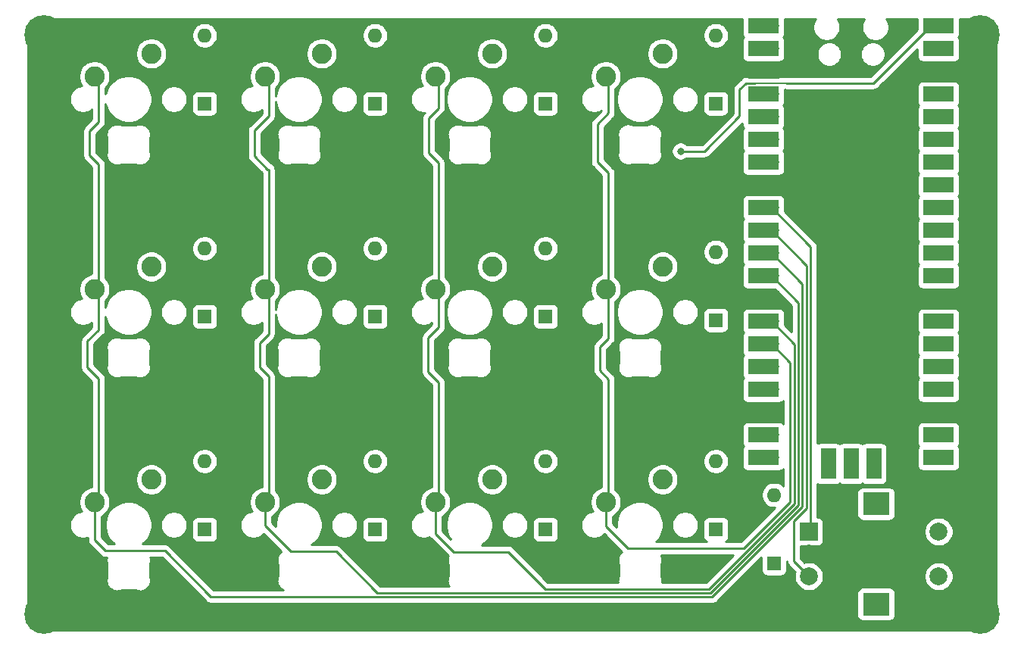
<source format=gtl>
G04 #@! TF.GenerationSoftware,KiCad,Pcbnew,(5.1.10)-1*
G04 #@! TF.CreationDate,2021-11-22T08:37:42+00:00*
G04 #@! TF.ProjectId,EnvMCRO,456e764d-4352-44f2-9e6b-696361645f70,rev?*
G04 #@! TF.SameCoordinates,Original*
G04 #@! TF.FileFunction,Copper,L1,Top*
G04 #@! TF.FilePolarity,Positive*
%FSLAX46Y46*%
G04 Gerber Fmt 4.6, Leading zero omitted, Abs format (unit mm)*
G04 Created by KiCad (PCBNEW (5.1.10)-1) date 2021-11-22 08:37:42*
%MOMM*%
%LPD*%
G01*
G04 APERTURE LIST*
G04 #@! TA.AperFunction,ComponentPad*
%ADD10R,2.000000X2.000000*%
G04 #@! TD*
G04 #@! TA.AperFunction,ComponentPad*
%ADD11C,2.000000*%
G04 #@! TD*
G04 #@! TA.AperFunction,ComponentPad*
%ADD12R,3.000000X2.500000*%
G04 #@! TD*
G04 #@! TA.AperFunction,ComponentPad*
%ADD13C,2.250000*%
G04 #@! TD*
G04 #@! TA.AperFunction,ComponentPad*
%ADD14O,1.600000X1.600000*%
G04 #@! TD*
G04 #@! TA.AperFunction,ComponentPad*
%ADD15R,1.600000X1.600000*%
G04 #@! TD*
G04 #@! TA.AperFunction,ComponentPad*
%ADD16O,1.700000X1.700000*%
G04 #@! TD*
G04 #@! TA.AperFunction,SMDPad,CuDef*
%ADD17R,1.700000X3.500000*%
G04 #@! TD*
G04 #@! TA.AperFunction,ComponentPad*
%ADD18R,1.700000X1.700000*%
G04 #@! TD*
G04 #@! TA.AperFunction,SMDPad,CuDef*
%ADD19R,3.500000X1.700000*%
G04 #@! TD*
G04 #@! TA.AperFunction,ComponentPad*
%ADD20C,4.400000*%
G04 #@! TD*
G04 #@! TA.AperFunction,ViaPad*
%ADD21C,0.800000*%
G04 #@! TD*
G04 #@! TA.AperFunction,Conductor*
%ADD22C,0.250000*%
G04 #@! TD*
G04 #@! TA.AperFunction,Conductor*
%ADD23C,0.127000*%
G04 #@! TD*
G04 #@! TA.AperFunction,Conductor*
%ADD24C,0.254000*%
G04 #@! TD*
G04 #@! TA.AperFunction,Conductor*
%ADD25C,0.100000*%
G04 #@! TD*
G04 APERTURE END LIST*
D10*
X151400000Y-96800000D03*
D11*
X151400000Y-99300000D03*
X151400000Y-101800000D03*
D12*
X158900000Y-93700000D03*
X158900000Y-104900000D03*
D11*
X165900000Y-96800000D03*
X165900000Y-101800000D03*
D13*
X96925000Y-43355000D03*
X90575000Y-45895000D03*
X135025000Y-43355000D03*
X128675000Y-45895000D03*
X77875000Y-67167500D03*
X71525000Y-69707500D03*
X96925000Y-67167500D03*
X90575000Y-69707500D03*
X115975000Y-67167500D03*
X109625000Y-69707500D03*
X135025000Y-67167500D03*
X128675000Y-69707500D03*
X77875000Y-90980000D03*
X71525000Y-93520000D03*
X96925000Y-90980000D03*
X90575000Y-93520000D03*
X115975000Y-90980000D03*
X109625000Y-93520000D03*
D14*
X83860000Y-41315000D03*
D15*
X83860000Y-48935000D03*
D14*
X102910000Y-41315000D03*
D15*
X102910000Y-48935000D03*
D14*
X121960000Y-41315000D03*
D15*
X121960000Y-48935000D03*
D14*
X141010000Y-41315000D03*
D15*
X141010000Y-48935000D03*
D14*
X83860000Y-65127500D03*
D15*
X83860000Y-72747500D03*
D14*
X102910000Y-65127500D03*
D15*
X102910000Y-72747500D03*
D14*
X121960000Y-65127500D03*
D15*
X121960000Y-72747500D03*
D14*
X141010000Y-65527500D03*
D15*
X141010000Y-73147500D03*
D14*
X83860000Y-88940000D03*
D15*
X83860000Y-96560000D03*
D14*
X102910000Y-88940000D03*
D15*
X102910000Y-96560000D03*
D14*
X121960000Y-88940000D03*
D15*
X121960000Y-96560000D03*
D14*
X141010000Y-88940000D03*
D15*
X141010000Y-96560000D03*
D13*
X77875000Y-43355000D03*
X71525000Y-45895000D03*
X115975000Y-43355000D03*
X109625000Y-45895000D03*
D16*
X158640000Y-88300000D03*
D17*
X158640000Y-89200000D03*
D18*
X156100000Y-88300000D03*
D17*
X156100000Y-89200000D03*
D16*
X153560000Y-88300000D03*
D17*
X153560000Y-89200000D03*
D19*
X165890000Y-88530000D03*
X165890000Y-85990000D03*
X165890000Y-83450000D03*
X165890000Y-80910000D03*
X165890000Y-78370000D03*
X165890000Y-75830000D03*
X165890000Y-73290000D03*
X165890000Y-70750000D03*
X165890000Y-68210000D03*
X165890000Y-65670000D03*
X165890000Y-63130000D03*
X165890000Y-60590000D03*
X165890000Y-58050000D03*
X165890000Y-55510000D03*
X165890000Y-52970000D03*
X165890000Y-50430000D03*
X165890000Y-47890000D03*
X165890000Y-45350000D03*
X165890000Y-42810000D03*
X165890000Y-40270000D03*
X146310000Y-88530000D03*
X146310000Y-85990000D03*
X146310000Y-83450000D03*
X146310000Y-80910000D03*
X146310000Y-78370000D03*
X146310000Y-75830000D03*
X146310000Y-73290000D03*
X146310000Y-70750000D03*
X146310000Y-68210000D03*
X146310000Y-65670000D03*
X146310000Y-63130000D03*
X146310000Y-60590000D03*
X146310000Y-58050000D03*
X146310000Y-55510000D03*
X146310000Y-52970000D03*
X146310000Y-50430000D03*
X146310000Y-47890000D03*
X146310000Y-45350000D03*
X146310000Y-42810000D03*
X146310000Y-40270000D03*
D16*
X164990000Y-40270000D03*
X164990000Y-42810000D03*
D18*
X164990000Y-45350000D03*
D16*
X164990000Y-47890000D03*
X164990000Y-50430000D03*
X164990000Y-52970000D03*
X164990000Y-55510000D03*
D18*
X164990000Y-58050000D03*
D16*
X164990000Y-60590000D03*
X164990000Y-63130000D03*
X164990000Y-65670000D03*
X164990000Y-68210000D03*
D18*
X164990000Y-70750000D03*
D16*
X164990000Y-73290000D03*
X164990000Y-75830000D03*
X164990000Y-78370000D03*
X164990000Y-80910000D03*
D18*
X164990000Y-83450000D03*
D16*
X164990000Y-85990000D03*
X164990000Y-88530000D03*
X147210000Y-88530000D03*
X147210000Y-85990000D03*
D18*
X147210000Y-83450000D03*
D16*
X147210000Y-80910000D03*
X147210000Y-78370000D03*
X147210000Y-75830000D03*
X147210000Y-73290000D03*
D18*
X147210000Y-70750000D03*
D16*
X147210000Y-68210000D03*
X147210000Y-65670000D03*
X147210000Y-63130000D03*
X147210000Y-60590000D03*
D18*
X147210000Y-58050000D03*
D16*
X147210000Y-55510000D03*
X147210000Y-52970000D03*
X147210000Y-50430000D03*
X147210000Y-47890000D03*
D18*
X147210000Y-45350000D03*
D16*
X147210000Y-42810000D03*
X147210000Y-40270000D03*
D13*
X135025000Y-90980000D03*
X128675000Y-93520000D03*
D14*
X147500000Y-92700000D03*
D15*
X147500000Y-100320000D03*
D20*
X170500000Y-41300000D03*
X65900000Y-106000000D03*
X65900000Y-41300000D03*
X170500000Y-106000000D03*
D21*
X139300000Y-100800000D03*
X100030000Y-52560000D03*
X87750000Y-52760000D03*
X121650000Y-52500000D03*
X140550000Y-56910000D03*
X122020000Y-76470000D03*
X102730000Y-76790000D03*
X88820000Y-100570000D03*
X103610000Y-100360000D03*
X122250000Y-100360000D03*
X137055000Y-54265000D03*
D22*
X71792500Y-69707500D02*
X72000000Y-69500000D01*
X71525000Y-69707500D02*
X71792500Y-69707500D01*
X72000000Y-46375000D02*
X71525000Y-45900000D01*
X72000000Y-51000000D02*
X72000000Y-46375000D01*
X71000000Y-52000000D02*
X72000000Y-51000000D01*
X72000000Y-55750000D02*
X71000000Y-54750000D01*
X71000000Y-54750000D02*
X71000000Y-52000000D01*
X72000000Y-69500000D02*
X72000000Y-55750000D01*
X72000000Y-74250000D02*
X72000000Y-69500000D01*
X70750000Y-75500000D02*
X72000000Y-74250000D01*
X70750000Y-78450000D02*
X70750000Y-75500000D01*
X72000000Y-79700000D02*
X70750000Y-78450000D01*
X72000000Y-93045000D02*
X72000000Y-79700000D01*
X71525000Y-93520000D02*
X72000000Y-93045000D01*
X150670030Y-69130030D02*
X147210000Y-65670000D01*
X84550000Y-104100000D02*
X140600000Y-104100000D01*
X71525000Y-97725000D02*
X72750000Y-98950000D01*
X140600000Y-104100000D02*
X150670030Y-94029970D01*
X71525000Y-93520000D02*
X71525000Y-97725000D01*
X72750000Y-98950000D02*
X79400000Y-98950000D01*
X150670030Y-94029970D02*
X150670030Y-69130030D01*
X79400000Y-98950000D02*
X84550000Y-104100000D01*
X90575000Y-45895000D02*
X91000000Y-46320000D01*
X90792500Y-69707500D02*
X91000000Y-69500000D01*
X90575000Y-69707500D02*
X90792500Y-69707500D01*
X91000000Y-56300000D02*
X90900000Y-56300000D01*
X91000000Y-56300000D02*
X91000000Y-69500000D01*
X90900000Y-56300000D02*
X89400000Y-54800000D01*
X89400000Y-51950000D02*
X91000000Y-50350000D01*
X89400000Y-54800000D02*
X89400000Y-51950000D01*
X91000000Y-46320000D02*
X91000000Y-50350000D01*
X91000000Y-74700000D02*
X91000000Y-69500000D01*
X90000000Y-75700000D02*
X91000000Y-74700000D01*
X91000000Y-79450000D02*
X90000000Y-78450000D01*
X90000000Y-78450000D02*
X90000000Y-75700000D01*
X91000000Y-93075000D02*
X91000000Y-79450000D01*
X90575000Y-93500000D02*
X91000000Y-93075000D01*
X150220019Y-71220019D02*
X147210000Y-68210000D01*
X150220019Y-93843573D02*
X150220019Y-71220019D01*
X93473256Y-99026744D02*
X98526744Y-99026744D01*
X140413602Y-103649989D02*
X150220019Y-93843573D01*
X103149989Y-103649989D02*
X140413602Y-103649989D01*
X90575000Y-93520000D02*
X90575000Y-96128487D01*
X98526744Y-99026744D02*
X103149989Y-103649989D01*
X90575000Y-96128487D02*
X93473256Y-99026744D01*
X109792500Y-69707500D02*
X110000000Y-69500000D01*
X109625000Y-69707500D02*
X109792500Y-69707500D01*
X110000000Y-56300000D02*
X110000000Y-69500000D01*
X110000000Y-55600000D02*
X110000000Y-56300000D01*
X108900000Y-50550000D02*
X108900000Y-54500000D01*
X110000000Y-49450000D02*
X108900000Y-50550000D01*
X110000000Y-46275000D02*
X110000000Y-49450000D01*
X108900000Y-54500000D02*
X110000000Y-55600000D01*
X109625000Y-45900000D02*
X110000000Y-46275000D01*
X111650000Y-99050000D02*
X117750000Y-99050000D01*
X149770008Y-75850008D02*
X147210000Y-73290000D01*
X109625000Y-93520000D02*
X109625000Y-97025000D01*
X109625000Y-97025000D02*
X111650000Y-99050000D01*
X117750000Y-99050000D02*
X121899978Y-103199978D01*
X140227202Y-103199978D02*
X149770008Y-93657173D01*
X149770008Y-93657173D02*
X149770008Y-75850008D01*
X121899978Y-103199978D02*
X140227202Y-103199978D01*
X110000000Y-93145000D02*
X109625000Y-93520000D01*
X110000000Y-80100000D02*
X110000000Y-93145000D01*
X108850000Y-78950000D02*
X110000000Y-80100000D01*
X108850000Y-75100000D02*
X108850000Y-78950000D01*
X110000000Y-73950000D02*
X108850000Y-75100000D01*
X110000000Y-69500000D02*
X110000000Y-73950000D01*
X128868500Y-69707500D02*
X129000000Y-69576000D01*
X128675000Y-69707500D02*
X128868500Y-69707500D01*
X129000000Y-57100000D02*
X129000000Y-69576000D01*
X129000000Y-56700000D02*
X129000000Y-57100000D01*
X127750000Y-55450000D02*
X129000000Y-56700000D01*
X127750000Y-51250000D02*
X127750000Y-55450000D01*
X129000000Y-50000000D02*
X127750000Y-51250000D01*
X129000000Y-46220000D02*
X129000000Y-50000000D01*
X128675000Y-45895000D02*
X129000000Y-46220000D01*
X129000000Y-93275000D02*
X128675000Y-93600000D01*
X129000000Y-79750000D02*
X129000000Y-93275000D01*
X128050000Y-78800000D02*
X129000000Y-79750000D01*
X128050000Y-76150000D02*
X128050000Y-78800000D01*
X129000000Y-75200000D02*
X128050000Y-76150000D01*
X129000000Y-69576000D02*
X129000000Y-75200000D01*
X149319997Y-93470773D02*
X149319997Y-77939997D01*
X128675000Y-93520000D02*
X128675000Y-96175000D01*
X149319997Y-77939997D02*
X147210000Y-75830000D01*
X131200000Y-98700000D02*
X144090770Y-98700000D01*
X128675000Y-96175000D02*
X131200000Y-98700000D01*
X144090770Y-98700000D02*
X149319997Y-93470773D01*
X151400000Y-99300000D02*
X152026440Y-99300000D01*
X158550000Y-46650000D02*
X148850000Y-46650000D01*
D23*
X158550000Y-46650000D02*
X145400000Y-46650000D01*
D22*
X139735000Y-54265000D02*
X137055000Y-54265000D01*
X143650000Y-50350000D02*
X139735000Y-54265000D01*
X143650000Y-47400000D02*
X143650000Y-50350000D01*
X144400000Y-46650000D02*
X143650000Y-47400000D01*
X145400000Y-46650000D02*
X144400000Y-46650000D01*
X158610000Y-46650000D02*
X164990000Y-40270000D01*
X158550000Y-46650000D02*
X158610000Y-46650000D01*
X151400000Y-96800000D02*
X151150000Y-96550000D01*
X151600000Y-64980000D02*
X147210000Y-60590000D01*
X151600000Y-96600000D02*
X151600000Y-64980000D01*
X151400000Y-96800000D02*
X151600000Y-96600000D01*
X151150000Y-67070000D02*
X147210000Y-63130000D01*
X151150000Y-94186410D02*
X151150000Y-67070000D01*
X149700000Y-95636410D02*
X151150000Y-94186410D01*
X149700000Y-100100000D02*
X149700000Y-95636410D01*
X151400000Y-101800000D02*
X149700000Y-100100000D01*
X164990000Y-75390000D02*
X164990000Y-75830000D01*
D24*
X143921928Y-41120000D02*
X143934188Y-41244482D01*
X143970498Y-41364180D01*
X144029463Y-41474494D01*
X144083222Y-41540000D01*
X144029463Y-41605506D01*
X143970498Y-41715820D01*
X143934188Y-41835518D01*
X143921928Y-41960000D01*
X143921928Y-43660000D01*
X143934188Y-43784482D01*
X143970498Y-43904180D01*
X144029463Y-44014494D01*
X144108815Y-44111185D01*
X144205506Y-44190537D01*
X144315820Y-44249502D01*
X144435518Y-44285812D01*
X144560000Y-44298072D01*
X148060000Y-44298072D01*
X148184482Y-44285812D01*
X148304180Y-44249502D01*
X148414494Y-44190537D01*
X148511185Y-44111185D01*
X148590537Y-44014494D01*
X148649502Y-43904180D01*
X148685812Y-43784482D01*
X148698072Y-43660000D01*
X148698072Y-43293589D01*
X152290000Y-43293589D01*
X152290000Y-43566411D01*
X152343225Y-43833989D01*
X152447629Y-44086043D01*
X152599201Y-44312886D01*
X152792114Y-44505799D01*
X153018957Y-44657371D01*
X153271011Y-44761775D01*
X153538589Y-44815000D01*
X153811411Y-44815000D01*
X154078989Y-44761775D01*
X154331043Y-44657371D01*
X154557886Y-44505799D01*
X154750799Y-44312886D01*
X154902371Y-44086043D01*
X155006775Y-43833989D01*
X155060000Y-43566411D01*
X155060000Y-43293589D01*
X157140000Y-43293589D01*
X157140000Y-43566411D01*
X157193225Y-43833989D01*
X157297629Y-44086043D01*
X157449201Y-44312886D01*
X157642114Y-44505799D01*
X157868957Y-44657371D01*
X158121011Y-44761775D01*
X158388589Y-44815000D01*
X158661411Y-44815000D01*
X158928989Y-44761775D01*
X159181043Y-44657371D01*
X159407886Y-44505799D01*
X159600799Y-44312886D01*
X159752371Y-44086043D01*
X159856775Y-43833989D01*
X159910000Y-43566411D01*
X159910000Y-43293589D01*
X159856775Y-43026011D01*
X159752371Y-42773957D01*
X159600799Y-42547114D01*
X159407886Y-42354201D01*
X159181043Y-42202629D01*
X158928989Y-42098225D01*
X158661411Y-42045000D01*
X158388589Y-42045000D01*
X158121011Y-42098225D01*
X157868957Y-42202629D01*
X157642114Y-42354201D01*
X157449201Y-42547114D01*
X157297629Y-42773957D01*
X157193225Y-43026011D01*
X157140000Y-43293589D01*
X155060000Y-43293589D01*
X155006775Y-43026011D01*
X154902371Y-42773957D01*
X154750799Y-42547114D01*
X154557886Y-42354201D01*
X154331043Y-42202629D01*
X154078989Y-42098225D01*
X153811411Y-42045000D01*
X153538589Y-42045000D01*
X153271011Y-42098225D01*
X153018957Y-42202629D01*
X152792114Y-42354201D01*
X152599201Y-42547114D01*
X152447629Y-42773957D01*
X152343225Y-43026011D01*
X152290000Y-43293589D01*
X148698072Y-43293589D01*
X148698072Y-41960000D01*
X148685812Y-41835518D01*
X148649502Y-41715820D01*
X148590537Y-41605506D01*
X148536778Y-41540000D01*
X148590537Y-41474494D01*
X148649502Y-41364180D01*
X148685812Y-41244482D01*
X148698072Y-41120000D01*
X148698072Y-39485000D01*
X152140255Y-39485000D01*
X152014701Y-39672905D01*
X151898989Y-39952257D01*
X151840000Y-40248816D01*
X151840000Y-40551184D01*
X151898989Y-40847743D01*
X152014701Y-41127095D01*
X152182688Y-41378505D01*
X152396495Y-41592312D01*
X152647905Y-41760299D01*
X152927257Y-41876011D01*
X153223816Y-41935000D01*
X153526184Y-41935000D01*
X153822743Y-41876011D01*
X154102095Y-41760299D01*
X154353505Y-41592312D01*
X154567312Y-41378505D01*
X154735299Y-41127095D01*
X154851011Y-40847743D01*
X154910000Y-40551184D01*
X154910000Y-40248816D01*
X154851011Y-39952257D01*
X154735299Y-39672905D01*
X154609745Y-39485000D01*
X157590255Y-39485000D01*
X157464701Y-39672905D01*
X157348989Y-39952257D01*
X157290000Y-40248816D01*
X157290000Y-40551184D01*
X157348989Y-40847743D01*
X157464701Y-41127095D01*
X157632688Y-41378505D01*
X157846495Y-41592312D01*
X158097905Y-41760299D01*
X158377257Y-41876011D01*
X158673816Y-41935000D01*
X158976184Y-41935000D01*
X159272743Y-41876011D01*
X159552095Y-41760299D01*
X159803505Y-41592312D01*
X160017312Y-41378505D01*
X160185299Y-41127095D01*
X160301011Y-40847743D01*
X160360000Y-40551184D01*
X160360000Y-40248816D01*
X160301011Y-39952257D01*
X160185299Y-39672905D01*
X160059745Y-39485000D01*
X163501928Y-39485000D01*
X163501928Y-40683270D01*
X158295199Y-45890000D01*
X148812667Y-45890000D01*
X148701014Y-45900997D01*
X148557753Y-45944454D01*
X148544571Y-45951500D01*
X145705429Y-45951500D01*
X145692247Y-45944454D01*
X145548986Y-45900997D01*
X145437333Y-45890000D01*
X144437322Y-45890000D01*
X144399999Y-45886324D01*
X144362676Y-45890000D01*
X144362667Y-45890000D01*
X144251014Y-45900997D01*
X144107753Y-45944454D01*
X143975724Y-46015026D01*
X143859999Y-46109999D01*
X143836201Y-46138998D01*
X143139002Y-46836197D01*
X143109999Y-46859999D01*
X143068986Y-46909974D01*
X143015026Y-46975724D01*
X142962348Y-47074277D01*
X142944454Y-47107754D01*
X142900997Y-47251015D01*
X142890000Y-47362668D01*
X142890000Y-47362678D01*
X142886324Y-47400000D01*
X142890000Y-47437323D01*
X142890001Y-50035197D01*
X139420199Y-53505000D01*
X137758711Y-53505000D01*
X137714774Y-53461063D01*
X137545256Y-53347795D01*
X137356898Y-53269774D01*
X137156939Y-53230000D01*
X136953061Y-53230000D01*
X136753102Y-53269774D01*
X136564744Y-53347795D01*
X136395226Y-53461063D01*
X136251063Y-53605226D01*
X136137795Y-53774744D01*
X136059774Y-53963102D01*
X136020000Y-54163061D01*
X136020000Y-54366939D01*
X136059774Y-54566898D01*
X136137795Y-54755256D01*
X136251063Y-54924774D01*
X136395226Y-55068937D01*
X136564744Y-55182205D01*
X136753102Y-55260226D01*
X136953061Y-55300000D01*
X137156939Y-55300000D01*
X137356898Y-55260226D01*
X137545256Y-55182205D01*
X137714774Y-55068937D01*
X137758711Y-55025000D01*
X139697678Y-55025000D01*
X139735000Y-55028676D01*
X139772322Y-55025000D01*
X139772333Y-55025000D01*
X139883986Y-55014003D01*
X140027247Y-54970546D01*
X140159276Y-54899974D01*
X140275001Y-54805001D01*
X140298804Y-54775997D01*
X143921928Y-51152874D01*
X143921928Y-51280000D01*
X143934188Y-51404482D01*
X143970498Y-51524180D01*
X144029463Y-51634494D01*
X144083222Y-51700000D01*
X144029463Y-51765506D01*
X143970498Y-51875820D01*
X143934188Y-51995518D01*
X143921928Y-52120000D01*
X143921928Y-53820000D01*
X143934188Y-53944482D01*
X143970498Y-54064180D01*
X144029463Y-54174494D01*
X144083222Y-54240000D01*
X144029463Y-54305506D01*
X143970498Y-54415820D01*
X143934188Y-54535518D01*
X143921928Y-54660000D01*
X143921928Y-56360000D01*
X143934188Y-56484482D01*
X143970498Y-56604180D01*
X144029463Y-56714494D01*
X144108815Y-56811185D01*
X144205506Y-56890537D01*
X144315820Y-56949502D01*
X144435518Y-56985812D01*
X144560000Y-56998072D01*
X148060000Y-56998072D01*
X148184482Y-56985812D01*
X148304180Y-56949502D01*
X148414494Y-56890537D01*
X148511185Y-56811185D01*
X148590537Y-56714494D01*
X148649502Y-56604180D01*
X148685812Y-56484482D01*
X148698072Y-56360000D01*
X148698072Y-54660000D01*
X148685812Y-54535518D01*
X148649502Y-54415820D01*
X148590537Y-54305506D01*
X148536778Y-54240000D01*
X148590537Y-54174494D01*
X148649502Y-54064180D01*
X148685812Y-53944482D01*
X148698072Y-53820000D01*
X148698072Y-52120000D01*
X148685812Y-51995518D01*
X148649502Y-51875820D01*
X148590537Y-51765506D01*
X148536778Y-51700000D01*
X148590537Y-51634494D01*
X148649502Y-51524180D01*
X148685812Y-51404482D01*
X148698072Y-51280000D01*
X148698072Y-49580000D01*
X148685812Y-49455518D01*
X148649502Y-49335820D01*
X148590537Y-49225506D01*
X148536778Y-49160000D01*
X148590537Y-49094494D01*
X148649502Y-48984180D01*
X148685812Y-48864482D01*
X148698072Y-48740000D01*
X148698072Y-47398111D01*
X148701014Y-47399003D01*
X148812667Y-47410000D01*
X158572678Y-47410000D01*
X158610000Y-47413676D01*
X158647322Y-47410000D01*
X158647333Y-47410000D01*
X158758986Y-47399003D01*
X158902247Y-47355546D01*
X159034276Y-47284974D01*
X159150001Y-47190001D01*
X159173804Y-47160997D01*
X159294801Y-47040000D01*
X163501928Y-47040000D01*
X163501928Y-48740000D01*
X163514188Y-48864482D01*
X163550498Y-48984180D01*
X163609463Y-49094494D01*
X163663222Y-49160000D01*
X163609463Y-49225506D01*
X163550498Y-49335820D01*
X163514188Y-49455518D01*
X163501928Y-49580000D01*
X163501928Y-51280000D01*
X163514188Y-51404482D01*
X163550498Y-51524180D01*
X163609463Y-51634494D01*
X163663222Y-51700000D01*
X163609463Y-51765506D01*
X163550498Y-51875820D01*
X163514188Y-51995518D01*
X163501928Y-52120000D01*
X163501928Y-53820000D01*
X163514188Y-53944482D01*
X163550498Y-54064180D01*
X163609463Y-54174494D01*
X163663222Y-54240000D01*
X163609463Y-54305506D01*
X163550498Y-54415820D01*
X163514188Y-54535518D01*
X163501928Y-54660000D01*
X163501928Y-56360000D01*
X163514188Y-56484482D01*
X163550498Y-56604180D01*
X163609463Y-56714494D01*
X163663222Y-56780000D01*
X163609463Y-56845506D01*
X163550498Y-56955820D01*
X163514188Y-57075518D01*
X163501928Y-57200000D01*
X163501928Y-58900000D01*
X163514188Y-59024482D01*
X163550498Y-59144180D01*
X163609463Y-59254494D01*
X163663222Y-59320000D01*
X163609463Y-59385506D01*
X163550498Y-59495820D01*
X163514188Y-59615518D01*
X163501928Y-59740000D01*
X163501928Y-61440000D01*
X163514188Y-61564482D01*
X163550498Y-61684180D01*
X163609463Y-61794494D01*
X163663222Y-61860000D01*
X163609463Y-61925506D01*
X163550498Y-62035820D01*
X163514188Y-62155518D01*
X163501928Y-62280000D01*
X163501928Y-63980000D01*
X163514188Y-64104482D01*
X163550498Y-64224180D01*
X163609463Y-64334494D01*
X163663222Y-64400000D01*
X163609463Y-64465506D01*
X163550498Y-64575820D01*
X163514188Y-64695518D01*
X163501928Y-64820000D01*
X163501928Y-66520000D01*
X163514188Y-66644482D01*
X163550498Y-66764180D01*
X163609463Y-66874494D01*
X163663222Y-66940000D01*
X163609463Y-67005506D01*
X163550498Y-67115820D01*
X163514188Y-67235518D01*
X163501928Y-67360000D01*
X163501928Y-69060000D01*
X163514188Y-69184482D01*
X163550498Y-69304180D01*
X163609463Y-69414494D01*
X163688815Y-69511185D01*
X163785506Y-69590537D01*
X163895820Y-69649502D01*
X164015518Y-69685812D01*
X164140000Y-69698072D01*
X167640000Y-69698072D01*
X167764482Y-69685812D01*
X167884180Y-69649502D01*
X167994494Y-69590537D01*
X168091185Y-69511185D01*
X168170537Y-69414494D01*
X168229502Y-69304180D01*
X168265812Y-69184482D01*
X168278072Y-69060000D01*
X168278072Y-67360000D01*
X168265812Y-67235518D01*
X168229502Y-67115820D01*
X168170537Y-67005506D01*
X168116778Y-66940000D01*
X168170537Y-66874494D01*
X168229502Y-66764180D01*
X168265812Y-66644482D01*
X168278072Y-66520000D01*
X168278072Y-64820000D01*
X168265812Y-64695518D01*
X168229502Y-64575820D01*
X168170537Y-64465506D01*
X168116778Y-64400000D01*
X168170537Y-64334494D01*
X168229502Y-64224180D01*
X168265812Y-64104482D01*
X168278072Y-63980000D01*
X168278072Y-62280000D01*
X168265812Y-62155518D01*
X168229502Y-62035820D01*
X168170537Y-61925506D01*
X168116778Y-61860000D01*
X168170537Y-61794494D01*
X168229502Y-61684180D01*
X168265812Y-61564482D01*
X168278072Y-61440000D01*
X168278072Y-59740000D01*
X168265812Y-59615518D01*
X168229502Y-59495820D01*
X168170537Y-59385506D01*
X168116778Y-59320000D01*
X168170537Y-59254494D01*
X168229502Y-59144180D01*
X168265812Y-59024482D01*
X168278072Y-58900000D01*
X168278072Y-57200000D01*
X168265812Y-57075518D01*
X168229502Y-56955820D01*
X168170537Y-56845506D01*
X168116778Y-56780000D01*
X168170537Y-56714494D01*
X168229502Y-56604180D01*
X168265812Y-56484482D01*
X168278072Y-56360000D01*
X168278072Y-54660000D01*
X168265812Y-54535518D01*
X168229502Y-54415820D01*
X168170537Y-54305506D01*
X168116778Y-54240000D01*
X168170537Y-54174494D01*
X168229502Y-54064180D01*
X168265812Y-53944482D01*
X168278072Y-53820000D01*
X168278072Y-52120000D01*
X168265812Y-51995518D01*
X168229502Y-51875820D01*
X168170537Y-51765506D01*
X168116778Y-51700000D01*
X168170537Y-51634494D01*
X168229502Y-51524180D01*
X168265812Y-51404482D01*
X168278072Y-51280000D01*
X168278072Y-49580000D01*
X168265812Y-49455518D01*
X168229502Y-49335820D01*
X168170537Y-49225506D01*
X168116778Y-49160000D01*
X168170537Y-49094494D01*
X168229502Y-48984180D01*
X168265812Y-48864482D01*
X168278072Y-48740000D01*
X168278072Y-47040000D01*
X168265812Y-46915518D01*
X168229502Y-46795820D01*
X168170537Y-46685506D01*
X168091185Y-46588815D01*
X167994494Y-46509463D01*
X167884180Y-46450498D01*
X167764482Y-46414188D01*
X167640000Y-46401928D01*
X164140000Y-46401928D01*
X164015518Y-46414188D01*
X163895820Y-46450498D01*
X163785506Y-46509463D01*
X163688815Y-46588815D01*
X163609463Y-46685506D01*
X163550498Y-46795820D01*
X163514188Y-46915518D01*
X163501928Y-47040000D01*
X159294801Y-47040000D01*
X163501928Y-42832874D01*
X163501928Y-43660000D01*
X163514188Y-43784482D01*
X163550498Y-43904180D01*
X163609463Y-44014494D01*
X163688815Y-44111185D01*
X163785506Y-44190537D01*
X163895820Y-44249502D01*
X164015518Y-44285812D01*
X164140000Y-44298072D01*
X167640000Y-44298072D01*
X167764482Y-44285812D01*
X167884180Y-44249502D01*
X167994494Y-44190537D01*
X168091185Y-44111185D01*
X168170537Y-44014494D01*
X168229502Y-43904180D01*
X168265812Y-43784482D01*
X168278072Y-43660000D01*
X168278072Y-41960000D01*
X168265812Y-41835518D01*
X168229502Y-41715820D01*
X168170537Y-41605506D01*
X168116778Y-41540000D01*
X168170537Y-41474494D01*
X168229502Y-41364180D01*
X168265812Y-41244482D01*
X168278072Y-41120000D01*
X168278072Y-39485000D01*
X170966495Y-39485000D01*
X171254782Y-39513267D01*
X171499855Y-39587259D01*
X171725890Y-39707443D01*
X171924281Y-39869248D01*
X172087460Y-40066497D01*
X172209220Y-40291687D01*
X172284924Y-40536247D01*
X172315001Y-40822408D01*
X172315000Y-106466495D01*
X172286733Y-106754782D01*
X172212741Y-106999855D01*
X172092554Y-107225893D01*
X171930754Y-107424279D01*
X171733503Y-107587460D01*
X171508310Y-107709221D01*
X171263753Y-107784924D01*
X170977602Y-107815000D01*
X65433505Y-107815000D01*
X65145218Y-107786733D01*
X64900145Y-107712741D01*
X64674107Y-107592554D01*
X64475721Y-107430754D01*
X64312540Y-107233503D01*
X64190779Y-107008310D01*
X64115076Y-106763753D01*
X64085000Y-106477602D01*
X64085000Y-48286278D01*
X68745000Y-48286278D01*
X68745000Y-48583722D01*
X68803029Y-48875451D01*
X68916856Y-49150253D01*
X69082107Y-49397569D01*
X69292431Y-49607893D01*
X69539747Y-49773144D01*
X69814549Y-49886971D01*
X70106278Y-49945000D01*
X70403722Y-49945000D01*
X70695451Y-49886971D01*
X70970253Y-49773144D01*
X71217569Y-49607893D01*
X71240000Y-49585462D01*
X71240000Y-50685198D01*
X70488998Y-51436201D01*
X70460000Y-51459999D01*
X70436202Y-51488997D01*
X70436201Y-51488998D01*
X70365026Y-51575724D01*
X70294454Y-51707754D01*
X70266165Y-51801014D01*
X70250998Y-51851014D01*
X70240231Y-51960332D01*
X70236324Y-52000000D01*
X70240001Y-52037332D01*
X70240000Y-54712677D01*
X70236324Y-54750000D01*
X70240000Y-54787322D01*
X70240000Y-54787332D01*
X70250997Y-54898985D01*
X70291290Y-55031815D01*
X70294454Y-55042246D01*
X70365026Y-55174276D01*
X70400853Y-55217931D01*
X70459999Y-55290001D01*
X70489002Y-55313804D01*
X71240001Y-56064803D01*
X71240000Y-67969710D01*
X71011627Y-68015136D01*
X70691327Y-68147808D01*
X70403065Y-68340419D01*
X70157919Y-68585565D01*
X69965308Y-68873827D01*
X69832636Y-69194127D01*
X69765000Y-69534155D01*
X69765000Y-69880845D01*
X69832636Y-70220873D01*
X69965308Y-70541173D01*
X70097638Y-70739219D01*
X69814549Y-70795529D01*
X69539747Y-70909356D01*
X69292431Y-71074607D01*
X69082107Y-71284931D01*
X68916856Y-71532247D01*
X68803029Y-71807049D01*
X68745000Y-72098778D01*
X68745000Y-72396222D01*
X68803029Y-72687951D01*
X68916856Y-72962753D01*
X69082107Y-73210069D01*
X69292431Y-73420393D01*
X69539747Y-73585644D01*
X69814549Y-73699471D01*
X70106278Y-73757500D01*
X70403722Y-73757500D01*
X70695451Y-73699471D01*
X70970253Y-73585644D01*
X71217569Y-73420393D01*
X71240000Y-73397962D01*
X71240000Y-73935198D01*
X70238998Y-74936201D01*
X70210000Y-74959999D01*
X70186202Y-74988997D01*
X70186201Y-74988998D01*
X70115026Y-75075724D01*
X70044454Y-75207754D01*
X70016030Y-75301458D01*
X70000998Y-75351014D01*
X69990095Y-75461717D01*
X69986324Y-75500000D01*
X69990001Y-75537332D01*
X69990000Y-78412677D01*
X69986324Y-78450000D01*
X69990000Y-78487322D01*
X69990000Y-78487332D01*
X70000997Y-78598985D01*
X70040762Y-78730076D01*
X70044454Y-78742246D01*
X70115026Y-78874276D01*
X70151472Y-78918685D01*
X70209999Y-78990001D01*
X70239003Y-79013804D01*
X71240001Y-80014803D01*
X71240000Y-91782210D01*
X71011627Y-91827636D01*
X70691327Y-91960308D01*
X70403065Y-92152919D01*
X70157919Y-92398065D01*
X69965308Y-92686327D01*
X69832636Y-93006627D01*
X69765000Y-93346655D01*
X69765000Y-93693345D01*
X69832636Y-94033373D01*
X69965308Y-94353673D01*
X70097638Y-94551719D01*
X69814549Y-94608029D01*
X69539747Y-94721856D01*
X69292431Y-94887107D01*
X69082107Y-95097431D01*
X68916856Y-95344747D01*
X68803029Y-95619549D01*
X68745000Y-95911278D01*
X68745000Y-96208722D01*
X68803029Y-96500451D01*
X68916856Y-96775253D01*
X69082107Y-97022569D01*
X69292431Y-97232893D01*
X69539747Y-97398144D01*
X69814549Y-97511971D01*
X70106278Y-97570000D01*
X70403722Y-97570000D01*
X70695451Y-97511971D01*
X70765001Y-97483162D01*
X70765001Y-97687668D01*
X70761324Y-97725000D01*
X70765001Y-97762333D01*
X70772873Y-97842252D01*
X70775998Y-97873985D01*
X70819454Y-98017246D01*
X70890026Y-98149276D01*
X70923448Y-98190000D01*
X70985000Y-98265001D01*
X71013998Y-98288799D01*
X72186200Y-99461002D01*
X72209999Y-99490001D01*
X72325724Y-99584974D01*
X72457753Y-99655546D01*
X72601014Y-99699003D01*
X72636205Y-99702469D01*
X72750000Y-99713677D01*
X72787333Y-99710000D01*
X72890250Y-99710000D01*
X72874677Y-99774896D01*
X72866149Y-99836406D01*
X72856766Y-99897769D01*
X72856317Y-99907322D01*
X72852412Y-100004827D01*
X72855992Y-100066791D01*
X72858708Y-100128833D01*
X72860123Y-100138293D01*
X72875231Y-100234699D01*
X72890780Y-100294796D01*
X72905492Y-100355116D01*
X72908716Y-100364120D01*
X72942261Y-100455755D01*
X72950002Y-100476901D01*
X72950001Y-101807267D01*
X72949860Y-101807735D01*
X72942376Y-101823011D01*
X72939089Y-101831993D01*
X72906193Y-101923864D01*
X72891068Y-101984077D01*
X72875103Y-102044075D01*
X72873622Y-102053524D01*
X72859198Y-102150035D01*
X72856057Y-102212016D01*
X72852048Y-102273993D01*
X72852432Y-102283549D01*
X72857027Y-102381024D01*
X72865988Y-102442456D01*
X72874092Y-102504018D01*
X72876324Y-102513318D01*
X72899765Y-102608043D01*
X72920491Y-102666571D01*
X72940394Y-102725375D01*
X72944391Y-102734064D01*
X72985785Y-102822434D01*
X73017467Y-102875793D01*
X73048428Y-102929638D01*
X73054036Y-102937385D01*
X73111805Y-103016030D01*
X73153255Y-103062227D01*
X73194080Y-103109027D01*
X73201086Y-103115538D01*
X73273031Y-103181465D01*
X73322676Y-103218740D01*
X73371802Y-103256710D01*
X73379939Y-103261736D01*
X73463320Y-103312433D01*
X73519265Y-103339358D01*
X73574819Y-103367057D01*
X73583777Y-103370407D01*
X73675416Y-103403944D01*
X73735530Y-103419491D01*
X73795413Y-103435874D01*
X73804851Y-103437420D01*
X73901258Y-103452518D01*
X73963244Y-103456093D01*
X74025165Y-103460532D01*
X74034724Y-103460215D01*
X74034725Y-103460215D01*
X74132229Y-103456300D01*
X74193693Y-103447772D01*
X74255333Y-103440095D01*
X74264648Y-103437928D01*
X74359535Y-103415149D01*
X74418232Y-103394824D01*
X74477146Y-103375341D01*
X74485863Y-103371406D01*
X74574518Y-103330631D01*
X74586763Y-103324999D01*
X76085132Y-103324999D01*
X76094264Y-103330420D01*
X76102954Y-103334415D01*
X76191896Y-103374562D01*
X76250719Y-103394466D01*
X76309229Y-103415178D01*
X76318529Y-103417410D01*
X76318532Y-103417411D01*
X76318535Y-103417411D01*
X76413574Y-103439517D01*
X76475137Y-103447615D01*
X76536564Y-103456570D01*
X76546121Y-103456953D01*
X76643650Y-103460178D01*
X76705602Y-103456165D01*
X76767611Y-103453017D01*
X76777060Y-103451536D01*
X76873358Y-103435756D01*
X76933334Y-103419790D01*
X76993565Y-103404655D01*
X77002546Y-103401367D01*
X77093946Y-103367183D01*
X77149685Y-103339869D01*
X77205826Y-103313324D01*
X77213998Y-103308355D01*
X77297017Y-103257069D01*
X77346402Y-103219439D01*
X77396303Y-103182506D01*
X77403349Y-103176048D01*
X77403355Y-103176043D01*
X77403360Y-103176038D01*
X77474830Y-103109610D01*
X77515964Y-103063106D01*
X77557742Y-103017183D01*
X77563403Y-103009474D01*
X77620615Y-102930421D01*
X77651935Y-102876810D01*
X77683997Y-102823648D01*
X77688053Y-102814987D01*
X77728820Y-102726327D01*
X77749119Y-102667686D01*
X77770255Y-102609279D01*
X77772552Y-102599994D01*
X77795322Y-102505105D01*
X77803854Y-102443568D01*
X77813232Y-102382239D01*
X77813682Y-102372686D01*
X77817588Y-102275181D01*
X77814008Y-102213206D01*
X77811292Y-102151168D01*
X77809878Y-102141709D01*
X77794769Y-102045302D01*
X77779220Y-101985206D01*
X77764508Y-101924885D01*
X77761284Y-101915881D01*
X77727739Y-101824245D01*
X77719999Y-101803101D01*
X77719999Y-100472732D01*
X77720141Y-100472262D01*
X77727624Y-100456988D01*
X77730911Y-100448006D01*
X77763807Y-100356135D01*
X77778932Y-100295922D01*
X77794898Y-100235918D01*
X77796378Y-100226469D01*
X77810802Y-100129959D01*
X77813943Y-100067965D01*
X77817951Y-100006007D01*
X77817567Y-99996450D01*
X77812972Y-99898976D01*
X77804011Y-99837544D01*
X77795907Y-99775982D01*
X77793677Y-99766695D01*
X77793676Y-99766687D01*
X77793673Y-99766680D01*
X77779648Y-99710000D01*
X79085199Y-99710000D01*
X83986201Y-104611003D01*
X84009999Y-104640001D01*
X84125724Y-104734974D01*
X84257753Y-104805546D01*
X84401014Y-104849003D01*
X84512667Y-104860000D01*
X84512677Y-104860000D01*
X84550000Y-104863676D01*
X84587323Y-104860000D01*
X140562678Y-104860000D01*
X140600000Y-104863676D01*
X140637322Y-104860000D01*
X140637333Y-104860000D01*
X140748986Y-104849003D01*
X140892247Y-104805546D01*
X141024276Y-104734974D01*
X141140001Y-104640001D01*
X141163804Y-104610997D01*
X142124801Y-103650000D01*
X156761928Y-103650000D01*
X156761928Y-106150000D01*
X156774188Y-106274482D01*
X156810498Y-106394180D01*
X156869463Y-106504494D01*
X156948815Y-106601185D01*
X157045506Y-106680537D01*
X157155820Y-106739502D01*
X157275518Y-106775812D01*
X157400000Y-106788072D01*
X160400000Y-106788072D01*
X160524482Y-106775812D01*
X160644180Y-106739502D01*
X160754494Y-106680537D01*
X160851185Y-106601185D01*
X160930537Y-106504494D01*
X160989502Y-106394180D01*
X161025812Y-106274482D01*
X161038072Y-106150000D01*
X161038072Y-103650000D01*
X161025812Y-103525518D01*
X160989502Y-103405820D01*
X160930537Y-103295506D01*
X160851185Y-103198815D01*
X160754494Y-103119463D01*
X160644180Y-103060498D01*
X160524482Y-103024188D01*
X160400000Y-103011928D01*
X157400000Y-103011928D01*
X157275518Y-103024188D01*
X157155820Y-103060498D01*
X157045506Y-103119463D01*
X156948815Y-103198815D01*
X156869463Y-103295506D01*
X156810498Y-103405820D01*
X156774188Y-103525518D01*
X156761928Y-103650000D01*
X142124801Y-103650000D01*
X146061928Y-99712873D01*
X146061928Y-101120000D01*
X146074188Y-101244482D01*
X146110498Y-101364180D01*
X146169463Y-101474494D01*
X146248815Y-101571185D01*
X146345506Y-101650537D01*
X146455820Y-101709502D01*
X146575518Y-101745812D01*
X146700000Y-101758072D01*
X148300000Y-101758072D01*
X148424482Y-101745812D01*
X148544180Y-101709502D01*
X148654494Y-101650537D01*
X148751185Y-101571185D01*
X148830537Y-101474494D01*
X148889502Y-101364180D01*
X148925812Y-101244482D01*
X148938072Y-101120000D01*
X148938072Y-100117747D01*
X148940000Y-100137322D01*
X148940000Y-100137332D01*
X148950997Y-100248985D01*
X148985922Y-100364120D01*
X148994454Y-100392246D01*
X149065026Y-100524276D01*
X149098044Y-100564508D01*
X149159999Y-100640001D01*
X149189003Y-100663804D01*
X149833823Y-101308624D01*
X149827832Y-101323088D01*
X149765000Y-101638967D01*
X149765000Y-101961033D01*
X149827832Y-102276912D01*
X149951082Y-102574463D01*
X150130013Y-102842252D01*
X150357748Y-103069987D01*
X150625537Y-103248918D01*
X150923088Y-103372168D01*
X151238967Y-103435000D01*
X151561033Y-103435000D01*
X151876912Y-103372168D01*
X152174463Y-103248918D01*
X152442252Y-103069987D01*
X152669987Y-102842252D01*
X152848918Y-102574463D01*
X152972168Y-102276912D01*
X153035000Y-101961033D01*
X153035000Y-101638967D01*
X164265000Y-101638967D01*
X164265000Y-101961033D01*
X164327832Y-102276912D01*
X164451082Y-102574463D01*
X164630013Y-102842252D01*
X164857748Y-103069987D01*
X165125537Y-103248918D01*
X165423088Y-103372168D01*
X165738967Y-103435000D01*
X166061033Y-103435000D01*
X166376912Y-103372168D01*
X166674463Y-103248918D01*
X166942252Y-103069987D01*
X167169987Y-102842252D01*
X167348918Y-102574463D01*
X167472168Y-102276912D01*
X167535000Y-101961033D01*
X167535000Y-101638967D01*
X167472168Y-101323088D01*
X167348918Y-101025537D01*
X167169987Y-100757748D01*
X166942252Y-100530013D01*
X166674463Y-100351082D01*
X166376912Y-100227832D01*
X166061033Y-100165000D01*
X165738967Y-100165000D01*
X165423088Y-100227832D01*
X165125537Y-100351082D01*
X164857748Y-100530013D01*
X164630013Y-100757748D01*
X164451082Y-101025537D01*
X164327832Y-101323088D01*
X164265000Y-101638967D01*
X153035000Y-101638967D01*
X152972168Y-101323088D01*
X152848918Y-101025537D01*
X152669987Y-100757748D01*
X152442252Y-100530013D01*
X152174463Y-100351082D01*
X151876912Y-100227832D01*
X151561033Y-100165000D01*
X151238967Y-100165000D01*
X150923088Y-100227832D01*
X150908624Y-100233823D01*
X150460000Y-99785199D01*
X150460000Y-98438072D01*
X152400000Y-98438072D01*
X152524482Y-98425812D01*
X152644180Y-98389502D01*
X152754494Y-98330537D01*
X152851185Y-98251185D01*
X152930537Y-98154494D01*
X152989502Y-98044180D01*
X153025812Y-97924482D01*
X153038072Y-97800000D01*
X153038072Y-96638967D01*
X164265000Y-96638967D01*
X164265000Y-96961033D01*
X164327832Y-97276912D01*
X164451082Y-97574463D01*
X164630013Y-97842252D01*
X164857748Y-98069987D01*
X165125537Y-98248918D01*
X165423088Y-98372168D01*
X165738967Y-98435000D01*
X166061033Y-98435000D01*
X166376912Y-98372168D01*
X166674463Y-98248918D01*
X166942252Y-98069987D01*
X167169987Y-97842252D01*
X167348918Y-97574463D01*
X167472168Y-97276912D01*
X167535000Y-96961033D01*
X167535000Y-96638967D01*
X167472168Y-96323088D01*
X167348918Y-96025537D01*
X167169987Y-95757748D01*
X166942252Y-95530013D01*
X166674463Y-95351082D01*
X166376912Y-95227832D01*
X166061033Y-95165000D01*
X165738967Y-95165000D01*
X165423088Y-95227832D01*
X165125537Y-95351082D01*
X164857748Y-95530013D01*
X164630013Y-95757748D01*
X164451082Y-96025537D01*
X164327832Y-96323088D01*
X164265000Y-96638967D01*
X153038072Y-96638967D01*
X153038072Y-95800000D01*
X153025812Y-95675518D01*
X152989502Y-95555820D01*
X152930537Y-95445506D01*
X152851185Y-95348815D01*
X152754494Y-95269463D01*
X152644180Y-95210498D01*
X152524482Y-95174188D01*
X152400000Y-95161928D01*
X152360000Y-95161928D01*
X152360000Y-92450000D01*
X156761928Y-92450000D01*
X156761928Y-94950000D01*
X156774188Y-95074482D01*
X156810498Y-95194180D01*
X156869463Y-95304494D01*
X156948815Y-95401185D01*
X157045506Y-95480537D01*
X157155820Y-95539502D01*
X157275518Y-95575812D01*
X157400000Y-95588072D01*
X160400000Y-95588072D01*
X160524482Y-95575812D01*
X160644180Y-95539502D01*
X160754494Y-95480537D01*
X160851185Y-95401185D01*
X160930537Y-95304494D01*
X160989502Y-95194180D01*
X161025812Y-95074482D01*
X161038072Y-94950000D01*
X161038072Y-92450000D01*
X161025812Y-92325518D01*
X160989502Y-92205820D01*
X160930537Y-92095506D01*
X160851185Y-91998815D01*
X160754494Y-91919463D01*
X160644180Y-91860498D01*
X160524482Y-91824188D01*
X160400000Y-91811928D01*
X157400000Y-91811928D01*
X157275518Y-91824188D01*
X157155820Y-91860498D01*
X157045506Y-91919463D01*
X156948815Y-91998815D01*
X156869463Y-92095506D01*
X156810498Y-92205820D01*
X156774188Y-92325518D01*
X156761928Y-92450000D01*
X152360000Y-92450000D01*
X152360000Y-91482939D01*
X152465820Y-91539502D01*
X152585518Y-91575812D01*
X152710000Y-91588072D01*
X154410000Y-91588072D01*
X154534482Y-91575812D01*
X154654180Y-91539502D01*
X154764494Y-91480537D01*
X154830000Y-91426778D01*
X154895506Y-91480537D01*
X155005820Y-91539502D01*
X155125518Y-91575812D01*
X155250000Y-91588072D01*
X156950000Y-91588072D01*
X157074482Y-91575812D01*
X157194180Y-91539502D01*
X157304494Y-91480537D01*
X157370000Y-91426778D01*
X157435506Y-91480537D01*
X157545820Y-91539502D01*
X157665518Y-91575812D01*
X157790000Y-91588072D01*
X159490000Y-91588072D01*
X159614482Y-91575812D01*
X159734180Y-91539502D01*
X159844494Y-91480537D01*
X159941185Y-91401185D01*
X160020537Y-91304494D01*
X160079502Y-91194180D01*
X160115812Y-91074482D01*
X160128072Y-90950000D01*
X160128072Y-87450000D01*
X160115812Y-87325518D01*
X160079502Y-87205820D01*
X160020537Y-87095506D01*
X159941185Y-86998815D01*
X159844494Y-86919463D01*
X159734180Y-86860498D01*
X159614482Y-86824188D01*
X159490000Y-86811928D01*
X157790000Y-86811928D01*
X157665518Y-86824188D01*
X157545820Y-86860498D01*
X157435506Y-86919463D01*
X157370000Y-86973222D01*
X157304494Y-86919463D01*
X157194180Y-86860498D01*
X157074482Y-86824188D01*
X156950000Y-86811928D01*
X155250000Y-86811928D01*
X155125518Y-86824188D01*
X155005820Y-86860498D01*
X154895506Y-86919463D01*
X154830000Y-86973222D01*
X154764494Y-86919463D01*
X154654180Y-86860498D01*
X154534482Y-86824188D01*
X154410000Y-86811928D01*
X152710000Y-86811928D01*
X152585518Y-86824188D01*
X152465820Y-86860498D01*
X152360000Y-86917061D01*
X152360000Y-85140000D01*
X163501928Y-85140000D01*
X163501928Y-86840000D01*
X163514188Y-86964482D01*
X163550498Y-87084180D01*
X163609463Y-87194494D01*
X163663222Y-87260000D01*
X163609463Y-87325506D01*
X163550498Y-87435820D01*
X163514188Y-87555518D01*
X163501928Y-87680000D01*
X163501928Y-89380000D01*
X163514188Y-89504482D01*
X163550498Y-89624180D01*
X163609463Y-89734494D01*
X163688815Y-89831185D01*
X163785506Y-89910537D01*
X163895820Y-89969502D01*
X164015518Y-90005812D01*
X164140000Y-90018072D01*
X167640000Y-90018072D01*
X167764482Y-90005812D01*
X167884180Y-89969502D01*
X167994494Y-89910537D01*
X168091185Y-89831185D01*
X168170537Y-89734494D01*
X168229502Y-89624180D01*
X168265812Y-89504482D01*
X168278072Y-89380000D01*
X168278072Y-87680000D01*
X168265812Y-87555518D01*
X168229502Y-87435820D01*
X168170537Y-87325506D01*
X168116778Y-87260000D01*
X168170537Y-87194494D01*
X168229502Y-87084180D01*
X168265812Y-86964482D01*
X168278072Y-86840000D01*
X168278072Y-85140000D01*
X168265812Y-85015518D01*
X168229502Y-84895820D01*
X168170537Y-84785506D01*
X168091185Y-84688815D01*
X167994494Y-84609463D01*
X167884180Y-84550498D01*
X167764482Y-84514188D01*
X167640000Y-84501928D01*
X164140000Y-84501928D01*
X164015518Y-84514188D01*
X163895820Y-84550498D01*
X163785506Y-84609463D01*
X163688815Y-84688815D01*
X163609463Y-84785506D01*
X163550498Y-84895820D01*
X163514188Y-85015518D01*
X163501928Y-85140000D01*
X152360000Y-85140000D01*
X152360000Y-72440000D01*
X163501928Y-72440000D01*
X163501928Y-74140000D01*
X163514188Y-74264482D01*
X163550498Y-74384180D01*
X163609463Y-74494494D01*
X163663222Y-74560000D01*
X163609463Y-74625506D01*
X163550498Y-74735820D01*
X163514188Y-74855518D01*
X163501928Y-74980000D01*
X163501928Y-76680000D01*
X163514188Y-76804482D01*
X163550498Y-76924180D01*
X163609463Y-77034494D01*
X163663222Y-77100000D01*
X163609463Y-77165506D01*
X163550498Y-77275820D01*
X163514188Y-77395518D01*
X163501928Y-77520000D01*
X163501928Y-79220000D01*
X163514188Y-79344482D01*
X163550498Y-79464180D01*
X163609463Y-79574494D01*
X163663222Y-79640000D01*
X163609463Y-79705506D01*
X163550498Y-79815820D01*
X163514188Y-79935518D01*
X163501928Y-80060000D01*
X163501928Y-81760000D01*
X163514188Y-81884482D01*
X163550498Y-82004180D01*
X163609463Y-82114494D01*
X163688815Y-82211185D01*
X163785506Y-82290537D01*
X163895820Y-82349502D01*
X164015518Y-82385812D01*
X164140000Y-82398072D01*
X167640000Y-82398072D01*
X167764482Y-82385812D01*
X167884180Y-82349502D01*
X167994494Y-82290537D01*
X168091185Y-82211185D01*
X168170537Y-82114494D01*
X168229502Y-82004180D01*
X168265812Y-81884482D01*
X168278072Y-81760000D01*
X168278072Y-80060000D01*
X168265812Y-79935518D01*
X168229502Y-79815820D01*
X168170537Y-79705506D01*
X168116778Y-79640000D01*
X168170537Y-79574494D01*
X168229502Y-79464180D01*
X168265812Y-79344482D01*
X168278072Y-79220000D01*
X168278072Y-77520000D01*
X168265812Y-77395518D01*
X168229502Y-77275820D01*
X168170537Y-77165506D01*
X168116778Y-77100000D01*
X168170537Y-77034494D01*
X168229502Y-76924180D01*
X168265812Y-76804482D01*
X168278072Y-76680000D01*
X168278072Y-74980000D01*
X168265812Y-74855518D01*
X168229502Y-74735820D01*
X168170537Y-74625506D01*
X168116778Y-74560000D01*
X168170537Y-74494494D01*
X168229502Y-74384180D01*
X168265812Y-74264482D01*
X168278072Y-74140000D01*
X168278072Y-72440000D01*
X168265812Y-72315518D01*
X168229502Y-72195820D01*
X168170537Y-72085506D01*
X168091185Y-71988815D01*
X167994494Y-71909463D01*
X167884180Y-71850498D01*
X167764482Y-71814188D01*
X167640000Y-71801928D01*
X164140000Y-71801928D01*
X164015518Y-71814188D01*
X163895820Y-71850498D01*
X163785506Y-71909463D01*
X163688815Y-71988815D01*
X163609463Y-72085506D01*
X163550498Y-72195820D01*
X163514188Y-72315518D01*
X163501928Y-72440000D01*
X152360000Y-72440000D01*
X152360000Y-65017333D01*
X152363677Y-64980000D01*
X152349003Y-64831014D01*
X152305546Y-64687753D01*
X152234974Y-64555724D01*
X152163799Y-64468997D01*
X152140001Y-64439999D01*
X152111003Y-64416201D01*
X148698072Y-61003271D01*
X148698072Y-59740000D01*
X148685812Y-59615518D01*
X148649502Y-59495820D01*
X148590537Y-59385506D01*
X148511185Y-59288815D01*
X148414494Y-59209463D01*
X148304180Y-59150498D01*
X148184482Y-59114188D01*
X148060000Y-59101928D01*
X144560000Y-59101928D01*
X144435518Y-59114188D01*
X144315820Y-59150498D01*
X144205506Y-59209463D01*
X144108815Y-59288815D01*
X144029463Y-59385506D01*
X143970498Y-59495820D01*
X143934188Y-59615518D01*
X143921928Y-59740000D01*
X143921928Y-61440000D01*
X143934188Y-61564482D01*
X143970498Y-61684180D01*
X144029463Y-61794494D01*
X144083222Y-61860000D01*
X144029463Y-61925506D01*
X143970498Y-62035820D01*
X143934188Y-62155518D01*
X143921928Y-62280000D01*
X143921928Y-63980000D01*
X143934188Y-64104482D01*
X143970498Y-64224180D01*
X144029463Y-64334494D01*
X144083222Y-64400000D01*
X144029463Y-64465506D01*
X143970498Y-64575820D01*
X143934188Y-64695518D01*
X143921928Y-64820000D01*
X143921928Y-66520000D01*
X143934188Y-66644482D01*
X143970498Y-66764180D01*
X144029463Y-66874494D01*
X144083222Y-66940000D01*
X144029463Y-67005506D01*
X143970498Y-67115820D01*
X143934188Y-67235518D01*
X143921928Y-67360000D01*
X143921928Y-69060000D01*
X143934188Y-69184482D01*
X143970498Y-69304180D01*
X144029463Y-69414494D01*
X144108815Y-69511185D01*
X144205506Y-69590537D01*
X144315820Y-69649502D01*
X144435518Y-69685812D01*
X144560000Y-69698072D01*
X147623271Y-69698072D01*
X149460020Y-71534822D01*
X149460020Y-74465218D01*
X148698072Y-73703271D01*
X148698072Y-72440000D01*
X148685812Y-72315518D01*
X148649502Y-72195820D01*
X148590537Y-72085506D01*
X148511185Y-71988815D01*
X148414494Y-71909463D01*
X148304180Y-71850498D01*
X148184482Y-71814188D01*
X148060000Y-71801928D01*
X144560000Y-71801928D01*
X144435518Y-71814188D01*
X144315820Y-71850498D01*
X144205506Y-71909463D01*
X144108815Y-71988815D01*
X144029463Y-72085506D01*
X143970498Y-72195820D01*
X143934188Y-72315518D01*
X143921928Y-72440000D01*
X143921928Y-74140000D01*
X143934188Y-74264482D01*
X143970498Y-74384180D01*
X144029463Y-74494494D01*
X144083222Y-74560000D01*
X144029463Y-74625506D01*
X143970498Y-74735820D01*
X143934188Y-74855518D01*
X143921928Y-74980000D01*
X143921928Y-76680000D01*
X143934188Y-76804482D01*
X143970498Y-76924180D01*
X144029463Y-77034494D01*
X144083222Y-77100000D01*
X144029463Y-77165506D01*
X143970498Y-77275820D01*
X143934188Y-77395518D01*
X143921928Y-77520000D01*
X143921928Y-79220000D01*
X143934188Y-79344482D01*
X143970498Y-79464180D01*
X144029463Y-79574494D01*
X144083222Y-79640000D01*
X144029463Y-79705506D01*
X143970498Y-79815820D01*
X143934188Y-79935518D01*
X143921928Y-80060000D01*
X143921928Y-81760000D01*
X143934188Y-81884482D01*
X143970498Y-82004180D01*
X144029463Y-82114494D01*
X144108815Y-82211185D01*
X144205506Y-82290537D01*
X144315820Y-82349502D01*
X144435518Y-82385812D01*
X144560000Y-82398072D01*
X148060000Y-82398072D01*
X148184482Y-82385812D01*
X148304180Y-82349502D01*
X148414494Y-82290537D01*
X148511185Y-82211185D01*
X148559998Y-82151706D01*
X148559998Y-84748293D01*
X148511185Y-84688815D01*
X148414494Y-84609463D01*
X148304180Y-84550498D01*
X148184482Y-84514188D01*
X148060000Y-84501928D01*
X144560000Y-84501928D01*
X144435518Y-84514188D01*
X144315820Y-84550498D01*
X144205506Y-84609463D01*
X144108815Y-84688815D01*
X144029463Y-84785506D01*
X143970498Y-84895820D01*
X143934188Y-85015518D01*
X143921928Y-85140000D01*
X143921928Y-86840000D01*
X143934188Y-86964482D01*
X143970498Y-87084180D01*
X144029463Y-87194494D01*
X144083222Y-87260000D01*
X144029463Y-87325506D01*
X143970498Y-87435820D01*
X143934188Y-87555518D01*
X143921928Y-87680000D01*
X143921928Y-89380000D01*
X143934188Y-89504482D01*
X143970498Y-89624180D01*
X144029463Y-89734494D01*
X144108815Y-89831185D01*
X144205506Y-89910537D01*
X144315820Y-89969502D01*
X144435518Y-90005812D01*
X144560000Y-90018072D01*
X148060000Y-90018072D01*
X148184482Y-90005812D01*
X148304180Y-89969502D01*
X148414494Y-89910537D01*
X148511185Y-89831185D01*
X148559997Y-89771707D01*
X148559997Y-91730601D01*
X148414759Y-91585363D01*
X148179727Y-91428320D01*
X147918574Y-91320147D01*
X147641335Y-91265000D01*
X147358665Y-91265000D01*
X147081426Y-91320147D01*
X146820273Y-91428320D01*
X146585241Y-91585363D01*
X146385363Y-91785241D01*
X146228320Y-92020273D01*
X146120147Y-92281426D01*
X146065000Y-92558665D01*
X146065000Y-92841335D01*
X146120147Y-93118574D01*
X146228320Y-93379727D01*
X146385363Y-93614759D01*
X146585241Y-93814637D01*
X146820273Y-93971680D01*
X147081426Y-94079853D01*
X147358665Y-94135000D01*
X147580968Y-94135000D01*
X143775969Y-97940000D01*
X142071957Y-97940000D01*
X142164494Y-97890537D01*
X142261185Y-97811185D01*
X142340537Y-97714494D01*
X142399502Y-97604180D01*
X142435812Y-97484482D01*
X142448072Y-97360000D01*
X142448072Y-95760000D01*
X142435812Y-95635518D01*
X142399502Y-95515820D01*
X142340537Y-95405506D01*
X142261185Y-95308815D01*
X142164494Y-95229463D01*
X142054180Y-95170498D01*
X141934482Y-95134188D01*
X141810000Y-95121928D01*
X140210000Y-95121928D01*
X140085518Y-95134188D01*
X139965820Y-95170498D01*
X139855506Y-95229463D01*
X139758815Y-95308815D01*
X139679463Y-95405506D01*
X139620498Y-95515820D01*
X139584188Y-95635518D01*
X139571928Y-95760000D01*
X139571928Y-97360000D01*
X139584188Y-97484482D01*
X139620498Y-97604180D01*
X139679463Y-97714494D01*
X139758815Y-97811185D01*
X139855506Y-97890537D01*
X139948043Y-97940000D01*
X134322826Y-97940000D01*
X134527000Y-97735826D01*
X134814701Y-97305251D01*
X135012873Y-96826822D01*
X135113900Y-96318924D01*
X135113900Y-95911278D01*
X136055000Y-95911278D01*
X136055000Y-96208722D01*
X136113029Y-96500451D01*
X136226856Y-96775253D01*
X136392107Y-97022569D01*
X136602431Y-97232893D01*
X136849747Y-97398144D01*
X137124549Y-97511971D01*
X137416278Y-97570000D01*
X137713722Y-97570000D01*
X138005451Y-97511971D01*
X138280253Y-97398144D01*
X138527569Y-97232893D01*
X138737893Y-97022569D01*
X138903144Y-96775253D01*
X139016971Y-96500451D01*
X139075000Y-96208722D01*
X139075000Y-95911278D01*
X139016971Y-95619549D01*
X138903144Y-95344747D01*
X138737893Y-95097431D01*
X138527569Y-94887107D01*
X138280253Y-94721856D01*
X138005451Y-94608029D01*
X137713722Y-94550000D01*
X137416278Y-94550000D01*
X137124549Y-94608029D01*
X136849747Y-94721856D01*
X136602431Y-94887107D01*
X136392107Y-95097431D01*
X136226856Y-95344747D01*
X136113029Y-95619549D01*
X136055000Y-95911278D01*
X135113900Y-95911278D01*
X135113900Y-95801076D01*
X135012873Y-95293178D01*
X134814701Y-94814749D01*
X134527000Y-94384174D01*
X134160826Y-94018000D01*
X133730251Y-93730299D01*
X133251822Y-93532127D01*
X132743924Y-93431100D01*
X132226076Y-93431100D01*
X131718178Y-93532127D01*
X131239749Y-93730299D01*
X130809174Y-94018000D01*
X130443000Y-94384174D01*
X130155299Y-94814749D01*
X129957127Y-95293178D01*
X129856100Y-95801076D01*
X129856100Y-96281299D01*
X129435000Y-95860199D01*
X129435000Y-95110208D01*
X129508673Y-95079692D01*
X129796935Y-94887081D01*
X130042081Y-94641935D01*
X130234692Y-94353673D01*
X130367364Y-94033373D01*
X130435000Y-93693345D01*
X130435000Y-93346655D01*
X130367364Y-93006627D01*
X130234692Y-92686327D01*
X130042081Y-92398065D01*
X129796935Y-92152919D01*
X129760000Y-92128240D01*
X129760000Y-90806655D01*
X133265000Y-90806655D01*
X133265000Y-91153345D01*
X133332636Y-91493373D01*
X133465308Y-91813673D01*
X133657919Y-92101935D01*
X133903065Y-92347081D01*
X134191327Y-92539692D01*
X134511627Y-92672364D01*
X134851655Y-92740000D01*
X135198345Y-92740000D01*
X135538373Y-92672364D01*
X135858673Y-92539692D01*
X136146935Y-92347081D01*
X136392081Y-92101935D01*
X136584692Y-91813673D01*
X136717364Y-91493373D01*
X136785000Y-91153345D01*
X136785000Y-90806655D01*
X136717364Y-90466627D01*
X136584692Y-90146327D01*
X136392081Y-89858065D01*
X136146935Y-89612919D01*
X135858673Y-89420308D01*
X135538373Y-89287636D01*
X135198345Y-89220000D01*
X134851655Y-89220000D01*
X134511627Y-89287636D01*
X134191327Y-89420308D01*
X133903065Y-89612919D01*
X133657919Y-89858065D01*
X133465308Y-90146327D01*
X133332636Y-90466627D01*
X133265000Y-90806655D01*
X129760000Y-90806655D01*
X129760000Y-88798665D01*
X139575000Y-88798665D01*
X139575000Y-89081335D01*
X139630147Y-89358574D01*
X139738320Y-89619727D01*
X139895363Y-89854759D01*
X140095241Y-90054637D01*
X140330273Y-90211680D01*
X140591426Y-90319853D01*
X140868665Y-90375000D01*
X141151335Y-90375000D01*
X141428574Y-90319853D01*
X141689727Y-90211680D01*
X141924759Y-90054637D01*
X142124637Y-89854759D01*
X142281680Y-89619727D01*
X142389853Y-89358574D01*
X142445000Y-89081335D01*
X142445000Y-88798665D01*
X142389853Y-88521426D01*
X142281680Y-88260273D01*
X142124637Y-88025241D01*
X141924759Y-87825363D01*
X141689727Y-87668320D01*
X141428574Y-87560147D01*
X141151335Y-87505000D01*
X140868665Y-87505000D01*
X140591426Y-87560147D01*
X140330273Y-87668320D01*
X140095241Y-87825363D01*
X139895363Y-88025241D01*
X139738320Y-88260273D01*
X139630147Y-88521426D01*
X139575000Y-88798665D01*
X129760000Y-88798665D01*
X129760000Y-79787323D01*
X129763676Y-79750000D01*
X129760000Y-79712677D01*
X129760000Y-79712667D01*
X129749003Y-79601014D01*
X129705546Y-79457753D01*
X129697042Y-79441844D01*
X129634974Y-79325723D01*
X129563799Y-79238997D01*
X129540001Y-79209999D01*
X129511004Y-79186202D01*
X128810000Y-78485199D01*
X128810000Y-78463993D01*
X130017048Y-78463993D01*
X130017432Y-78473549D01*
X130022027Y-78571024D01*
X130030988Y-78632456D01*
X130039092Y-78694018D01*
X130041324Y-78703318D01*
X130064765Y-78798043D01*
X130085491Y-78856571D01*
X130105394Y-78915375D01*
X130109391Y-78924064D01*
X130150785Y-79012434D01*
X130182467Y-79065793D01*
X130213428Y-79119638D01*
X130219036Y-79127385D01*
X130276805Y-79206030D01*
X130318255Y-79252227D01*
X130359080Y-79299027D01*
X130366086Y-79305538D01*
X130438031Y-79371465D01*
X130487676Y-79408740D01*
X130536802Y-79446710D01*
X130544939Y-79451736D01*
X130628320Y-79502433D01*
X130684265Y-79529358D01*
X130739819Y-79557057D01*
X130748777Y-79560407D01*
X130840416Y-79593944D01*
X130900530Y-79609491D01*
X130960413Y-79625874D01*
X130969851Y-79627420D01*
X131066258Y-79642518D01*
X131128244Y-79646093D01*
X131190165Y-79650532D01*
X131199724Y-79650215D01*
X131199725Y-79650215D01*
X131297229Y-79646300D01*
X131358693Y-79637772D01*
X131420333Y-79630095D01*
X131429648Y-79627928D01*
X131524535Y-79605149D01*
X131583232Y-79584824D01*
X131642146Y-79565341D01*
X131650863Y-79561406D01*
X131739518Y-79520631D01*
X131751763Y-79514999D01*
X133250132Y-79514999D01*
X133259264Y-79520420D01*
X133267954Y-79524415D01*
X133356896Y-79564562D01*
X133415719Y-79584466D01*
X133474229Y-79605178D01*
X133483529Y-79607410D01*
X133483532Y-79607411D01*
X133483535Y-79607411D01*
X133578574Y-79629517D01*
X133640137Y-79637615D01*
X133701564Y-79646570D01*
X133711121Y-79646953D01*
X133808650Y-79650178D01*
X133870602Y-79646165D01*
X133932611Y-79643017D01*
X133942060Y-79641536D01*
X134038358Y-79625756D01*
X134098334Y-79609790D01*
X134158565Y-79594655D01*
X134167546Y-79591367D01*
X134258946Y-79557183D01*
X134314685Y-79529869D01*
X134370826Y-79503324D01*
X134378998Y-79498355D01*
X134462017Y-79447069D01*
X134511402Y-79409439D01*
X134561303Y-79372506D01*
X134568349Y-79366048D01*
X134568355Y-79366043D01*
X134568360Y-79366038D01*
X134639830Y-79299610D01*
X134680964Y-79253106D01*
X134722742Y-79207183D01*
X134728403Y-79199474D01*
X134785615Y-79120421D01*
X134816935Y-79066810D01*
X134848997Y-79013648D01*
X134853053Y-79004987D01*
X134893820Y-78916327D01*
X134914119Y-78857686D01*
X134935255Y-78799279D01*
X134937552Y-78789994D01*
X134960322Y-78695105D01*
X134968854Y-78633568D01*
X134978232Y-78572239D01*
X134978682Y-78562686D01*
X134982588Y-78465181D01*
X134979008Y-78403206D01*
X134976292Y-78341168D01*
X134974878Y-78331709D01*
X134959769Y-78235302D01*
X134944220Y-78175206D01*
X134929508Y-78114885D01*
X134926284Y-78105881D01*
X134892739Y-78014245D01*
X134884999Y-77993101D01*
X134884999Y-76662732D01*
X134885141Y-76662262D01*
X134892624Y-76646988D01*
X134895911Y-76638006D01*
X134928807Y-76546135D01*
X134943932Y-76485922D01*
X134959898Y-76425918D01*
X134961378Y-76416469D01*
X134975802Y-76319959D01*
X134978943Y-76257965D01*
X134982951Y-76196007D01*
X134982567Y-76186450D01*
X134977972Y-76088976D01*
X134969011Y-76027544D01*
X134960907Y-75965982D01*
X134958677Y-75956695D01*
X134958676Y-75956687D01*
X134958673Y-75956680D01*
X134935234Y-75861957D01*
X134914508Y-75803429D01*
X134894605Y-75744625D01*
X134890609Y-75735936D01*
X134849214Y-75647567D01*
X134817542Y-75594224D01*
X134786571Y-75540362D01*
X134780963Y-75532615D01*
X134723194Y-75453970D01*
X134681744Y-75407773D01*
X134640919Y-75360973D01*
X134633913Y-75354462D01*
X134561968Y-75288535D01*
X134512337Y-75251270D01*
X134463200Y-75213292D01*
X134455063Y-75208266D01*
X134371684Y-75157569D01*
X134315739Y-75130644D01*
X134260175Y-75102940D01*
X134251217Y-75099591D01*
X134159577Y-75066054D01*
X134099448Y-75050503D01*
X134039593Y-75034128D01*
X134030154Y-75032582D01*
X133933747Y-75017483D01*
X133871771Y-75013908D01*
X133809834Y-75009468D01*
X133800275Y-75009784D01*
X133702771Y-75013700D01*
X133641307Y-75022228D01*
X133579667Y-75029905D01*
X133570352Y-75032072D01*
X133475465Y-75054851D01*
X133416756Y-75075180D01*
X133357849Y-75094661D01*
X133349141Y-75098593D01*
X133349135Y-75098595D01*
X133349132Y-75098597D01*
X133260798Y-75139225D01*
X133260481Y-75139368D01*
X133248236Y-75145000D01*
X131749868Y-75145000D01*
X131740736Y-75139579D01*
X131732046Y-75135584D01*
X131643104Y-75095437D01*
X131584312Y-75075544D01*
X131525770Y-75054820D01*
X131516476Y-75052591D01*
X131516468Y-75052588D01*
X131516460Y-75052587D01*
X131421424Y-75030482D01*
X131359875Y-75022386D01*
X131298435Y-75013429D01*
X131288878Y-75013046D01*
X131191348Y-75009821D01*
X131129378Y-75013835D01*
X131067382Y-75016983D01*
X131057933Y-75018464D01*
X130961634Y-75034245D01*
X130901638Y-75050216D01*
X130841434Y-75065345D01*
X130832452Y-75068633D01*
X130741053Y-75102817D01*
X130685315Y-75130130D01*
X130629173Y-75156676D01*
X130621001Y-75161645D01*
X130537982Y-75212931D01*
X130488587Y-75250569D01*
X130438692Y-75287498D01*
X130431641Y-75293960D01*
X130360165Y-75360395D01*
X130319040Y-75406889D01*
X130277260Y-75452815D01*
X130271598Y-75460524D01*
X130214386Y-75539576D01*
X130183071Y-75593177D01*
X130151001Y-75646354D01*
X130146945Y-75655015D01*
X130106178Y-75743676D01*
X130085873Y-75802334D01*
X130064744Y-75860722D01*
X130062447Y-75870007D01*
X130039677Y-75964896D01*
X130031149Y-76026406D01*
X130021766Y-76087769D01*
X130021317Y-76097322D01*
X130017412Y-76194827D01*
X130020992Y-76256791D01*
X130023708Y-76318833D01*
X130025123Y-76328293D01*
X130040231Y-76424699D01*
X130055767Y-76484742D01*
X130070492Y-76545116D01*
X130073716Y-76554120D01*
X130107261Y-76645755D01*
X130115002Y-76666901D01*
X130115001Y-77997267D01*
X130114860Y-77997735D01*
X130107376Y-78013011D01*
X130104089Y-78021993D01*
X130071193Y-78113864D01*
X130056068Y-78174077D01*
X130040103Y-78234075D01*
X130038622Y-78243524D01*
X130024198Y-78340035D01*
X130021057Y-78402016D01*
X130017048Y-78463993D01*
X128810000Y-78463993D01*
X128810000Y-76464801D01*
X129511003Y-75763799D01*
X129540001Y-75740001D01*
X129576327Y-75695738D01*
X129634974Y-75624277D01*
X129705546Y-75492247D01*
X129709881Y-75477956D01*
X129749003Y-75348986D01*
X129760000Y-75237333D01*
X129760000Y-75237323D01*
X129763676Y-75200000D01*
X129760000Y-75162677D01*
X129760000Y-71988576D01*
X129856100Y-71988576D01*
X129856100Y-72506424D01*
X129957127Y-73014322D01*
X130155299Y-73492751D01*
X130443000Y-73923326D01*
X130809174Y-74289500D01*
X131239749Y-74577201D01*
X131718178Y-74775373D01*
X132226076Y-74876400D01*
X132743924Y-74876400D01*
X133251822Y-74775373D01*
X133730251Y-74577201D01*
X134160826Y-74289500D01*
X134527000Y-73923326D01*
X134814701Y-73492751D01*
X135012873Y-73014322D01*
X135113900Y-72506424D01*
X135113900Y-72098778D01*
X136055000Y-72098778D01*
X136055000Y-72396222D01*
X136113029Y-72687951D01*
X136226856Y-72962753D01*
X136392107Y-73210069D01*
X136602431Y-73420393D01*
X136849747Y-73585644D01*
X137124549Y-73699471D01*
X137416278Y-73757500D01*
X137713722Y-73757500D01*
X138005451Y-73699471D01*
X138280253Y-73585644D01*
X138527569Y-73420393D01*
X138737893Y-73210069D01*
X138903144Y-72962753D01*
X139016971Y-72687951D01*
X139075000Y-72396222D01*
X139075000Y-72347500D01*
X139571928Y-72347500D01*
X139571928Y-73947500D01*
X139584188Y-74071982D01*
X139620498Y-74191680D01*
X139679463Y-74301994D01*
X139758815Y-74398685D01*
X139855506Y-74478037D01*
X139965820Y-74537002D01*
X140085518Y-74573312D01*
X140210000Y-74585572D01*
X141810000Y-74585572D01*
X141934482Y-74573312D01*
X142054180Y-74537002D01*
X142164494Y-74478037D01*
X142261185Y-74398685D01*
X142340537Y-74301994D01*
X142399502Y-74191680D01*
X142435812Y-74071982D01*
X142448072Y-73947500D01*
X142448072Y-72347500D01*
X142435812Y-72223018D01*
X142399502Y-72103320D01*
X142340537Y-71993006D01*
X142261185Y-71896315D01*
X142164494Y-71816963D01*
X142054180Y-71757998D01*
X141934482Y-71721688D01*
X141810000Y-71709428D01*
X140210000Y-71709428D01*
X140085518Y-71721688D01*
X139965820Y-71757998D01*
X139855506Y-71816963D01*
X139758815Y-71896315D01*
X139679463Y-71993006D01*
X139620498Y-72103320D01*
X139584188Y-72223018D01*
X139571928Y-72347500D01*
X139075000Y-72347500D01*
X139075000Y-72098778D01*
X139016971Y-71807049D01*
X138903144Y-71532247D01*
X138737893Y-71284931D01*
X138527569Y-71074607D01*
X138280253Y-70909356D01*
X138005451Y-70795529D01*
X137713722Y-70737500D01*
X137416278Y-70737500D01*
X137124549Y-70795529D01*
X136849747Y-70909356D01*
X136602431Y-71074607D01*
X136392107Y-71284931D01*
X136226856Y-71532247D01*
X136113029Y-71807049D01*
X136055000Y-72098778D01*
X135113900Y-72098778D01*
X135113900Y-71988576D01*
X135012873Y-71480678D01*
X134814701Y-71002249D01*
X134527000Y-70571674D01*
X134160826Y-70205500D01*
X133730251Y-69917799D01*
X133251822Y-69719627D01*
X132743924Y-69618600D01*
X132226076Y-69618600D01*
X131718178Y-69719627D01*
X131239749Y-69917799D01*
X130809174Y-70205500D01*
X130443000Y-70571674D01*
X130155299Y-71002249D01*
X129957127Y-71480678D01*
X129856100Y-71988576D01*
X129760000Y-71988576D01*
X129760000Y-71099260D01*
X129796935Y-71074581D01*
X130042081Y-70829435D01*
X130234692Y-70541173D01*
X130367364Y-70220873D01*
X130435000Y-69880845D01*
X130435000Y-69534155D01*
X130367364Y-69194127D01*
X130234692Y-68873827D01*
X130042081Y-68585565D01*
X129796935Y-68340419D01*
X129760000Y-68315740D01*
X129760000Y-66994155D01*
X133265000Y-66994155D01*
X133265000Y-67340845D01*
X133332636Y-67680873D01*
X133465308Y-68001173D01*
X133657919Y-68289435D01*
X133903065Y-68534581D01*
X134191327Y-68727192D01*
X134511627Y-68859864D01*
X134851655Y-68927500D01*
X135198345Y-68927500D01*
X135538373Y-68859864D01*
X135858673Y-68727192D01*
X136146935Y-68534581D01*
X136392081Y-68289435D01*
X136584692Y-68001173D01*
X136717364Y-67680873D01*
X136785000Y-67340845D01*
X136785000Y-66994155D01*
X136717364Y-66654127D01*
X136584692Y-66333827D01*
X136392081Y-66045565D01*
X136146935Y-65800419D01*
X135858673Y-65607808D01*
X135538373Y-65475136D01*
X135198345Y-65407500D01*
X134851655Y-65407500D01*
X134511627Y-65475136D01*
X134191327Y-65607808D01*
X133903065Y-65800419D01*
X133657919Y-66045565D01*
X133465308Y-66333827D01*
X133332636Y-66654127D01*
X133265000Y-66994155D01*
X129760000Y-66994155D01*
X129760000Y-65386165D01*
X139575000Y-65386165D01*
X139575000Y-65668835D01*
X139630147Y-65946074D01*
X139738320Y-66207227D01*
X139895363Y-66442259D01*
X140095241Y-66642137D01*
X140330273Y-66799180D01*
X140591426Y-66907353D01*
X140868665Y-66962500D01*
X141151335Y-66962500D01*
X141428574Y-66907353D01*
X141689727Y-66799180D01*
X141924759Y-66642137D01*
X142124637Y-66442259D01*
X142281680Y-66207227D01*
X142389853Y-65946074D01*
X142445000Y-65668835D01*
X142445000Y-65386165D01*
X142389853Y-65108926D01*
X142281680Y-64847773D01*
X142124637Y-64612741D01*
X141924759Y-64412863D01*
X141689727Y-64255820D01*
X141428574Y-64147647D01*
X141151335Y-64092500D01*
X140868665Y-64092500D01*
X140591426Y-64147647D01*
X140330273Y-64255820D01*
X140095241Y-64412863D01*
X139895363Y-64612741D01*
X139738320Y-64847773D01*
X139630147Y-65108926D01*
X139575000Y-65386165D01*
X129760000Y-65386165D01*
X129760000Y-56737323D01*
X129763676Y-56700000D01*
X129760000Y-56662677D01*
X129760000Y-56662667D01*
X129749003Y-56551014D01*
X129705546Y-56407753D01*
X129675209Y-56350997D01*
X129634974Y-56275723D01*
X129563799Y-56188997D01*
X129540001Y-56159999D01*
X129511004Y-56136202D01*
X128510000Y-55135199D01*
X128510000Y-54648993D01*
X130002048Y-54648993D01*
X130002432Y-54658549D01*
X130007027Y-54756024D01*
X130015988Y-54817456D01*
X130024092Y-54879018D01*
X130026324Y-54888318D01*
X130049765Y-54983043D01*
X130070491Y-55041571D01*
X130090394Y-55100375D01*
X130094391Y-55109064D01*
X130135785Y-55197434D01*
X130167467Y-55250793D01*
X130198428Y-55304638D01*
X130204036Y-55312385D01*
X130261805Y-55391030D01*
X130303255Y-55437227D01*
X130344080Y-55484027D01*
X130351086Y-55490538D01*
X130423031Y-55556465D01*
X130472676Y-55593740D01*
X130521802Y-55631710D01*
X130529939Y-55636736D01*
X130613320Y-55687433D01*
X130669265Y-55714358D01*
X130724819Y-55742057D01*
X130733777Y-55745407D01*
X130825416Y-55778944D01*
X130885530Y-55794491D01*
X130945413Y-55810874D01*
X130954851Y-55812420D01*
X131051258Y-55827518D01*
X131113244Y-55831093D01*
X131175165Y-55835532D01*
X131184724Y-55835215D01*
X131184725Y-55835215D01*
X131282229Y-55831300D01*
X131343693Y-55822772D01*
X131405333Y-55815095D01*
X131414648Y-55812928D01*
X131509535Y-55790149D01*
X131568232Y-55769824D01*
X131627146Y-55750341D01*
X131635863Y-55746406D01*
X131724518Y-55705631D01*
X131736763Y-55699999D01*
X133235132Y-55699999D01*
X133244264Y-55705420D01*
X133252954Y-55709415D01*
X133341896Y-55749562D01*
X133400719Y-55769466D01*
X133459229Y-55790178D01*
X133468529Y-55792410D01*
X133468532Y-55792411D01*
X133468535Y-55792411D01*
X133563574Y-55814517D01*
X133625137Y-55822615D01*
X133686564Y-55831570D01*
X133696121Y-55831953D01*
X133793650Y-55835178D01*
X133855602Y-55831165D01*
X133917611Y-55828017D01*
X133927060Y-55826536D01*
X134023358Y-55810756D01*
X134083334Y-55794790D01*
X134143565Y-55779655D01*
X134152546Y-55776367D01*
X134243946Y-55742183D01*
X134299685Y-55714869D01*
X134355826Y-55688324D01*
X134363998Y-55683355D01*
X134447017Y-55632069D01*
X134496402Y-55594439D01*
X134546303Y-55557506D01*
X134553349Y-55551048D01*
X134553355Y-55551043D01*
X134553360Y-55551038D01*
X134624830Y-55484610D01*
X134665964Y-55438106D01*
X134707742Y-55392183D01*
X134713403Y-55384474D01*
X134770615Y-55305421D01*
X134801935Y-55251810D01*
X134833997Y-55198648D01*
X134838053Y-55189987D01*
X134878820Y-55101327D01*
X134899119Y-55042686D01*
X134920255Y-54984279D01*
X134922552Y-54974994D01*
X134945322Y-54880105D01*
X134953854Y-54818568D01*
X134963232Y-54757239D01*
X134963682Y-54747686D01*
X134967588Y-54650181D01*
X134964008Y-54588206D01*
X134961292Y-54526168D01*
X134959878Y-54516709D01*
X134944769Y-54420302D01*
X134929220Y-54360206D01*
X134914508Y-54299885D01*
X134911284Y-54290881D01*
X134877739Y-54199245D01*
X134869999Y-54178101D01*
X134869999Y-52847732D01*
X134870141Y-52847262D01*
X134877624Y-52831988D01*
X134880911Y-52823006D01*
X134913807Y-52731135D01*
X134928932Y-52670922D01*
X134944898Y-52610918D01*
X134946378Y-52601469D01*
X134960802Y-52504959D01*
X134963943Y-52442965D01*
X134967951Y-52381007D01*
X134967567Y-52371450D01*
X134962972Y-52273976D01*
X134954011Y-52212544D01*
X134945907Y-52150982D01*
X134943677Y-52141695D01*
X134943676Y-52141687D01*
X134943673Y-52141680D01*
X134920234Y-52046957D01*
X134899508Y-51988429D01*
X134879605Y-51929625D01*
X134875609Y-51920936D01*
X134834214Y-51832567D01*
X134802542Y-51779224D01*
X134771571Y-51725362D01*
X134765963Y-51717615D01*
X134708194Y-51638970D01*
X134666744Y-51592773D01*
X134625919Y-51545973D01*
X134618913Y-51539462D01*
X134546968Y-51473535D01*
X134497337Y-51436270D01*
X134448200Y-51398292D01*
X134440063Y-51393266D01*
X134356684Y-51342569D01*
X134300739Y-51315644D01*
X134245175Y-51287940D01*
X134236217Y-51284591D01*
X134144577Y-51251054D01*
X134084448Y-51235503D01*
X134024593Y-51219128D01*
X134015154Y-51217582D01*
X133918747Y-51202483D01*
X133856771Y-51198908D01*
X133794834Y-51194468D01*
X133785275Y-51194784D01*
X133687771Y-51198700D01*
X133626307Y-51207228D01*
X133564667Y-51214905D01*
X133555352Y-51217072D01*
X133460465Y-51239851D01*
X133401756Y-51260180D01*
X133342849Y-51279661D01*
X133334141Y-51283593D01*
X133334135Y-51283595D01*
X133334132Y-51283597D01*
X133245798Y-51324225D01*
X133245481Y-51324368D01*
X133233236Y-51330000D01*
X131734868Y-51330000D01*
X131725736Y-51324579D01*
X131717046Y-51320584D01*
X131628104Y-51280437D01*
X131569312Y-51260544D01*
X131510770Y-51239820D01*
X131501476Y-51237591D01*
X131501468Y-51237588D01*
X131501460Y-51237587D01*
X131406424Y-51215482D01*
X131344875Y-51207386D01*
X131283435Y-51198429D01*
X131273878Y-51198046D01*
X131176348Y-51194821D01*
X131114378Y-51198835D01*
X131052382Y-51201983D01*
X131042933Y-51203464D01*
X130946634Y-51219245D01*
X130886638Y-51235216D01*
X130826434Y-51250345D01*
X130817452Y-51253633D01*
X130726053Y-51287817D01*
X130670315Y-51315130D01*
X130614173Y-51341676D01*
X130606001Y-51346645D01*
X130522982Y-51397931D01*
X130473587Y-51435569D01*
X130423692Y-51472498D01*
X130416641Y-51478960D01*
X130345165Y-51545395D01*
X130304040Y-51591889D01*
X130262260Y-51637815D01*
X130256598Y-51645524D01*
X130199386Y-51724576D01*
X130168071Y-51778177D01*
X130136001Y-51831354D01*
X130131945Y-51840015D01*
X130091178Y-51928676D01*
X130070873Y-51987334D01*
X130049744Y-52045722D01*
X130047447Y-52055007D01*
X130024677Y-52149896D01*
X130016149Y-52211406D01*
X130006766Y-52272769D01*
X130006317Y-52282322D01*
X130002412Y-52379827D01*
X130005992Y-52441791D01*
X130008708Y-52503833D01*
X130010123Y-52513293D01*
X130025231Y-52609699D01*
X130040780Y-52669796D01*
X130055492Y-52730116D01*
X130058716Y-52739120D01*
X130092261Y-52830755D01*
X130100002Y-52851901D01*
X130100001Y-54182267D01*
X130099860Y-54182735D01*
X130092376Y-54198011D01*
X130089089Y-54206993D01*
X130056193Y-54298864D01*
X130041068Y-54359077D01*
X130025103Y-54419075D01*
X130023622Y-54428524D01*
X130009198Y-54525035D01*
X130006057Y-54587016D01*
X130002048Y-54648993D01*
X128510000Y-54648993D01*
X128510000Y-51564801D01*
X129511003Y-50563799D01*
X129540001Y-50540001D01*
X129573661Y-50498986D01*
X129634974Y-50424277D01*
X129705546Y-50292247D01*
X129749003Y-50148986D01*
X129760000Y-50037333D01*
X129760000Y-50037323D01*
X129763676Y-50000000D01*
X129760000Y-49962677D01*
X129760000Y-48176076D01*
X129856100Y-48176076D01*
X129856100Y-48693924D01*
X129957127Y-49201822D01*
X130155299Y-49680251D01*
X130443000Y-50110826D01*
X130809174Y-50477000D01*
X131239749Y-50764701D01*
X131718178Y-50962873D01*
X132226076Y-51063900D01*
X132743924Y-51063900D01*
X133251822Y-50962873D01*
X133730251Y-50764701D01*
X134160826Y-50477000D01*
X134527000Y-50110826D01*
X134814701Y-49680251D01*
X135012873Y-49201822D01*
X135113900Y-48693924D01*
X135113900Y-48286278D01*
X136055000Y-48286278D01*
X136055000Y-48583722D01*
X136113029Y-48875451D01*
X136226856Y-49150253D01*
X136392107Y-49397569D01*
X136602431Y-49607893D01*
X136849747Y-49773144D01*
X137124549Y-49886971D01*
X137416278Y-49945000D01*
X137713722Y-49945000D01*
X138005451Y-49886971D01*
X138280253Y-49773144D01*
X138527569Y-49607893D01*
X138737893Y-49397569D01*
X138903144Y-49150253D01*
X139016971Y-48875451D01*
X139075000Y-48583722D01*
X139075000Y-48286278D01*
X139044909Y-48135000D01*
X139571928Y-48135000D01*
X139571928Y-49735000D01*
X139584188Y-49859482D01*
X139620498Y-49979180D01*
X139679463Y-50089494D01*
X139758815Y-50186185D01*
X139855506Y-50265537D01*
X139965820Y-50324502D01*
X140085518Y-50360812D01*
X140210000Y-50373072D01*
X141810000Y-50373072D01*
X141934482Y-50360812D01*
X142054180Y-50324502D01*
X142164494Y-50265537D01*
X142261185Y-50186185D01*
X142340537Y-50089494D01*
X142399502Y-49979180D01*
X142435812Y-49859482D01*
X142448072Y-49735000D01*
X142448072Y-48135000D01*
X142435812Y-48010518D01*
X142399502Y-47890820D01*
X142340537Y-47780506D01*
X142261185Y-47683815D01*
X142164494Y-47604463D01*
X142054180Y-47545498D01*
X141934482Y-47509188D01*
X141810000Y-47496928D01*
X140210000Y-47496928D01*
X140085518Y-47509188D01*
X139965820Y-47545498D01*
X139855506Y-47604463D01*
X139758815Y-47683815D01*
X139679463Y-47780506D01*
X139620498Y-47890820D01*
X139584188Y-48010518D01*
X139571928Y-48135000D01*
X139044909Y-48135000D01*
X139016971Y-47994549D01*
X138903144Y-47719747D01*
X138737893Y-47472431D01*
X138527569Y-47262107D01*
X138280253Y-47096856D01*
X138005451Y-46983029D01*
X137713722Y-46925000D01*
X137416278Y-46925000D01*
X137124549Y-46983029D01*
X136849747Y-47096856D01*
X136602431Y-47262107D01*
X136392107Y-47472431D01*
X136226856Y-47719747D01*
X136113029Y-47994549D01*
X136055000Y-48286278D01*
X135113900Y-48286278D01*
X135113900Y-48176076D01*
X135012873Y-47668178D01*
X134814701Y-47189749D01*
X134527000Y-46759174D01*
X134160826Y-46393000D01*
X133730251Y-46105299D01*
X133251822Y-45907127D01*
X132743924Y-45806100D01*
X132226076Y-45806100D01*
X131718178Y-45907127D01*
X131239749Y-46105299D01*
X130809174Y-46393000D01*
X130443000Y-46759174D01*
X130155299Y-47189749D01*
X129957127Y-47668178D01*
X129856100Y-48176076D01*
X129760000Y-48176076D01*
X129760000Y-47286760D01*
X129796935Y-47262081D01*
X130042081Y-47016935D01*
X130234692Y-46728673D01*
X130367364Y-46408373D01*
X130435000Y-46068345D01*
X130435000Y-45721655D01*
X130367364Y-45381627D01*
X130234692Y-45061327D01*
X130042081Y-44773065D01*
X129796935Y-44527919D01*
X129508673Y-44335308D01*
X129188373Y-44202636D01*
X128848345Y-44135000D01*
X128501655Y-44135000D01*
X128161627Y-44202636D01*
X127841327Y-44335308D01*
X127553065Y-44527919D01*
X127307919Y-44773065D01*
X127115308Y-45061327D01*
X126982636Y-45381627D01*
X126915000Y-45721655D01*
X126915000Y-46068345D01*
X126982636Y-46408373D01*
X127115308Y-46728673D01*
X127247638Y-46926719D01*
X126964549Y-46983029D01*
X126689747Y-47096856D01*
X126442431Y-47262107D01*
X126232107Y-47472431D01*
X126066856Y-47719747D01*
X125953029Y-47994549D01*
X125895000Y-48286278D01*
X125895000Y-48583722D01*
X125953029Y-48875451D01*
X126066856Y-49150253D01*
X126232107Y-49397569D01*
X126442431Y-49607893D01*
X126689747Y-49773144D01*
X126964549Y-49886971D01*
X127256278Y-49945000D01*
X127553722Y-49945000D01*
X127845451Y-49886971D01*
X128120253Y-49773144D01*
X128216091Y-49709107D01*
X127239003Y-50686196D01*
X127209999Y-50709999D01*
X127177990Y-50749003D01*
X127115026Y-50825724D01*
X127096169Y-50861003D01*
X127044454Y-50957754D01*
X127000997Y-51101015D01*
X126990000Y-51212668D01*
X126990000Y-51212678D01*
X126986324Y-51250000D01*
X126990000Y-51287323D01*
X126990001Y-55412668D01*
X126986324Y-55450000D01*
X126990001Y-55487333D01*
X127000998Y-55598986D01*
X127011677Y-55634189D01*
X127044454Y-55742246D01*
X127115026Y-55874276D01*
X127171557Y-55943158D01*
X127210000Y-55990001D01*
X127238998Y-56013799D01*
X128240000Y-57014802D01*
X128240000Y-57062668D01*
X128240001Y-67999546D01*
X128161627Y-68015136D01*
X127841327Y-68147808D01*
X127553065Y-68340419D01*
X127307919Y-68585565D01*
X127115308Y-68873827D01*
X126982636Y-69194127D01*
X126915000Y-69534155D01*
X126915000Y-69880845D01*
X126982636Y-70220873D01*
X127115308Y-70541173D01*
X127247638Y-70739219D01*
X126964549Y-70795529D01*
X126689747Y-70909356D01*
X126442431Y-71074607D01*
X126232107Y-71284931D01*
X126066856Y-71532247D01*
X125953029Y-71807049D01*
X125895000Y-72098778D01*
X125895000Y-72396222D01*
X125953029Y-72687951D01*
X126066856Y-72962753D01*
X126232107Y-73210069D01*
X126442431Y-73420393D01*
X126689747Y-73585644D01*
X126964549Y-73699471D01*
X127256278Y-73757500D01*
X127553722Y-73757500D01*
X127845451Y-73699471D01*
X128120253Y-73585644D01*
X128240001Y-73505631D01*
X128240001Y-74885197D01*
X127539002Y-75586196D01*
X127509999Y-75609999D01*
X127460650Y-75670132D01*
X127415026Y-75725724D01*
X127345489Y-75855817D01*
X127344454Y-75857754D01*
X127300997Y-76001015D01*
X127290000Y-76112668D01*
X127290000Y-76112678D01*
X127286324Y-76150000D01*
X127290000Y-76187323D01*
X127290001Y-78762668D01*
X127286324Y-78800000D01*
X127290001Y-78837333D01*
X127300998Y-78948986D01*
X127306078Y-78965732D01*
X127344454Y-79092246D01*
X127415026Y-79224276D01*
X127483528Y-79307745D01*
X127510000Y-79340001D01*
X127538998Y-79363799D01*
X128240000Y-80064802D01*
X128240001Y-91812046D01*
X128161627Y-91827636D01*
X127841327Y-91960308D01*
X127553065Y-92152919D01*
X127307919Y-92398065D01*
X127115308Y-92686327D01*
X126982636Y-93006627D01*
X126915000Y-93346655D01*
X126915000Y-93693345D01*
X126982636Y-94033373D01*
X127115308Y-94353673D01*
X127247638Y-94551719D01*
X126964549Y-94608029D01*
X126689747Y-94721856D01*
X126442431Y-94887107D01*
X126232107Y-95097431D01*
X126066856Y-95344747D01*
X125953029Y-95619549D01*
X125895000Y-95911278D01*
X125895000Y-96208722D01*
X125953029Y-96500451D01*
X126066856Y-96775253D01*
X126232107Y-97022569D01*
X126442431Y-97232893D01*
X126689747Y-97398144D01*
X126964549Y-97511971D01*
X127256278Y-97570000D01*
X127553722Y-97570000D01*
X127845451Y-97511971D01*
X128120253Y-97398144D01*
X128367569Y-97232893D01*
X128512830Y-97087632D01*
X130481220Y-99056022D01*
X130438692Y-99087498D01*
X130431641Y-99093960D01*
X130360165Y-99160395D01*
X130319040Y-99206889D01*
X130277260Y-99252815D01*
X130271598Y-99260524D01*
X130214386Y-99339576D01*
X130183071Y-99393177D01*
X130151001Y-99446354D01*
X130146945Y-99455015D01*
X130106178Y-99543676D01*
X130085873Y-99602334D01*
X130064744Y-99660722D01*
X130062447Y-99670007D01*
X130039677Y-99764896D01*
X130031149Y-99826406D01*
X130021766Y-99887769D01*
X130021317Y-99897322D01*
X130017412Y-99994827D01*
X130020992Y-100056791D01*
X130023708Y-100118833D01*
X130025123Y-100128293D01*
X130040231Y-100224699D01*
X130055780Y-100284796D01*
X130070492Y-100345116D01*
X130073716Y-100354120D01*
X130107261Y-100445755D01*
X130115002Y-100466901D01*
X130115001Y-101797267D01*
X130114860Y-101797735D01*
X130107376Y-101813011D01*
X130104089Y-101821993D01*
X130071193Y-101913864D01*
X130056068Y-101974077D01*
X130040103Y-102034075D01*
X130038622Y-102043524D01*
X130024198Y-102140035D01*
X130021057Y-102202016D01*
X130017048Y-102263993D01*
X130017432Y-102273549D01*
X130022027Y-102371024D01*
X130030988Y-102432456D01*
X130031978Y-102439978D01*
X122214780Y-102439978D01*
X118313804Y-98539003D01*
X118290001Y-98509999D01*
X118174276Y-98415026D01*
X118042247Y-98344454D01*
X117898986Y-98300997D01*
X117787333Y-98290000D01*
X117787322Y-98290000D01*
X117750000Y-98286324D01*
X117712678Y-98290000D01*
X114829464Y-98290000D01*
X115110826Y-98102000D01*
X115477000Y-97735826D01*
X115764701Y-97305251D01*
X115962873Y-96826822D01*
X116063900Y-96318924D01*
X116063900Y-95911278D01*
X117005000Y-95911278D01*
X117005000Y-96208722D01*
X117063029Y-96500451D01*
X117176856Y-96775253D01*
X117342107Y-97022569D01*
X117552431Y-97232893D01*
X117799747Y-97398144D01*
X118074549Y-97511971D01*
X118366278Y-97570000D01*
X118663722Y-97570000D01*
X118955451Y-97511971D01*
X119230253Y-97398144D01*
X119477569Y-97232893D01*
X119687893Y-97022569D01*
X119853144Y-96775253D01*
X119966971Y-96500451D01*
X120025000Y-96208722D01*
X120025000Y-95911278D01*
X119994909Y-95760000D01*
X120521928Y-95760000D01*
X120521928Y-97360000D01*
X120534188Y-97484482D01*
X120570498Y-97604180D01*
X120629463Y-97714494D01*
X120708815Y-97811185D01*
X120805506Y-97890537D01*
X120915820Y-97949502D01*
X121035518Y-97985812D01*
X121160000Y-97998072D01*
X122760000Y-97998072D01*
X122884482Y-97985812D01*
X123004180Y-97949502D01*
X123114494Y-97890537D01*
X123211185Y-97811185D01*
X123290537Y-97714494D01*
X123349502Y-97604180D01*
X123385812Y-97484482D01*
X123398072Y-97360000D01*
X123398072Y-95760000D01*
X123385812Y-95635518D01*
X123349502Y-95515820D01*
X123290537Y-95405506D01*
X123211185Y-95308815D01*
X123114494Y-95229463D01*
X123004180Y-95170498D01*
X122884482Y-95134188D01*
X122760000Y-95121928D01*
X121160000Y-95121928D01*
X121035518Y-95134188D01*
X120915820Y-95170498D01*
X120805506Y-95229463D01*
X120708815Y-95308815D01*
X120629463Y-95405506D01*
X120570498Y-95515820D01*
X120534188Y-95635518D01*
X120521928Y-95760000D01*
X119994909Y-95760000D01*
X119966971Y-95619549D01*
X119853144Y-95344747D01*
X119687893Y-95097431D01*
X119477569Y-94887107D01*
X119230253Y-94721856D01*
X118955451Y-94608029D01*
X118663722Y-94550000D01*
X118366278Y-94550000D01*
X118074549Y-94608029D01*
X117799747Y-94721856D01*
X117552431Y-94887107D01*
X117342107Y-95097431D01*
X117176856Y-95344747D01*
X117063029Y-95619549D01*
X117005000Y-95911278D01*
X116063900Y-95911278D01*
X116063900Y-95801076D01*
X115962873Y-95293178D01*
X115764701Y-94814749D01*
X115477000Y-94384174D01*
X115110826Y-94018000D01*
X114680251Y-93730299D01*
X114201822Y-93532127D01*
X113693924Y-93431100D01*
X113176076Y-93431100D01*
X112668178Y-93532127D01*
X112189749Y-93730299D01*
X111759174Y-94018000D01*
X111393000Y-94384174D01*
X111105299Y-94814749D01*
X110907127Y-95293178D01*
X110806100Y-95801076D01*
X110806100Y-96318924D01*
X110907127Y-96826822D01*
X111105299Y-97305251D01*
X111357503Y-97682701D01*
X110385000Y-96710199D01*
X110385000Y-95110208D01*
X110458673Y-95079692D01*
X110746935Y-94887081D01*
X110992081Y-94641935D01*
X111184692Y-94353673D01*
X111317364Y-94033373D01*
X111385000Y-93693345D01*
X111385000Y-93346655D01*
X111317364Y-93006627D01*
X111184692Y-92686327D01*
X110992081Y-92398065D01*
X110760000Y-92165984D01*
X110760000Y-90806655D01*
X114215000Y-90806655D01*
X114215000Y-91153345D01*
X114282636Y-91493373D01*
X114415308Y-91813673D01*
X114607919Y-92101935D01*
X114853065Y-92347081D01*
X115141327Y-92539692D01*
X115461627Y-92672364D01*
X115801655Y-92740000D01*
X116148345Y-92740000D01*
X116488373Y-92672364D01*
X116808673Y-92539692D01*
X117096935Y-92347081D01*
X117342081Y-92101935D01*
X117534692Y-91813673D01*
X117667364Y-91493373D01*
X117735000Y-91153345D01*
X117735000Y-90806655D01*
X117667364Y-90466627D01*
X117534692Y-90146327D01*
X117342081Y-89858065D01*
X117096935Y-89612919D01*
X116808673Y-89420308D01*
X116488373Y-89287636D01*
X116148345Y-89220000D01*
X115801655Y-89220000D01*
X115461627Y-89287636D01*
X115141327Y-89420308D01*
X114853065Y-89612919D01*
X114607919Y-89858065D01*
X114415308Y-90146327D01*
X114282636Y-90466627D01*
X114215000Y-90806655D01*
X110760000Y-90806655D01*
X110760000Y-88798665D01*
X120525000Y-88798665D01*
X120525000Y-89081335D01*
X120580147Y-89358574D01*
X120688320Y-89619727D01*
X120845363Y-89854759D01*
X121045241Y-90054637D01*
X121280273Y-90211680D01*
X121541426Y-90319853D01*
X121818665Y-90375000D01*
X122101335Y-90375000D01*
X122378574Y-90319853D01*
X122639727Y-90211680D01*
X122874759Y-90054637D01*
X123074637Y-89854759D01*
X123231680Y-89619727D01*
X123339853Y-89358574D01*
X123395000Y-89081335D01*
X123395000Y-88798665D01*
X123339853Y-88521426D01*
X123231680Y-88260273D01*
X123074637Y-88025241D01*
X122874759Y-87825363D01*
X122639727Y-87668320D01*
X122378574Y-87560147D01*
X122101335Y-87505000D01*
X121818665Y-87505000D01*
X121541426Y-87560147D01*
X121280273Y-87668320D01*
X121045241Y-87825363D01*
X120845363Y-88025241D01*
X120688320Y-88260273D01*
X120580147Y-88521426D01*
X120525000Y-88798665D01*
X110760000Y-88798665D01*
X110760000Y-80137333D01*
X110763677Y-80100000D01*
X110749003Y-79951014D01*
X110705546Y-79807753D01*
X110634974Y-79675724D01*
X110584547Y-79614278D01*
X110540001Y-79559999D01*
X110511004Y-79536202D01*
X109610000Y-78635199D01*
X109610000Y-78461493D01*
X110952048Y-78461493D01*
X110952432Y-78471049D01*
X110957027Y-78568524D01*
X110965988Y-78629956D01*
X110974092Y-78691518D01*
X110976324Y-78700818D01*
X110999765Y-78795543D01*
X111020491Y-78854071D01*
X111040394Y-78912875D01*
X111044391Y-78921564D01*
X111085785Y-79009934D01*
X111117467Y-79063293D01*
X111148428Y-79117138D01*
X111154036Y-79124885D01*
X111211805Y-79203530D01*
X111253255Y-79249727D01*
X111294080Y-79296527D01*
X111301086Y-79303038D01*
X111373031Y-79368965D01*
X111422676Y-79406240D01*
X111471802Y-79444210D01*
X111479939Y-79449236D01*
X111563320Y-79499933D01*
X111619265Y-79526858D01*
X111674819Y-79554557D01*
X111683777Y-79557907D01*
X111775416Y-79591444D01*
X111835530Y-79606991D01*
X111895413Y-79623374D01*
X111904851Y-79624920D01*
X112001258Y-79640018D01*
X112063244Y-79643593D01*
X112125165Y-79648032D01*
X112134724Y-79647715D01*
X112134725Y-79647715D01*
X112232229Y-79643800D01*
X112293693Y-79635272D01*
X112355333Y-79627595D01*
X112364648Y-79625428D01*
X112459535Y-79602649D01*
X112518232Y-79582324D01*
X112577146Y-79562841D01*
X112585863Y-79558906D01*
X112674518Y-79518131D01*
X112686763Y-79512499D01*
X114185132Y-79512499D01*
X114194264Y-79517920D01*
X114202954Y-79521915D01*
X114291896Y-79562062D01*
X114350719Y-79581966D01*
X114409229Y-79602678D01*
X114418529Y-79604910D01*
X114418532Y-79604911D01*
X114418535Y-79604911D01*
X114513574Y-79627017D01*
X114575137Y-79635115D01*
X114636564Y-79644070D01*
X114646121Y-79644453D01*
X114743650Y-79647678D01*
X114805602Y-79643665D01*
X114867611Y-79640517D01*
X114877060Y-79639036D01*
X114973358Y-79623256D01*
X115033334Y-79607290D01*
X115093565Y-79592155D01*
X115102546Y-79588867D01*
X115193946Y-79554683D01*
X115249685Y-79527369D01*
X115305826Y-79500824D01*
X115313998Y-79495855D01*
X115397017Y-79444569D01*
X115446402Y-79406939D01*
X115496303Y-79370006D01*
X115503349Y-79363548D01*
X115503355Y-79363543D01*
X115503360Y-79363538D01*
X115574830Y-79297110D01*
X115615964Y-79250606D01*
X115657742Y-79204683D01*
X115663403Y-79196974D01*
X115720615Y-79117921D01*
X115751935Y-79064310D01*
X115783997Y-79011148D01*
X115788053Y-79002487D01*
X115828820Y-78913827D01*
X115849119Y-78855186D01*
X115870255Y-78796779D01*
X115872552Y-78787494D01*
X115895322Y-78692605D01*
X115903854Y-78631068D01*
X115913232Y-78569739D01*
X115913682Y-78560186D01*
X115917588Y-78462681D01*
X115914008Y-78400706D01*
X115911292Y-78338668D01*
X115909878Y-78329209D01*
X115894769Y-78232802D01*
X115879220Y-78172706D01*
X115864508Y-78112385D01*
X115861284Y-78103381D01*
X115827739Y-78011745D01*
X115819999Y-77990601D01*
X115819999Y-76660232D01*
X115820141Y-76659762D01*
X115827624Y-76644488D01*
X115830911Y-76635506D01*
X115863807Y-76543635D01*
X115878932Y-76483422D01*
X115894898Y-76423418D01*
X115896378Y-76413969D01*
X115910802Y-76317459D01*
X115913943Y-76255465D01*
X115917951Y-76193507D01*
X115917567Y-76183950D01*
X115912972Y-76086476D01*
X115904011Y-76025044D01*
X115895907Y-75963482D01*
X115893677Y-75954195D01*
X115893676Y-75954187D01*
X115893673Y-75954180D01*
X115870234Y-75859457D01*
X115849508Y-75800929D01*
X115829605Y-75742125D01*
X115825609Y-75733436D01*
X115784214Y-75645067D01*
X115752542Y-75591724D01*
X115721571Y-75537862D01*
X115715963Y-75530115D01*
X115658194Y-75451470D01*
X115616744Y-75405273D01*
X115575919Y-75358473D01*
X115568913Y-75351962D01*
X115496968Y-75286035D01*
X115447337Y-75248770D01*
X115398200Y-75210792D01*
X115390063Y-75205766D01*
X115306684Y-75155069D01*
X115250739Y-75128144D01*
X115195175Y-75100440D01*
X115186217Y-75097091D01*
X115094577Y-75063554D01*
X115034448Y-75048003D01*
X114974593Y-75031628D01*
X114965154Y-75030082D01*
X114868747Y-75014983D01*
X114806771Y-75011408D01*
X114744834Y-75006968D01*
X114735275Y-75007284D01*
X114637771Y-75011200D01*
X114576307Y-75019728D01*
X114514667Y-75027405D01*
X114505352Y-75029572D01*
X114410465Y-75052351D01*
X114351756Y-75072680D01*
X114292849Y-75092161D01*
X114284141Y-75096093D01*
X114284135Y-75096095D01*
X114284132Y-75096097D01*
X114195798Y-75136725D01*
X114195481Y-75136868D01*
X114183236Y-75142500D01*
X112684868Y-75142500D01*
X112675736Y-75137079D01*
X112667046Y-75133084D01*
X112578104Y-75092937D01*
X112519312Y-75073044D01*
X112460770Y-75052320D01*
X112451476Y-75050091D01*
X112451468Y-75050088D01*
X112451460Y-75050087D01*
X112356424Y-75027982D01*
X112294875Y-75019886D01*
X112233435Y-75010929D01*
X112223878Y-75010546D01*
X112126348Y-75007321D01*
X112064378Y-75011335D01*
X112002382Y-75014483D01*
X111992933Y-75015964D01*
X111896634Y-75031745D01*
X111836638Y-75047716D01*
X111776434Y-75062845D01*
X111767452Y-75066133D01*
X111676053Y-75100317D01*
X111620315Y-75127630D01*
X111564173Y-75154176D01*
X111556001Y-75159145D01*
X111472982Y-75210431D01*
X111423587Y-75248069D01*
X111373692Y-75284998D01*
X111366641Y-75291460D01*
X111295165Y-75357895D01*
X111254040Y-75404389D01*
X111212260Y-75450315D01*
X111206598Y-75458024D01*
X111149386Y-75537076D01*
X111118071Y-75590677D01*
X111086001Y-75643854D01*
X111081945Y-75652515D01*
X111041178Y-75741176D01*
X111020873Y-75799834D01*
X110999744Y-75858222D01*
X110997447Y-75867507D01*
X110974677Y-75962396D01*
X110966149Y-76023906D01*
X110956766Y-76085269D01*
X110956317Y-76094822D01*
X110952412Y-76192327D01*
X110955991Y-76254276D01*
X110958708Y-76316333D01*
X110960123Y-76325793D01*
X110975231Y-76422199D01*
X110990780Y-76482296D01*
X111005492Y-76542616D01*
X111008716Y-76551620D01*
X111042261Y-76643255D01*
X111050002Y-76664401D01*
X111050001Y-77994767D01*
X111049860Y-77995235D01*
X111042376Y-78010511D01*
X111039089Y-78019493D01*
X111006193Y-78111364D01*
X110991068Y-78171577D01*
X110975103Y-78231575D01*
X110973622Y-78241024D01*
X110959198Y-78337535D01*
X110956057Y-78399516D01*
X110952048Y-78461493D01*
X109610000Y-78461493D01*
X109610000Y-75414801D01*
X110511003Y-74513799D01*
X110540001Y-74490001D01*
X110634974Y-74374276D01*
X110705546Y-74242247D01*
X110749003Y-74098986D01*
X110760000Y-73987333D01*
X110763677Y-73950000D01*
X110760000Y-73912667D01*
X110760000Y-71988576D01*
X110806100Y-71988576D01*
X110806100Y-72506424D01*
X110907127Y-73014322D01*
X111105299Y-73492751D01*
X111393000Y-73923326D01*
X111759174Y-74289500D01*
X112189749Y-74577201D01*
X112668178Y-74775373D01*
X113176076Y-74876400D01*
X113693924Y-74876400D01*
X114201822Y-74775373D01*
X114680251Y-74577201D01*
X115110826Y-74289500D01*
X115477000Y-73923326D01*
X115764701Y-73492751D01*
X115962873Y-73014322D01*
X116063900Y-72506424D01*
X116063900Y-72098778D01*
X117005000Y-72098778D01*
X117005000Y-72396222D01*
X117063029Y-72687951D01*
X117176856Y-72962753D01*
X117342107Y-73210069D01*
X117552431Y-73420393D01*
X117799747Y-73585644D01*
X118074549Y-73699471D01*
X118366278Y-73757500D01*
X118663722Y-73757500D01*
X118955451Y-73699471D01*
X119230253Y-73585644D01*
X119477569Y-73420393D01*
X119687893Y-73210069D01*
X119853144Y-72962753D01*
X119966971Y-72687951D01*
X120025000Y-72396222D01*
X120025000Y-72098778D01*
X119994909Y-71947500D01*
X120521928Y-71947500D01*
X120521928Y-73547500D01*
X120534188Y-73671982D01*
X120570498Y-73791680D01*
X120629463Y-73901994D01*
X120708815Y-73998685D01*
X120805506Y-74078037D01*
X120915820Y-74137002D01*
X121035518Y-74173312D01*
X121160000Y-74185572D01*
X122760000Y-74185572D01*
X122884482Y-74173312D01*
X123004180Y-74137002D01*
X123114494Y-74078037D01*
X123211185Y-73998685D01*
X123290537Y-73901994D01*
X123349502Y-73791680D01*
X123385812Y-73671982D01*
X123398072Y-73547500D01*
X123398072Y-71947500D01*
X123385812Y-71823018D01*
X123349502Y-71703320D01*
X123290537Y-71593006D01*
X123211185Y-71496315D01*
X123114494Y-71416963D01*
X123004180Y-71357998D01*
X122884482Y-71321688D01*
X122760000Y-71309428D01*
X121160000Y-71309428D01*
X121035518Y-71321688D01*
X120915820Y-71357998D01*
X120805506Y-71416963D01*
X120708815Y-71496315D01*
X120629463Y-71593006D01*
X120570498Y-71703320D01*
X120534188Y-71823018D01*
X120521928Y-71947500D01*
X119994909Y-71947500D01*
X119966971Y-71807049D01*
X119853144Y-71532247D01*
X119687893Y-71284931D01*
X119477569Y-71074607D01*
X119230253Y-70909356D01*
X118955451Y-70795529D01*
X118663722Y-70737500D01*
X118366278Y-70737500D01*
X118074549Y-70795529D01*
X117799747Y-70909356D01*
X117552431Y-71074607D01*
X117342107Y-71284931D01*
X117176856Y-71532247D01*
X117063029Y-71807049D01*
X117005000Y-72098778D01*
X116063900Y-72098778D01*
X116063900Y-71988576D01*
X115962873Y-71480678D01*
X115764701Y-71002249D01*
X115477000Y-70571674D01*
X115110826Y-70205500D01*
X114680251Y-69917799D01*
X114201822Y-69719627D01*
X113693924Y-69618600D01*
X113176076Y-69618600D01*
X112668178Y-69719627D01*
X112189749Y-69917799D01*
X111759174Y-70205500D01*
X111393000Y-70571674D01*
X111105299Y-71002249D01*
X110907127Y-71480678D01*
X110806100Y-71988576D01*
X110760000Y-71988576D01*
X110760000Y-71061516D01*
X110992081Y-70829435D01*
X111184692Y-70541173D01*
X111317364Y-70220873D01*
X111385000Y-69880845D01*
X111385000Y-69534155D01*
X111317364Y-69194127D01*
X111184692Y-68873827D01*
X110992081Y-68585565D01*
X110760000Y-68353484D01*
X110760000Y-66994155D01*
X114215000Y-66994155D01*
X114215000Y-67340845D01*
X114282636Y-67680873D01*
X114415308Y-68001173D01*
X114607919Y-68289435D01*
X114853065Y-68534581D01*
X115141327Y-68727192D01*
X115461627Y-68859864D01*
X115801655Y-68927500D01*
X116148345Y-68927500D01*
X116488373Y-68859864D01*
X116808673Y-68727192D01*
X117096935Y-68534581D01*
X117342081Y-68289435D01*
X117534692Y-68001173D01*
X117667364Y-67680873D01*
X117735000Y-67340845D01*
X117735000Y-66994155D01*
X117667364Y-66654127D01*
X117534692Y-66333827D01*
X117342081Y-66045565D01*
X117096935Y-65800419D01*
X116808673Y-65607808D01*
X116488373Y-65475136D01*
X116148345Y-65407500D01*
X115801655Y-65407500D01*
X115461627Y-65475136D01*
X115141327Y-65607808D01*
X114853065Y-65800419D01*
X114607919Y-66045565D01*
X114415308Y-66333827D01*
X114282636Y-66654127D01*
X114215000Y-66994155D01*
X110760000Y-66994155D01*
X110760000Y-64986165D01*
X120525000Y-64986165D01*
X120525000Y-65268835D01*
X120580147Y-65546074D01*
X120688320Y-65807227D01*
X120845363Y-66042259D01*
X121045241Y-66242137D01*
X121280273Y-66399180D01*
X121541426Y-66507353D01*
X121818665Y-66562500D01*
X122101335Y-66562500D01*
X122378574Y-66507353D01*
X122639727Y-66399180D01*
X122874759Y-66242137D01*
X123074637Y-66042259D01*
X123231680Y-65807227D01*
X123339853Y-65546074D01*
X123395000Y-65268835D01*
X123395000Y-64986165D01*
X123339853Y-64708926D01*
X123231680Y-64447773D01*
X123074637Y-64212741D01*
X122874759Y-64012863D01*
X122639727Y-63855820D01*
X122378574Y-63747647D01*
X122101335Y-63692500D01*
X121818665Y-63692500D01*
X121541426Y-63747647D01*
X121280273Y-63855820D01*
X121045241Y-64012863D01*
X120845363Y-64212741D01*
X120688320Y-64447773D01*
X120580147Y-64708926D01*
X120525000Y-64986165D01*
X110760000Y-64986165D01*
X110760000Y-55637323D01*
X110763676Y-55600000D01*
X110760000Y-55562677D01*
X110760000Y-55562667D01*
X110749003Y-55451014D01*
X110705546Y-55307753D01*
X110703881Y-55304638D01*
X110634974Y-55175723D01*
X110563799Y-55088997D01*
X110540001Y-55059999D01*
X110511004Y-55036202D01*
X110138795Y-54663993D01*
X110967048Y-54663993D01*
X110967432Y-54673549D01*
X110972027Y-54771024D01*
X110980988Y-54832456D01*
X110989092Y-54894018D01*
X110991324Y-54903318D01*
X111014765Y-54998043D01*
X111035491Y-55056571D01*
X111055394Y-55115375D01*
X111059391Y-55124064D01*
X111100785Y-55212434D01*
X111132467Y-55265793D01*
X111163428Y-55319638D01*
X111169036Y-55327385D01*
X111226805Y-55406030D01*
X111268255Y-55452227D01*
X111309080Y-55499027D01*
X111316086Y-55505538D01*
X111388031Y-55571465D01*
X111437676Y-55608740D01*
X111486802Y-55646710D01*
X111494939Y-55651736D01*
X111578320Y-55702433D01*
X111634265Y-55729358D01*
X111689819Y-55757057D01*
X111698777Y-55760407D01*
X111790416Y-55793944D01*
X111850530Y-55809491D01*
X111910413Y-55825874D01*
X111919851Y-55827420D01*
X112016258Y-55842518D01*
X112078244Y-55846093D01*
X112140165Y-55850532D01*
X112149724Y-55850215D01*
X112149725Y-55850215D01*
X112247229Y-55846300D01*
X112308693Y-55837772D01*
X112370333Y-55830095D01*
X112379648Y-55827928D01*
X112474535Y-55805149D01*
X112533232Y-55784824D01*
X112592146Y-55765341D01*
X112600863Y-55761406D01*
X112689518Y-55720631D01*
X112701763Y-55714999D01*
X114200132Y-55714999D01*
X114209264Y-55720420D01*
X114217954Y-55724415D01*
X114306896Y-55764562D01*
X114365719Y-55784466D01*
X114424229Y-55805178D01*
X114433529Y-55807410D01*
X114433532Y-55807411D01*
X114433535Y-55807411D01*
X114528574Y-55829517D01*
X114590137Y-55837615D01*
X114651564Y-55846570D01*
X114661121Y-55846953D01*
X114758650Y-55850178D01*
X114820602Y-55846165D01*
X114882611Y-55843017D01*
X114892060Y-55841536D01*
X114988358Y-55825756D01*
X115048334Y-55809790D01*
X115108565Y-55794655D01*
X115117546Y-55791367D01*
X115208946Y-55757183D01*
X115264685Y-55729869D01*
X115320826Y-55703324D01*
X115328998Y-55698355D01*
X115412017Y-55647069D01*
X115461402Y-55609439D01*
X115511303Y-55572506D01*
X115518349Y-55566048D01*
X115518355Y-55566043D01*
X115518360Y-55566038D01*
X115589830Y-55499610D01*
X115630964Y-55453106D01*
X115672742Y-55407183D01*
X115678403Y-55399474D01*
X115735615Y-55320421D01*
X115766935Y-55266810D01*
X115798997Y-55213648D01*
X115803053Y-55204987D01*
X115843820Y-55116327D01*
X115864129Y-55057659D01*
X115885255Y-54999279D01*
X115887552Y-54989994D01*
X115910322Y-54895105D01*
X115918854Y-54833568D01*
X115928232Y-54772239D01*
X115928682Y-54762686D01*
X115932588Y-54665181D01*
X115929008Y-54603206D01*
X115926292Y-54541168D01*
X115924878Y-54531709D01*
X115909769Y-54435302D01*
X115894220Y-54375206D01*
X115879508Y-54314885D01*
X115876284Y-54305881D01*
X115842739Y-54214245D01*
X115834999Y-54193101D01*
X115834999Y-52862732D01*
X115835141Y-52862262D01*
X115842624Y-52846988D01*
X115845911Y-52838006D01*
X115878807Y-52746135D01*
X115893932Y-52685922D01*
X115909898Y-52625918D01*
X115911378Y-52616469D01*
X115925802Y-52519959D01*
X115928943Y-52457965D01*
X115932951Y-52396007D01*
X115932567Y-52386450D01*
X115927972Y-52288976D01*
X115919011Y-52227544D01*
X115910907Y-52165982D01*
X115908677Y-52156695D01*
X115908676Y-52156687D01*
X115908673Y-52156680D01*
X115885234Y-52061957D01*
X115864508Y-52003429D01*
X115844605Y-51944625D01*
X115840609Y-51935936D01*
X115799214Y-51847567D01*
X115767542Y-51794224D01*
X115736571Y-51740362D01*
X115730963Y-51732615D01*
X115673194Y-51653970D01*
X115631744Y-51607773D01*
X115590919Y-51560973D01*
X115583913Y-51554462D01*
X115511968Y-51488535D01*
X115462337Y-51451270D01*
X115413200Y-51413292D01*
X115405063Y-51408266D01*
X115321684Y-51357569D01*
X115265739Y-51330644D01*
X115210175Y-51302940D01*
X115201217Y-51299591D01*
X115109577Y-51266054D01*
X115049448Y-51250503D01*
X114989593Y-51234128D01*
X114980154Y-51232582D01*
X114883747Y-51217483D01*
X114821771Y-51213908D01*
X114759834Y-51209468D01*
X114750275Y-51209784D01*
X114652771Y-51213700D01*
X114591307Y-51222228D01*
X114529667Y-51229905D01*
X114520352Y-51232072D01*
X114425465Y-51254851D01*
X114366756Y-51275180D01*
X114307849Y-51294661D01*
X114299141Y-51298593D01*
X114299135Y-51298595D01*
X114299132Y-51298597D01*
X114210798Y-51339225D01*
X114210481Y-51339368D01*
X114198236Y-51345000D01*
X112699868Y-51345000D01*
X112690736Y-51339579D01*
X112682046Y-51335584D01*
X112593104Y-51295437D01*
X112534312Y-51275544D01*
X112475770Y-51254820D01*
X112466476Y-51252591D01*
X112466468Y-51252588D01*
X112466460Y-51252587D01*
X112371424Y-51230482D01*
X112309875Y-51222386D01*
X112248435Y-51213429D01*
X112238878Y-51213046D01*
X112141348Y-51209821D01*
X112079378Y-51213835D01*
X112017382Y-51216983D01*
X112007933Y-51218464D01*
X111911634Y-51234245D01*
X111851638Y-51250216D01*
X111791434Y-51265345D01*
X111782452Y-51268633D01*
X111691053Y-51302817D01*
X111635315Y-51330130D01*
X111579173Y-51356676D01*
X111571001Y-51361645D01*
X111487982Y-51412931D01*
X111438587Y-51450569D01*
X111388692Y-51487498D01*
X111381641Y-51493960D01*
X111310165Y-51560395D01*
X111269040Y-51606889D01*
X111227260Y-51652815D01*
X111221598Y-51660524D01*
X111164386Y-51739576D01*
X111133071Y-51793177D01*
X111101001Y-51846354D01*
X111096945Y-51855015D01*
X111056178Y-51943676D01*
X111035873Y-52002334D01*
X111014744Y-52060722D01*
X111012447Y-52070007D01*
X110989677Y-52164896D01*
X110981149Y-52226406D01*
X110971766Y-52287769D01*
X110971317Y-52297322D01*
X110967412Y-52394827D01*
X110970992Y-52456791D01*
X110973708Y-52518833D01*
X110975123Y-52528293D01*
X110990231Y-52624699D01*
X111005780Y-52684796D01*
X111020492Y-52745116D01*
X111023716Y-52754120D01*
X111057261Y-52845755D01*
X111065002Y-52866901D01*
X111065001Y-54197267D01*
X111064860Y-54197735D01*
X111057376Y-54213011D01*
X111054089Y-54221993D01*
X111021193Y-54313864D01*
X111006068Y-54374077D01*
X110990103Y-54434075D01*
X110988622Y-54443524D01*
X110974198Y-54540035D01*
X110971057Y-54602016D01*
X110967048Y-54663993D01*
X110138795Y-54663993D01*
X109660000Y-54185199D01*
X109660000Y-50864801D01*
X110511003Y-50013799D01*
X110540001Y-49990001D01*
X110592752Y-49925724D01*
X110634974Y-49874277D01*
X110705546Y-49742247D01*
X110724352Y-49680251D01*
X110749003Y-49598986D01*
X110760000Y-49487333D01*
X110760000Y-49487323D01*
X110763676Y-49450000D01*
X110760000Y-49412677D01*
X110760000Y-48176076D01*
X110806100Y-48176076D01*
X110806100Y-48693924D01*
X110907127Y-49201822D01*
X111105299Y-49680251D01*
X111393000Y-50110826D01*
X111759174Y-50477000D01*
X112189749Y-50764701D01*
X112668178Y-50962873D01*
X113176076Y-51063900D01*
X113693924Y-51063900D01*
X114201822Y-50962873D01*
X114680251Y-50764701D01*
X115110826Y-50477000D01*
X115477000Y-50110826D01*
X115764701Y-49680251D01*
X115962873Y-49201822D01*
X116063900Y-48693924D01*
X116063900Y-48286278D01*
X117005000Y-48286278D01*
X117005000Y-48583722D01*
X117063029Y-48875451D01*
X117176856Y-49150253D01*
X117342107Y-49397569D01*
X117552431Y-49607893D01*
X117799747Y-49773144D01*
X118074549Y-49886971D01*
X118366278Y-49945000D01*
X118663722Y-49945000D01*
X118955451Y-49886971D01*
X119230253Y-49773144D01*
X119477569Y-49607893D01*
X119687893Y-49397569D01*
X119853144Y-49150253D01*
X119966971Y-48875451D01*
X120025000Y-48583722D01*
X120025000Y-48286278D01*
X119994909Y-48135000D01*
X120521928Y-48135000D01*
X120521928Y-49735000D01*
X120534188Y-49859482D01*
X120570498Y-49979180D01*
X120629463Y-50089494D01*
X120708815Y-50186185D01*
X120805506Y-50265537D01*
X120915820Y-50324502D01*
X121035518Y-50360812D01*
X121160000Y-50373072D01*
X122760000Y-50373072D01*
X122884482Y-50360812D01*
X123004180Y-50324502D01*
X123114494Y-50265537D01*
X123211185Y-50186185D01*
X123290537Y-50089494D01*
X123349502Y-49979180D01*
X123385812Y-49859482D01*
X123398072Y-49735000D01*
X123398072Y-48135000D01*
X123385812Y-48010518D01*
X123349502Y-47890820D01*
X123290537Y-47780506D01*
X123211185Y-47683815D01*
X123114494Y-47604463D01*
X123004180Y-47545498D01*
X122884482Y-47509188D01*
X122760000Y-47496928D01*
X121160000Y-47496928D01*
X121035518Y-47509188D01*
X120915820Y-47545498D01*
X120805506Y-47604463D01*
X120708815Y-47683815D01*
X120629463Y-47780506D01*
X120570498Y-47890820D01*
X120534188Y-48010518D01*
X120521928Y-48135000D01*
X119994909Y-48135000D01*
X119966971Y-47994549D01*
X119853144Y-47719747D01*
X119687893Y-47472431D01*
X119477569Y-47262107D01*
X119230253Y-47096856D01*
X118955451Y-46983029D01*
X118663722Y-46925000D01*
X118366278Y-46925000D01*
X118074549Y-46983029D01*
X117799747Y-47096856D01*
X117552431Y-47262107D01*
X117342107Y-47472431D01*
X117176856Y-47719747D01*
X117063029Y-47994549D01*
X117005000Y-48286278D01*
X116063900Y-48286278D01*
X116063900Y-48176076D01*
X115962873Y-47668178D01*
X115764701Y-47189749D01*
X115477000Y-46759174D01*
X115110826Y-46393000D01*
X114680251Y-46105299D01*
X114201822Y-45907127D01*
X113693924Y-45806100D01*
X113176076Y-45806100D01*
X112668178Y-45907127D01*
X112189749Y-46105299D01*
X111759174Y-46393000D01*
X111393000Y-46759174D01*
X111105299Y-47189749D01*
X110907127Y-47668178D01*
X110806100Y-48176076D01*
X110760000Y-48176076D01*
X110760000Y-47249016D01*
X110992081Y-47016935D01*
X111184692Y-46728673D01*
X111317364Y-46408373D01*
X111385000Y-46068345D01*
X111385000Y-45721655D01*
X111317364Y-45381627D01*
X111184692Y-45061327D01*
X110992081Y-44773065D01*
X110746935Y-44527919D01*
X110458673Y-44335308D01*
X110138373Y-44202636D01*
X109798345Y-44135000D01*
X109451655Y-44135000D01*
X109111627Y-44202636D01*
X108791327Y-44335308D01*
X108503065Y-44527919D01*
X108257919Y-44773065D01*
X108065308Y-45061327D01*
X107932636Y-45381627D01*
X107865000Y-45721655D01*
X107865000Y-46068345D01*
X107932636Y-46408373D01*
X108065308Y-46728673D01*
X108197638Y-46926719D01*
X107914549Y-46983029D01*
X107639747Y-47096856D01*
X107392431Y-47262107D01*
X107182107Y-47472431D01*
X107016856Y-47719747D01*
X106903029Y-47994549D01*
X106845000Y-48286278D01*
X106845000Y-48583722D01*
X106903029Y-48875451D01*
X107016856Y-49150253D01*
X107182107Y-49397569D01*
X107392431Y-49607893D01*
X107639747Y-49773144D01*
X107914549Y-49886971D01*
X108206278Y-49945000D01*
X108430199Y-49945000D01*
X108389002Y-49986196D01*
X108359999Y-50009999D01*
X108320808Y-50057754D01*
X108265026Y-50125724D01*
X108224782Y-50201015D01*
X108194454Y-50257754D01*
X108150997Y-50401015D01*
X108140000Y-50512668D01*
X108140000Y-50512678D01*
X108136324Y-50550000D01*
X108140000Y-50587323D01*
X108140001Y-54462668D01*
X108136324Y-54500000D01*
X108140001Y-54537333D01*
X108150998Y-54648986D01*
X108163898Y-54691513D01*
X108194454Y-54792246D01*
X108265026Y-54924276D01*
X108335001Y-55009540D01*
X108360000Y-55040001D01*
X108388998Y-55063799D01*
X109240000Y-55914802D01*
X109240000Y-56262668D01*
X109240001Y-67989601D01*
X109111627Y-68015136D01*
X108791327Y-68147808D01*
X108503065Y-68340419D01*
X108257919Y-68585565D01*
X108065308Y-68873827D01*
X107932636Y-69194127D01*
X107865000Y-69534155D01*
X107865000Y-69880845D01*
X107932636Y-70220873D01*
X108065308Y-70541173D01*
X108197638Y-70739219D01*
X107914549Y-70795529D01*
X107639747Y-70909356D01*
X107392431Y-71074607D01*
X107182107Y-71284931D01*
X107016856Y-71532247D01*
X106903029Y-71807049D01*
X106845000Y-72098778D01*
X106845000Y-72396222D01*
X106903029Y-72687951D01*
X107016856Y-72962753D01*
X107182107Y-73210069D01*
X107392431Y-73420393D01*
X107639747Y-73585644D01*
X107914549Y-73699471D01*
X108206278Y-73757500D01*
X108503722Y-73757500D01*
X108795451Y-73699471D01*
X109070253Y-73585644D01*
X109240001Y-73472222D01*
X109240001Y-73635197D01*
X108339003Y-74536196D01*
X108309999Y-74559999D01*
X108284406Y-74591185D01*
X108215026Y-74675724D01*
X108153943Y-74790001D01*
X108144454Y-74807754D01*
X108100997Y-74951015D01*
X108090000Y-75062668D01*
X108090000Y-75062678D01*
X108086324Y-75100000D01*
X108090000Y-75137323D01*
X108090001Y-78912668D01*
X108086324Y-78950000D01*
X108090001Y-78987333D01*
X108100998Y-79098986D01*
X108112894Y-79138201D01*
X108144454Y-79242246D01*
X108215026Y-79374276D01*
X108283631Y-79457870D01*
X108310000Y-79490001D01*
X108338998Y-79513799D01*
X109240000Y-80414802D01*
X109240001Y-91802101D01*
X109111627Y-91827636D01*
X108791327Y-91960308D01*
X108503065Y-92152919D01*
X108257919Y-92398065D01*
X108065308Y-92686327D01*
X107932636Y-93006627D01*
X107865000Y-93346655D01*
X107865000Y-93693345D01*
X107932636Y-94033373D01*
X108065308Y-94353673D01*
X108197638Y-94551719D01*
X107914549Y-94608029D01*
X107639747Y-94721856D01*
X107392431Y-94887107D01*
X107182107Y-95097431D01*
X107016856Y-95344747D01*
X106903029Y-95619549D01*
X106845000Y-95911278D01*
X106845000Y-96208722D01*
X106903029Y-96500451D01*
X107016856Y-96775253D01*
X107182107Y-97022569D01*
X107392431Y-97232893D01*
X107639747Y-97398144D01*
X107914549Y-97511971D01*
X108206278Y-97570000D01*
X108503722Y-97570000D01*
X108795451Y-97511971D01*
X108982192Y-97434620D01*
X108990026Y-97449276D01*
X109041479Y-97511971D01*
X109085000Y-97565001D01*
X109113998Y-97588799D01*
X111060177Y-99534980D01*
X111056178Y-99543676D01*
X111035873Y-99602334D01*
X111014744Y-99660722D01*
X111012447Y-99670007D01*
X110989677Y-99764896D01*
X110981149Y-99826406D01*
X110971766Y-99887769D01*
X110971317Y-99897322D01*
X110967412Y-99994827D01*
X110970992Y-100056791D01*
X110973708Y-100118833D01*
X110975123Y-100128293D01*
X110990231Y-100224699D01*
X111005780Y-100284796D01*
X111020492Y-100345116D01*
X111023716Y-100354120D01*
X111057261Y-100445755D01*
X111065002Y-100466901D01*
X111065001Y-101797267D01*
X111064860Y-101797735D01*
X111057376Y-101813011D01*
X111054089Y-101821993D01*
X111021193Y-101913864D01*
X111006068Y-101974077D01*
X110990103Y-102034075D01*
X110988622Y-102043524D01*
X110974198Y-102140035D01*
X110971057Y-102202016D01*
X110967048Y-102263993D01*
X110967432Y-102273549D01*
X110972027Y-102371024D01*
X110980988Y-102432456D01*
X110989092Y-102494018D01*
X110991324Y-102503318D01*
X111014765Y-102598043D01*
X111035491Y-102656571D01*
X111055394Y-102715375D01*
X111059391Y-102724064D01*
X111100785Y-102812434D01*
X111132467Y-102865793D01*
X111146380Y-102889989D01*
X103464791Y-102889989D01*
X99090548Y-98515747D01*
X99066745Y-98486743D01*
X98951020Y-98391770D01*
X98818991Y-98321198D01*
X98675730Y-98277741D01*
X98564077Y-98266744D01*
X98564066Y-98266744D01*
X98526744Y-98263068D01*
X98489422Y-98266744D01*
X95814269Y-98266744D01*
X96060826Y-98102000D01*
X96427000Y-97735826D01*
X96714701Y-97305251D01*
X96912873Y-96826822D01*
X97013900Y-96318924D01*
X97013900Y-95911278D01*
X97955000Y-95911278D01*
X97955000Y-96208722D01*
X98013029Y-96500451D01*
X98126856Y-96775253D01*
X98292107Y-97022569D01*
X98502431Y-97232893D01*
X98749747Y-97398144D01*
X99024549Y-97511971D01*
X99316278Y-97570000D01*
X99613722Y-97570000D01*
X99905451Y-97511971D01*
X100180253Y-97398144D01*
X100427569Y-97232893D01*
X100637893Y-97022569D01*
X100803144Y-96775253D01*
X100916971Y-96500451D01*
X100975000Y-96208722D01*
X100975000Y-95911278D01*
X100944909Y-95760000D01*
X101471928Y-95760000D01*
X101471928Y-97360000D01*
X101484188Y-97484482D01*
X101520498Y-97604180D01*
X101579463Y-97714494D01*
X101658815Y-97811185D01*
X101755506Y-97890537D01*
X101865820Y-97949502D01*
X101985518Y-97985812D01*
X102110000Y-97998072D01*
X103710000Y-97998072D01*
X103834482Y-97985812D01*
X103954180Y-97949502D01*
X104064494Y-97890537D01*
X104161185Y-97811185D01*
X104240537Y-97714494D01*
X104299502Y-97604180D01*
X104335812Y-97484482D01*
X104348072Y-97360000D01*
X104348072Y-95760000D01*
X104335812Y-95635518D01*
X104299502Y-95515820D01*
X104240537Y-95405506D01*
X104161185Y-95308815D01*
X104064494Y-95229463D01*
X103954180Y-95170498D01*
X103834482Y-95134188D01*
X103710000Y-95121928D01*
X102110000Y-95121928D01*
X101985518Y-95134188D01*
X101865820Y-95170498D01*
X101755506Y-95229463D01*
X101658815Y-95308815D01*
X101579463Y-95405506D01*
X101520498Y-95515820D01*
X101484188Y-95635518D01*
X101471928Y-95760000D01*
X100944909Y-95760000D01*
X100916971Y-95619549D01*
X100803144Y-95344747D01*
X100637893Y-95097431D01*
X100427569Y-94887107D01*
X100180253Y-94721856D01*
X99905451Y-94608029D01*
X99613722Y-94550000D01*
X99316278Y-94550000D01*
X99024549Y-94608029D01*
X98749747Y-94721856D01*
X98502431Y-94887107D01*
X98292107Y-95097431D01*
X98126856Y-95344747D01*
X98013029Y-95619549D01*
X97955000Y-95911278D01*
X97013900Y-95911278D01*
X97013900Y-95801076D01*
X96912873Y-95293178D01*
X96714701Y-94814749D01*
X96427000Y-94384174D01*
X96060826Y-94018000D01*
X95630251Y-93730299D01*
X95151822Y-93532127D01*
X94643924Y-93431100D01*
X94126076Y-93431100D01*
X93618178Y-93532127D01*
X93139749Y-93730299D01*
X92709174Y-94018000D01*
X92343000Y-94384174D01*
X92055299Y-94814749D01*
X91857127Y-95293178D01*
X91756100Y-95801076D01*
X91756100Y-96234786D01*
X91335000Y-95813686D01*
X91335000Y-95110208D01*
X91408673Y-95079692D01*
X91696935Y-94887081D01*
X91942081Y-94641935D01*
X92134692Y-94353673D01*
X92267364Y-94033373D01*
X92335000Y-93693345D01*
X92335000Y-93346655D01*
X92267364Y-93006627D01*
X92134692Y-92686327D01*
X91942081Y-92398065D01*
X91760000Y-92215984D01*
X91760000Y-90806655D01*
X95165000Y-90806655D01*
X95165000Y-91153345D01*
X95232636Y-91493373D01*
X95365308Y-91813673D01*
X95557919Y-92101935D01*
X95803065Y-92347081D01*
X96091327Y-92539692D01*
X96411627Y-92672364D01*
X96751655Y-92740000D01*
X97098345Y-92740000D01*
X97438373Y-92672364D01*
X97758673Y-92539692D01*
X98046935Y-92347081D01*
X98292081Y-92101935D01*
X98484692Y-91813673D01*
X98617364Y-91493373D01*
X98685000Y-91153345D01*
X98685000Y-90806655D01*
X98617364Y-90466627D01*
X98484692Y-90146327D01*
X98292081Y-89858065D01*
X98046935Y-89612919D01*
X97758673Y-89420308D01*
X97438373Y-89287636D01*
X97098345Y-89220000D01*
X96751655Y-89220000D01*
X96411627Y-89287636D01*
X96091327Y-89420308D01*
X95803065Y-89612919D01*
X95557919Y-89858065D01*
X95365308Y-90146327D01*
X95232636Y-90466627D01*
X95165000Y-90806655D01*
X91760000Y-90806655D01*
X91760000Y-88798665D01*
X101475000Y-88798665D01*
X101475000Y-89081335D01*
X101530147Y-89358574D01*
X101638320Y-89619727D01*
X101795363Y-89854759D01*
X101995241Y-90054637D01*
X102230273Y-90211680D01*
X102491426Y-90319853D01*
X102768665Y-90375000D01*
X103051335Y-90375000D01*
X103328574Y-90319853D01*
X103589727Y-90211680D01*
X103824759Y-90054637D01*
X104024637Y-89854759D01*
X104181680Y-89619727D01*
X104289853Y-89358574D01*
X104345000Y-89081335D01*
X104345000Y-88798665D01*
X104289853Y-88521426D01*
X104181680Y-88260273D01*
X104024637Y-88025241D01*
X103824759Y-87825363D01*
X103589727Y-87668320D01*
X103328574Y-87560147D01*
X103051335Y-87505000D01*
X102768665Y-87505000D01*
X102491426Y-87560147D01*
X102230273Y-87668320D01*
X101995241Y-87825363D01*
X101795363Y-88025241D01*
X101638320Y-88260273D01*
X101530147Y-88521426D01*
X101475000Y-88798665D01*
X91760000Y-88798665D01*
X91760000Y-79487333D01*
X91763677Y-79450000D01*
X91754113Y-79352891D01*
X91749003Y-79301014D01*
X91705546Y-79157753D01*
X91634974Y-79025724D01*
X91540001Y-78909999D01*
X91511003Y-78886201D01*
X91086295Y-78461493D01*
X91902048Y-78461493D01*
X91902432Y-78471049D01*
X91907027Y-78568524D01*
X91915988Y-78629956D01*
X91924092Y-78691518D01*
X91926324Y-78700818D01*
X91949765Y-78795543D01*
X91970491Y-78854071D01*
X91990394Y-78912875D01*
X91994391Y-78921564D01*
X92035785Y-79009934D01*
X92067467Y-79063293D01*
X92098428Y-79117138D01*
X92104036Y-79124885D01*
X92161805Y-79203530D01*
X92203255Y-79249727D01*
X92244080Y-79296527D01*
X92251086Y-79303038D01*
X92323031Y-79368965D01*
X92372676Y-79406240D01*
X92421802Y-79444210D01*
X92429939Y-79449236D01*
X92513320Y-79499933D01*
X92569265Y-79526858D01*
X92624819Y-79554557D01*
X92633777Y-79557907D01*
X92725416Y-79591444D01*
X92785530Y-79606991D01*
X92845413Y-79623374D01*
X92854851Y-79624920D01*
X92951258Y-79640018D01*
X93013244Y-79643593D01*
X93075165Y-79648032D01*
X93084724Y-79647715D01*
X93084725Y-79647715D01*
X93182229Y-79643800D01*
X93243693Y-79635272D01*
X93305333Y-79627595D01*
X93314648Y-79625428D01*
X93409535Y-79602649D01*
X93468232Y-79582324D01*
X93527146Y-79562841D01*
X93535863Y-79558906D01*
X93624518Y-79518131D01*
X93636763Y-79512499D01*
X95135132Y-79512499D01*
X95144264Y-79517920D01*
X95152954Y-79521915D01*
X95241896Y-79562062D01*
X95300719Y-79581966D01*
X95359229Y-79602678D01*
X95368529Y-79604910D01*
X95368532Y-79604911D01*
X95368535Y-79604911D01*
X95463574Y-79627017D01*
X95525137Y-79635115D01*
X95586564Y-79644070D01*
X95596121Y-79644453D01*
X95693650Y-79647678D01*
X95755602Y-79643665D01*
X95817611Y-79640517D01*
X95827060Y-79639036D01*
X95923358Y-79623256D01*
X95983334Y-79607290D01*
X96043565Y-79592155D01*
X96052546Y-79588867D01*
X96143946Y-79554683D01*
X96199685Y-79527369D01*
X96255826Y-79500824D01*
X96263998Y-79495855D01*
X96347017Y-79444569D01*
X96396402Y-79406939D01*
X96446303Y-79370006D01*
X96453349Y-79363548D01*
X96453355Y-79363543D01*
X96453360Y-79363538D01*
X96524830Y-79297110D01*
X96565964Y-79250606D01*
X96607742Y-79204683D01*
X96613403Y-79196974D01*
X96670615Y-79117921D01*
X96701935Y-79064310D01*
X96733997Y-79011148D01*
X96738053Y-79002487D01*
X96778820Y-78913827D01*
X96799119Y-78855186D01*
X96820255Y-78796779D01*
X96822552Y-78787494D01*
X96845322Y-78692605D01*
X96853854Y-78631068D01*
X96863232Y-78569739D01*
X96863682Y-78560186D01*
X96867588Y-78462681D01*
X96864008Y-78400706D01*
X96861292Y-78338668D01*
X96859878Y-78329209D01*
X96844769Y-78232802D01*
X96829220Y-78172706D01*
X96814508Y-78112385D01*
X96811284Y-78103381D01*
X96777739Y-78011745D01*
X96769999Y-77990601D01*
X96769999Y-76660232D01*
X96770141Y-76659762D01*
X96777624Y-76644488D01*
X96780911Y-76635506D01*
X96813807Y-76543635D01*
X96828932Y-76483422D01*
X96844898Y-76423418D01*
X96846378Y-76413969D01*
X96860802Y-76317459D01*
X96863943Y-76255465D01*
X96867951Y-76193507D01*
X96867567Y-76183950D01*
X96862972Y-76086476D01*
X96854011Y-76025044D01*
X96845907Y-75963482D01*
X96843677Y-75954195D01*
X96843676Y-75954187D01*
X96843673Y-75954180D01*
X96820234Y-75859457D01*
X96799508Y-75800929D01*
X96779605Y-75742125D01*
X96775609Y-75733436D01*
X96734214Y-75645067D01*
X96702542Y-75591724D01*
X96671571Y-75537862D01*
X96665963Y-75530115D01*
X96608194Y-75451470D01*
X96566744Y-75405273D01*
X96525919Y-75358473D01*
X96518913Y-75351962D01*
X96446968Y-75286035D01*
X96397337Y-75248770D01*
X96348200Y-75210792D01*
X96340063Y-75205766D01*
X96256684Y-75155069D01*
X96200739Y-75128144D01*
X96145175Y-75100440D01*
X96136217Y-75097091D01*
X96044577Y-75063554D01*
X95984448Y-75048003D01*
X95924593Y-75031628D01*
X95915154Y-75030082D01*
X95818747Y-75014983D01*
X95756771Y-75011408D01*
X95694834Y-75006968D01*
X95685275Y-75007284D01*
X95587771Y-75011200D01*
X95526307Y-75019728D01*
X95464667Y-75027405D01*
X95455352Y-75029572D01*
X95360465Y-75052351D01*
X95301756Y-75072680D01*
X95242849Y-75092161D01*
X95234141Y-75096093D01*
X95234135Y-75096095D01*
X95234132Y-75096097D01*
X95145798Y-75136725D01*
X95145481Y-75136868D01*
X95133236Y-75142500D01*
X93634868Y-75142500D01*
X93625736Y-75137079D01*
X93617046Y-75133084D01*
X93528104Y-75092937D01*
X93469312Y-75073044D01*
X93410770Y-75052320D01*
X93401476Y-75050091D01*
X93401468Y-75050088D01*
X93401460Y-75050087D01*
X93306424Y-75027982D01*
X93244875Y-75019886D01*
X93183435Y-75010929D01*
X93173878Y-75010546D01*
X93076348Y-75007321D01*
X93014378Y-75011335D01*
X92952382Y-75014483D01*
X92942933Y-75015964D01*
X92846634Y-75031745D01*
X92786638Y-75047716D01*
X92726434Y-75062845D01*
X92717452Y-75066133D01*
X92626053Y-75100317D01*
X92570315Y-75127630D01*
X92514173Y-75154176D01*
X92506001Y-75159145D01*
X92422982Y-75210431D01*
X92373587Y-75248069D01*
X92323692Y-75284998D01*
X92316641Y-75291460D01*
X92245165Y-75357895D01*
X92204040Y-75404389D01*
X92162260Y-75450315D01*
X92156598Y-75458024D01*
X92099386Y-75537076D01*
X92068071Y-75590677D01*
X92036001Y-75643854D01*
X92031945Y-75652515D01*
X91991178Y-75741176D01*
X91970873Y-75799834D01*
X91949744Y-75858222D01*
X91947447Y-75867507D01*
X91924677Y-75962396D01*
X91916149Y-76023906D01*
X91906766Y-76085269D01*
X91906317Y-76094822D01*
X91902412Y-76192327D01*
X91905991Y-76254276D01*
X91908708Y-76316333D01*
X91910123Y-76325793D01*
X91925231Y-76422199D01*
X91940780Y-76482296D01*
X91955492Y-76542616D01*
X91958716Y-76551620D01*
X91992261Y-76643255D01*
X92000002Y-76664401D01*
X92000001Y-77994767D01*
X91999860Y-77995235D01*
X91992376Y-78010511D01*
X91989089Y-78019493D01*
X91956193Y-78111364D01*
X91941068Y-78171577D01*
X91925103Y-78231575D01*
X91923622Y-78241024D01*
X91909198Y-78337535D01*
X91906057Y-78399516D01*
X91902048Y-78461493D01*
X91086295Y-78461493D01*
X90760000Y-78135199D01*
X90760000Y-76014801D01*
X91511004Y-75263798D01*
X91540001Y-75240001D01*
X91634974Y-75124276D01*
X91705546Y-74992247D01*
X91749003Y-74848986D01*
X91760000Y-74737333D01*
X91760000Y-74737332D01*
X91763677Y-74700000D01*
X91760000Y-74662667D01*
X91760000Y-72526031D01*
X91857127Y-73014322D01*
X92055299Y-73492751D01*
X92343000Y-73923326D01*
X92709174Y-74289500D01*
X93139749Y-74577201D01*
X93618178Y-74775373D01*
X94126076Y-74876400D01*
X94643924Y-74876400D01*
X95151822Y-74775373D01*
X95630251Y-74577201D01*
X96060826Y-74289500D01*
X96427000Y-73923326D01*
X96714701Y-73492751D01*
X96912873Y-73014322D01*
X97013900Y-72506424D01*
X97013900Y-72098778D01*
X97955000Y-72098778D01*
X97955000Y-72396222D01*
X98013029Y-72687951D01*
X98126856Y-72962753D01*
X98292107Y-73210069D01*
X98502431Y-73420393D01*
X98749747Y-73585644D01*
X99024549Y-73699471D01*
X99316278Y-73757500D01*
X99613722Y-73757500D01*
X99905451Y-73699471D01*
X100180253Y-73585644D01*
X100427569Y-73420393D01*
X100637893Y-73210069D01*
X100803144Y-72962753D01*
X100916971Y-72687951D01*
X100975000Y-72396222D01*
X100975000Y-72098778D01*
X100944909Y-71947500D01*
X101471928Y-71947500D01*
X101471928Y-73547500D01*
X101484188Y-73671982D01*
X101520498Y-73791680D01*
X101579463Y-73901994D01*
X101658815Y-73998685D01*
X101755506Y-74078037D01*
X101865820Y-74137002D01*
X101985518Y-74173312D01*
X102110000Y-74185572D01*
X103710000Y-74185572D01*
X103834482Y-74173312D01*
X103954180Y-74137002D01*
X104064494Y-74078037D01*
X104161185Y-73998685D01*
X104240537Y-73901994D01*
X104299502Y-73791680D01*
X104335812Y-73671982D01*
X104348072Y-73547500D01*
X104348072Y-71947500D01*
X104335812Y-71823018D01*
X104299502Y-71703320D01*
X104240537Y-71593006D01*
X104161185Y-71496315D01*
X104064494Y-71416963D01*
X103954180Y-71357998D01*
X103834482Y-71321688D01*
X103710000Y-71309428D01*
X102110000Y-71309428D01*
X101985518Y-71321688D01*
X101865820Y-71357998D01*
X101755506Y-71416963D01*
X101658815Y-71496315D01*
X101579463Y-71593006D01*
X101520498Y-71703320D01*
X101484188Y-71823018D01*
X101471928Y-71947500D01*
X100944909Y-71947500D01*
X100916971Y-71807049D01*
X100803144Y-71532247D01*
X100637893Y-71284931D01*
X100427569Y-71074607D01*
X100180253Y-70909356D01*
X99905451Y-70795529D01*
X99613722Y-70737500D01*
X99316278Y-70737500D01*
X99024549Y-70795529D01*
X98749747Y-70909356D01*
X98502431Y-71074607D01*
X98292107Y-71284931D01*
X98126856Y-71532247D01*
X98013029Y-71807049D01*
X97955000Y-72098778D01*
X97013900Y-72098778D01*
X97013900Y-71988576D01*
X96912873Y-71480678D01*
X96714701Y-71002249D01*
X96427000Y-70571674D01*
X96060826Y-70205500D01*
X95630251Y-69917799D01*
X95151822Y-69719627D01*
X94643924Y-69618600D01*
X94126076Y-69618600D01*
X93618178Y-69719627D01*
X93139749Y-69917799D01*
X92709174Y-70205500D01*
X92343000Y-70571674D01*
X92055299Y-71002249D01*
X91857127Y-71480678D01*
X91760000Y-71968969D01*
X91760000Y-71011516D01*
X91942081Y-70829435D01*
X92134692Y-70541173D01*
X92267364Y-70220873D01*
X92335000Y-69880845D01*
X92335000Y-69534155D01*
X92267364Y-69194127D01*
X92134692Y-68873827D01*
X91942081Y-68585565D01*
X91760000Y-68403484D01*
X91760000Y-66994155D01*
X95165000Y-66994155D01*
X95165000Y-67340845D01*
X95232636Y-67680873D01*
X95365308Y-68001173D01*
X95557919Y-68289435D01*
X95803065Y-68534581D01*
X96091327Y-68727192D01*
X96411627Y-68859864D01*
X96751655Y-68927500D01*
X97098345Y-68927500D01*
X97438373Y-68859864D01*
X97758673Y-68727192D01*
X98046935Y-68534581D01*
X98292081Y-68289435D01*
X98484692Y-68001173D01*
X98617364Y-67680873D01*
X98685000Y-67340845D01*
X98685000Y-66994155D01*
X98617364Y-66654127D01*
X98484692Y-66333827D01*
X98292081Y-66045565D01*
X98046935Y-65800419D01*
X97758673Y-65607808D01*
X97438373Y-65475136D01*
X97098345Y-65407500D01*
X96751655Y-65407500D01*
X96411627Y-65475136D01*
X96091327Y-65607808D01*
X95803065Y-65800419D01*
X95557919Y-66045565D01*
X95365308Y-66333827D01*
X95232636Y-66654127D01*
X95165000Y-66994155D01*
X91760000Y-66994155D01*
X91760000Y-64986165D01*
X101475000Y-64986165D01*
X101475000Y-65268835D01*
X101530147Y-65546074D01*
X101638320Y-65807227D01*
X101795363Y-66042259D01*
X101995241Y-66242137D01*
X102230273Y-66399180D01*
X102491426Y-66507353D01*
X102768665Y-66562500D01*
X103051335Y-66562500D01*
X103328574Y-66507353D01*
X103589727Y-66399180D01*
X103824759Y-66242137D01*
X104024637Y-66042259D01*
X104181680Y-65807227D01*
X104289853Y-65546074D01*
X104345000Y-65268835D01*
X104345000Y-64986165D01*
X104289853Y-64708926D01*
X104181680Y-64447773D01*
X104024637Y-64212741D01*
X103824759Y-64012863D01*
X103589727Y-63855820D01*
X103328574Y-63747647D01*
X103051335Y-63692500D01*
X102768665Y-63692500D01*
X102491426Y-63747647D01*
X102230273Y-63855820D01*
X101995241Y-64012863D01*
X101795363Y-64212741D01*
X101638320Y-64447773D01*
X101530147Y-64708926D01*
X101475000Y-64986165D01*
X91760000Y-64986165D01*
X91760000Y-56337333D01*
X91763677Y-56300000D01*
X91749003Y-56151014D01*
X91705546Y-56007753D01*
X91634974Y-55875724D01*
X91540001Y-55759999D01*
X91424276Y-55665026D01*
X91292247Y-55594454D01*
X91259245Y-55584443D01*
X90338795Y-54663993D01*
X91917048Y-54663993D01*
X91917432Y-54673549D01*
X91922027Y-54771024D01*
X91930988Y-54832456D01*
X91939092Y-54894018D01*
X91941324Y-54903318D01*
X91964765Y-54998043D01*
X91985491Y-55056571D01*
X92005394Y-55115375D01*
X92009391Y-55124064D01*
X92050785Y-55212434D01*
X92082467Y-55265793D01*
X92113428Y-55319638D01*
X92119036Y-55327385D01*
X92176805Y-55406030D01*
X92218255Y-55452227D01*
X92259080Y-55499027D01*
X92266086Y-55505538D01*
X92338031Y-55571465D01*
X92387676Y-55608740D01*
X92436802Y-55646710D01*
X92444939Y-55651736D01*
X92528320Y-55702433D01*
X92584265Y-55729358D01*
X92639819Y-55757057D01*
X92648777Y-55760407D01*
X92740416Y-55793944D01*
X92800530Y-55809491D01*
X92860413Y-55825874D01*
X92869851Y-55827420D01*
X92966258Y-55842518D01*
X93028244Y-55846093D01*
X93090165Y-55850532D01*
X93099724Y-55850215D01*
X93099725Y-55850215D01*
X93197229Y-55846300D01*
X93258693Y-55837772D01*
X93320333Y-55830095D01*
X93329648Y-55827928D01*
X93424535Y-55805149D01*
X93483232Y-55784824D01*
X93542146Y-55765341D01*
X93550863Y-55761406D01*
X93639518Y-55720631D01*
X93651763Y-55714999D01*
X95150132Y-55714999D01*
X95159264Y-55720420D01*
X95167954Y-55724415D01*
X95256896Y-55764562D01*
X95315719Y-55784466D01*
X95374229Y-55805178D01*
X95383529Y-55807410D01*
X95383532Y-55807411D01*
X95383535Y-55807411D01*
X95478574Y-55829517D01*
X95540137Y-55837615D01*
X95601564Y-55846570D01*
X95611121Y-55846953D01*
X95708650Y-55850178D01*
X95770602Y-55846165D01*
X95832611Y-55843017D01*
X95842060Y-55841536D01*
X95938358Y-55825756D01*
X95998334Y-55809790D01*
X96058565Y-55794655D01*
X96067546Y-55791367D01*
X96158946Y-55757183D01*
X96214685Y-55729869D01*
X96270826Y-55703324D01*
X96278998Y-55698355D01*
X96362017Y-55647069D01*
X96411402Y-55609439D01*
X96461303Y-55572506D01*
X96468349Y-55566048D01*
X96468355Y-55566043D01*
X96468360Y-55566038D01*
X96539830Y-55499610D01*
X96580964Y-55453106D01*
X96622742Y-55407183D01*
X96628403Y-55399474D01*
X96685615Y-55320421D01*
X96716935Y-55266810D01*
X96748997Y-55213648D01*
X96753053Y-55204987D01*
X96793820Y-55116327D01*
X96814129Y-55057659D01*
X96835255Y-54999279D01*
X96837552Y-54989994D01*
X96860322Y-54895105D01*
X96868854Y-54833568D01*
X96878232Y-54772239D01*
X96878682Y-54762686D01*
X96882588Y-54665181D01*
X96879008Y-54603206D01*
X96876292Y-54541168D01*
X96874878Y-54531709D01*
X96859769Y-54435302D01*
X96844220Y-54375206D01*
X96829508Y-54314885D01*
X96826284Y-54305881D01*
X96792739Y-54214245D01*
X96784999Y-54193101D01*
X96784999Y-52862732D01*
X96785141Y-52862262D01*
X96792624Y-52846988D01*
X96795911Y-52838006D01*
X96828807Y-52746135D01*
X96843932Y-52685922D01*
X96859898Y-52625918D01*
X96861378Y-52616469D01*
X96875802Y-52519959D01*
X96878943Y-52457965D01*
X96882951Y-52396007D01*
X96882567Y-52386450D01*
X96877972Y-52288976D01*
X96869011Y-52227544D01*
X96860907Y-52165982D01*
X96858677Y-52156695D01*
X96858676Y-52156687D01*
X96858673Y-52156680D01*
X96835234Y-52061957D01*
X96814508Y-52003429D01*
X96794605Y-51944625D01*
X96790609Y-51935936D01*
X96749214Y-51847567D01*
X96717542Y-51794224D01*
X96686571Y-51740362D01*
X96680963Y-51732615D01*
X96623194Y-51653970D01*
X96581744Y-51607773D01*
X96540919Y-51560973D01*
X96533913Y-51554462D01*
X96461968Y-51488535D01*
X96412337Y-51451270D01*
X96363200Y-51413292D01*
X96355063Y-51408266D01*
X96271684Y-51357569D01*
X96215739Y-51330644D01*
X96160175Y-51302940D01*
X96151217Y-51299591D01*
X96059577Y-51266054D01*
X95999448Y-51250503D01*
X95939593Y-51234128D01*
X95930154Y-51232582D01*
X95833747Y-51217483D01*
X95771771Y-51213908D01*
X95709834Y-51209468D01*
X95700275Y-51209784D01*
X95602771Y-51213700D01*
X95541307Y-51222228D01*
X95479667Y-51229905D01*
X95470352Y-51232072D01*
X95375465Y-51254851D01*
X95316756Y-51275180D01*
X95257849Y-51294661D01*
X95249141Y-51298593D01*
X95249135Y-51298595D01*
X95249132Y-51298597D01*
X95160798Y-51339225D01*
X95160481Y-51339368D01*
X95148236Y-51345000D01*
X93649868Y-51345000D01*
X93640736Y-51339579D01*
X93632046Y-51335584D01*
X93543104Y-51295437D01*
X93484312Y-51275544D01*
X93425770Y-51254820D01*
X93416476Y-51252591D01*
X93416468Y-51252588D01*
X93416460Y-51252587D01*
X93321424Y-51230482D01*
X93259875Y-51222386D01*
X93198435Y-51213429D01*
X93188878Y-51213046D01*
X93091348Y-51209821D01*
X93029378Y-51213835D01*
X92967382Y-51216983D01*
X92957933Y-51218464D01*
X92861634Y-51234245D01*
X92801638Y-51250216D01*
X92741434Y-51265345D01*
X92732452Y-51268633D01*
X92641053Y-51302817D01*
X92585315Y-51330130D01*
X92529173Y-51356676D01*
X92521001Y-51361645D01*
X92437982Y-51412931D01*
X92388587Y-51450569D01*
X92338692Y-51487498D01*
X92331641Y-51493960D01*
X92260165Y-51560395D01*
X92219040Y-51606889D01*
X92177260Y-51652815D01*
X92171598Y-51660524D01*
X92114386Y-51739576D01*
X92083071Y-51793177D01*
X92051001Y-51846354D01*
X92046945Y-51855015D01*
X92006178Y-51943676D01*
X91985873Y-52002334D01*
X91964744Y-52060722D01*
X91962447Y-52070007D01*
X91939677Y-52164896D01*
X91931149Y-52226406D01*
X91921766Y-52287769D01*
X91921317Y-52297322D01*
X91917412Y-52394827D01*
X91920992Y-52456791D01*
X91923708Y-52518833D01*
X91925123Y-52528293D01*
X91940231Y-52624699D01*
X91955780Y-52684796D01*
X91970492Y-52745116D01*
X91973716Y-52754120D01*
X92007261Y-52845755D01*
X92015002Y-52866901D01*
X92015001Y-54197267D01*
X92014860Y-54197735D01*
X92007376Y-54213011D01*
X92004089Y-54221993D01*
X91971193Y-54313864D01*
X91956068Y-54374077D01*
X91940103Y-54434075D01*
X91938622Y-54443524D01*
X91924198Y-54540035D01*
X91921057Y-54602016D01*
X91917048Y-54663993D01*
X90338795Y-54663993D01*
X90160000Y-54485199D01*
X90160000Y-52264801D01*
X91511003Y-50913799D01*
X91540001Y-50890001D01*
X91634974Y-50774276D01*
X91705546Y-50642247D01*
X91749003Y-50498986D01*
X91760000Y-50387333D01*
X91760000Y-50387325D01*
X91763676Y-50350000D01*
X91760000Y-50312675D01*
X91760000Y-48713531D01*
X91857127Y-49201822D01*
X92055299Y-49680251D01*
X92343000Y-50110826D01*
X92709174Y-50477000D01*
X93139749Y-50764701D01*
X93618178Y-50962873D01*
X94126076Y-51063900D01*
X94643924Y-51063900D01*
X95151822Y-50962873D01*
X95630251Y-50764701D01*
X96060826Y-50477000D01*
X96427000Y-50110826D01*
X96714701Y-49680251D01*
X96912873Y-49201822D01*
X97013900Y-48693924D01*
X97013900Y-48286278D01*
X97955000Y-48286278D01*
X97955000Y-48583722D01*
X98013029Y-48875451D01*
X98126856Y-49150253D01*
X98292107Y-49397569D01*
X98502431Y-49607893D01*
X98749747Y-49773144D01*
X99024549Y-49886971D01*
X99316278Y-49945000D01*
X99613722Y-49945000D01*
X99905451Y-49886971D01*
X100180253Y-49773144D01*
X100427569Y-49607893D01*
X100637893Y-49397569D01*
X100803144Y-49150253D01*
X100916971Y-48875451D01*
X100975000Y-48583722D01*
X100975000Y-48286278D01*
X100944909Y-48135000D01*
X101471928Y-48135000D01*
X101471928Y-49735000D01*
X101484188Y-49859482D01*
X101520498Y-49979180D01*
X101579463Y-50089494D01*
X101658815Y-50186185D01*
X101755506Y-50265537D01*
X101865820Y-50324502D01*
X101985518Y-50360812D01*
X102110000Y-50373072D01*
X103710000Y-50373072D01*
X103834482Y-50360812D01*
X103954180Y-50324502D01*
X104064494Y-50265537D01*
X104161185Y-50186185D01*
X104240537Y-50089494D01*
X104299502Y-49979180D01*
X104335812Y-49859482D01*
X104348072Y-49735000D01*
X104348072Y-48135000D01*
X104335812Y-48010518D01*
X104299502Y-47890820D01*
X104240537Y-47780506D01*
X104161185Y-47683815D01*
X104064494Y-47604463D01*
X103954180Y-47545498D01*
X103834482Y-47509188D01*
X103710000Y-47496928D01*
X102110000Y-47496928D01*
X101985518Y-47509188D01*
X101865820Y-47545498D01*
X101755506Y-47604463D01*
X101658815Y-47683815D01*
X101579463Y-47780506D01*
X101520498Y-47890820D01*
X101484188Y-48010518D01*
X101471928Y-48135000D01*
X100944909Y-48135000D01*
X100916971Y-47994549D01*
X100803144Y-47719747D01*
X100637893Y-47472431D01*
X100427569Y-47262107D01*
X100180253Y-47096856D01*
X99905451Y-46983029D01*
X99613722Y-46925000D01*
X99316278Y-46925000D01*
X99024549Y-46983029D01*
X98749747Y-47096856D01*
X98502431Y-47262107D01*
X98292107Y-47472431D01*
X98126856Y-47719747D01*
X98013029Y-47994549D01*
X97955000Y-48286278D01*
X97013900Y-48286278D01*
X97013900Y-48176076D01*
X96912873Y-47668178D01*
X96714701Y-47189749D01*
X96427000Y-46759174D01*
X96060826Y-46393000D01*
X95630251Y-46105299D01*
X95151822Y-45907127D01*
X94643924Y-45806100D01*
X94126076Y-45806100D01*
X93618178Y-45907127D01*
X93139749Y-46105299D01*
X92709174Y-46393000D01*
X92343000Y-46759174D01*
X92055299Y-47189749D01*
X91857127Y-47668178D01*
X91760000Y-48156469D01*
X91760000Y-47199016D01*
X91942081Y-47016935D01*
X92134692Y-46728673D01*
X92267364Y-46408373D01*
X92335000Y-46068345D01*
X92335000Y-45721655D01*
X92267364Y-45381627D01*
X92134692Y-45061327D01*
X91942081Y-44773065D01*
X91696935Y-44527919D01*
X91408673Y-44335308D01*
X91088373Y-44202636D01*
X90748345Y-44135000D01*
X90401655Y-44135000D01*
X90061627Y-44202636D01*
X89741327Y-44335308D01*
X89453065Y-44527919D01*
X89207919Y-44773065D01*
X89015308Y-45061327D01*
X88882636Y-45381627D01*
X88815000Y-45721655D01*
X88815000Y-46068345D01*
X88882636Y-46408373D01*
X89015308Y-46728673D01*
X89147638Y-46926719D01*
X88864549Y-46983029D01*
X88589747Y-47096856D01*
X88342431Y-47262107D01*
X88132107Y-47472431D01*
X87966856Y-47719747D01*
X87853029Y-47994549D01*
X87795000Y-48286278D01*
X87795000Y-48583722D01*
X87853029Y-48875451D01*
X87966856Y-49150253D01*
X88132107Y-49397569D01*
X88342431Y-49607893D01*
X88589747Y-49773144D01*
X88864549Y-49886971D01*
X89156278Y-49945000D01*
X89453722Y-49945000D01*
X89745451Y-49886971D01*
X90020253Y-49773144D01*
X90240001Y-49626313D01*
X90240001Y-50035197D01*
X88888998Y-51386201D01*
X88860000Y-51409999D01*
X88836202Y-51438997D01*
X88836201Y-51438998D01*
X88765026Y-51525724D01*
X88694454Y-51657754D01*
X88666268Y-51750675D01*
X88650998Y-51801014D01*
X88641058Y-51901931D01*
X88636324Y-51950000D01*
X88640001Y-51987332D01*
X88640000Y-54762677D01*
X88636324Y-54800000D01*
X88640000Y-54837322D01*
X88640000Y-54837332D01*
X88650997Y-54948985D01*
X88689404Y-55075598D01*
X88694454Y-55092246D01*
X88765026Y-55224276D01*
X88785958Y-55249781D01*
X88859999Y-55340001D01*
X88889003Y-55363804D01*
X90240000Y-56714802D01*
X90240001Y-67979655D01*
X90061627Y-68015136D01*
X89741327Y-68147808D01*
X89453065Y-68340419D01*
X89207919Y-68585565D01*
X89015308Y-68873827D01*
X88882636Y-69194127D01*
X88815000Y-69534155D01*
X88815000Y-69880845D01*
X88882636Y-70220873D01*
X89015308Y-70541173D01*
X89147638Y-70739219D01*
X88864549Y-70795529D01*
X88589747Y-70909356D01*
X88342431Y-71074607D01*
X88132107Y-71284931D01*
X87966856Y-71532247D01*
X87853029Y-71807049D01*
X87795000Y-72098778D01*
X87795000Y-72396222D01*
X87853029Y-72687951D01*
X87966856Y-72962753D01*
X88132107Y-73210069D01*
X88342431Y-73420393D01*
X88589747Y-73585644D01*
X88864549Y-73699471D01*
X89156278Y-73757500D01*
X89453722Y-73757500D01*
X89745451Y-73699471D01*
X90020253Y-73585644D01*
X90240000Y-73438814D01*
X90240000Y-74385198D01*
X89488998Y-75136201D01*
X89460000Y-75159999D01*
X89436202Y-75188997D01*
X89436201Y-75188998D01*
X89365026Y-75275724D01*
X89294454Y-75407754D01*
X89271179Y-75484484D01*
X89250998Y-75551014D01*
X89240867Y-75653874D01*
X89236324Y-75700000D01*
X89240001Y-75737332D01*
X89240000Y-78412677D01*
X89236324Y-78450000D01*
X89240000Y-78487322D01*
X89240000Y-78487332D01*
X89250997Y-78598985D01*
X89290762Y-78730076D01*
X89294454Y-78742246D01*
X89365026Y-78874276D01*
X89401472Y-78918685D01*
X89459999Y-78990001D01*
X89489002Y-79013804D01*
X90240001Y-79764803D01*
X90240000Y-91792155D01*
X90061627Y-91827636D01*
X89741327Y-91960308D01*
X89453065Y-92152919D01*
X89207919Y-92398065D01*
X89015308Y-92686327D01*
X88882636Y-93006627D01*
X88815000Y-93346655D01*
X88815000Y-93693345D01*
X88882636Y-94033373D01*
X89015308Y-94353673D01*
X89147638Y-94551719D01*
X88864549Y-94608029D01*
X88589747Y-94721856D01*
X88342431Y-94887107D01*
X88132107Y-95097431D01*
X87966856Y-95344747D01*
X87853029Y-95619549D01*
X87795000Y-95911278D01*
X87795000Y-96208722D01*
X87853029Y-96500451D01*
X87966856Y-96775253D01*
X88132107Y-97022569D01*
X88342431Y-97232893D01*
X88589747Y-97398144D01*
X88864549Y-97511971D01*
X89156278Y-97570000D01*
X89453722Y-97570000D01*
X89745451Y-97511971D01*
X90020253Y-97398144D01*
X90267569Y-97232893D01*
X90436087Y-97064375D01*
X92407709Y-99035998D01*
X92388587Y-99050569D01*
X92338692Y-99087498D01*
X92331641Y-99093960D01*
X92260165Y-99160395D01*
X92219040Y-99206889D01*
X92177260Y-99252815D01*
X92171598Y-99260524D01*
X92114386Y-99339576D01*
X92083071Y-99393177D01*
X92051001Y-99446354D01*
X92046945Y-99455015D01*
X92006178Y-99543676D01*
X91985873Y-99602334D01*
X91964744Y-99660722D01*
X91962447Y-99670007D01*
X91939677Y-99764896D01*
X91931149Y-99826406D01*
X91921766Y-99887769D01*
X91921317Y-99897322D01*
X91917412Y-99994827D01*
X91920992Y-100056791D01*
X91923708Y-100118833D01*
X91925123Y-100128293D01*
X91940231Y-100224699D01*
X91955780Y-100284796D01*
X91970492Y-100345116D01*
X91973716Y-100354120D01*
X92007261Y-100445755D01*
X92015002Y-100466901D01*
X92015001Y-101797267D01*
X92014860Y-101797735D01*
X92007376Y-101813011D01*
X92004089Y-101821993D01*
X91971193Y-101913864D01*
X91956068Y-101974077D01*
X91940103Y-102034075D01*
X91938622Y-102043524D01*
X91924198Y-102140035D01*
X91921057Y-102202016D01*
X91917048Y-102263993D01*
X91917432Y-102273549D01*
X91922027Y-102371024D01*
X91930988Y-102432456D01*
X91939092Y-102494018D01*
X91941324Y-102503318D01*
X91964765Y-102598043D01*
X91985491Y-102656571D01*
X92005394Y-102715375D01*
X92009391Y-102724064D01*
X92050785Y-102812434D01*
X92082467Y-102865793D01*
X92113428Y-102919638D01*
X92119036Y-102927385D01*
X92176805Y-103006030D01*
X92218255Y-103052227D01*
X92259080Y-103099027D01*
X92266086Y-103105538D01*
X92338031Y-103171465D01*
X92387676Y-103208740D01*
X92436802Y-103246710D01*
X92444939Y-103251736D01*
X92528320Y-103302433D01*
X92584265Y-103329358D01*
X92605609Y-103340000D01*
X84864802Y-103340000D01*
X79963804Y-98439003D01*
X79940001Y-98409999D01*
X79824276Y-98315026D01*
X79692247Y-98244454D01*
X79548986Y-98200997D01*
X79437333Y-98190000D01*
X79437322Y-98190000D01*
X79400000Y-98186324D01*
X79362678Y-98190000D01*
X76879125Y-98190000D01*
X77010826Y-98102000D01*
X77377000Y-97735826D01*
X77664701Y-97305251D01*
X77862873Y-96826822D01*
X77963900Y-96318924D01*
X77963900Y-95911278D01*
X78905000Y-95911278D01*
X78905000Y-96208722D01*
X78963029Y-96500451D01*
X79076856Y-96775253D01*
X79242107Y-97022569D01*
X79452431Y-97232893D01*
X79699747Y-97398144D01*
X79974549Y-97511971D01*
X80266278Y-97570000D01*
X80563722Y-97570000D01*
X80855451Y-97511971D01*
X81130253Y-97398144D01*
X81377569Y-97232893D01*
X81587893Y-97022569D01*
X81753144Y-96775253D01*
X81866971Y-96500451D01*
X81925000Y-96208722D01*
X81925000Y-95911278D01*
X81894909Y-95760000D01*
X82421928Y-95760000D01*
X82421928Y-97360000D01*
X82434188Y-97484482D01*
X82470498Y-97604180D01*
X82529463Y-97714494D01*
X82608815Y-97811185D01*
X82705506Y-97890537D01*
X82815820Y-97949502D01*
X82935518Y-97985812D01*
X83060000Y-97998072D01*
X84660000Y-97998072D01*
X84784482Y-97985812D01*
X84904180Y-97949502D01*
X85014494Y-97890537D01*
X85111185Y-97811185D01*
X85190537Y-97714494D01*
X85249502Y-97604180D01*
X85285812Y-97484482D01*
X85298072Y-97360000D01*
X85298072Y-95760000D01*
X85285812Y-95635518D01*
X85249502Y-95515820D01*
X85190537Y-95405506D01*
X85111185Y-95308815D01*
X85014494Y-95229463D01*
X84904180Y-95170498D01*
X84784482Y-95134188D01*
X84660000Y-95121928D01*
X83060000Y-95121928D01*
X82935518Y-95134188D01*
X82815820Y-95170498D01*
X82705506Y-95229463D01*
X82608815Y-95308815D01*
X82529463Y-95405506D01*
X82470498Y-95515820D01*
X82434188Y-95635518D01*
X82421928Y-95760000D01*
X81894909Y-95760000D01*
X81866971Y-95619549D01*
X81753144Y-95344747D01*
X81587893Y-95097431D01*
X81377569Y-94887107D01*
X81130253Y-94721856D01*
X80855451Y-94608029D01*
X80563722Y-94550000D01*
X80266278Y-94550000D01*
X79974549Y-94608029D01*
X79699747Y-94721856D01*
X79452431Y-94887107D01*
X79242107Y-95097431D01*
X79076856Y-95344747D01*
X78963029Y-95619549D01*
X78905000Y-95911278D01*
X77963900Y-95911278D01*
X77963900Y-95801076D01*
X77862873Y-95293178D01*
X77664701Y-94814749D01*
X77377000Y-94384174D01*
X77010826Y-94018000D01*
X76580251Y-93730299D01*
X76101822Y-93532127D01*
X75593924Y-93431100D01*
X75076076Y-93431100D01*
X74568178Y-93532127D01*
X74089749Y-93730299D01*
X73659174Y-94018000D01*
X73293000Y-94384174D01*
X73005299Y-94814749D01*
X72807127Y-95293178D01*
X72706100Y-95801076D01*
X72706100Y-96318924D01*
X72807127Y-96826822D01*
X73005299Y-97305251D01*
X73293000Y-97735826D01*
X73659174Y-98102000D01*
X73790875Y-98190000D01*
X73064802Y-98190000D01*
X72285000Y-97410199D01*
X72285000Y-95110208D01*
X72358673Y-95079692D01*
X72646935Y-94887081D01*
X72892081Y-94641935D01*
X73084692Y-94353673D01*
X73217364Y-94033373D01*
X73285000Y-93693345D01*
X73285000Y-93346655D01*
X73217364Y-93006627D01*
X73084692Y-92686327D01*
X72892081Y-92398065D01*
X72760000Y-92265984D01*
X72760000Y-90806655D01*
X76115000Y-90806655D01*
X76115000Y-91153345D01*
X76182636Y-91493373D01*
X76315308Y-91813673D01*
X76507919Y-92101935D01*
X76753065Y-92347081D01*
X77041327Y-92539692D01*
X77361627Y-92672364D01*
X77701655Y-92740000D01*
X78048345Y-92740000D01*
X78388373Y-92672364D01*
X78708673Y-92539692D01*
X78996935Y-92347081D01*
X79242081Y-92101935D01*
X79434692Y-91813673D01*
X79567364Y-91493373D01*
X79635000Y-91153345D01*
X79635000Y-90806655D01*
X79567364Y-90466627D01*
X79434692Y-90146327D01*
X79242081Y-89858065D01*
X78996935Y-89612919D01*
X78708673Y-89420308D01*
X78388373Y-89287636D01*
X78048345Y-89220000D01*
X77701655Y-89220000D01*
X77361627Y-89287636D01*
X77041327Y-89420308D01*
X76753065Y-89612919D01*
X76507919Y-89858065D01*
X76315308Y-90146327D01*
X76182636Y-90466627D01*
X76115000Y-90806655D01*
X72760000Y-90806655D01*
X72760000Y-88798665D01*
X82425000Y-88798665D01*
X82425000Y-89081335D01*
X82480147Y-89358574D01*
X82588320Y-89619727D01*
X82745363Y-89854759D01*
X82945241Y-90054637D01*
X83180273Y-90211680D01*
X83441426Y-90319853D01*
X83718665Y-90375000D01*
X84001335Y-90375000D01*
X84278574Y-90319853D01*
X84539727Y-90211680D01*
X84774759Y-90054637D01*
X84974637Y-89854759D01*
X85131680Y-89619727D01*
X85239853Y-89358574D01*
X85295000Y-89081335D01*
X85295000Y-88798665D01*
X85239853Y-88521426D01*
X85131680Y-88260273D01*
X84974637Y-88025241D01*
X84774759Y-87825363D01*
X84539727Y-87668320D01*
X84278574Y-87560147D01*
X84001335Y-87505000D01*
X83718665Y-87505000D01*
X83441426Y-87560147D01*
X83180273Y-87668320D01*
X82945241Y-87825363D01*
X82745363Y-88025241D01*
X82588320Y-88260273D01*
X82480147Y-88521426D01*
X82425000Y-88798665D01*
X72760000Y-88798665D01*
X72760000Y-79737323D01*
X72763676Y-79700000D01*
X72760000Y-79662677D01*
X72760000Y-79662667D01*
X72749003Y-79551014D01*
X72705546Y-79407753D01*
X72699699Y-79396815D01*
X72634974Y-79275723D01*
X72563799Y-79188997D01*
X72540001Y-79159999D01*
X72511003Y-79136201D01*
X71836295Y-78461493D01*
X72852048Y-78461493D01*
X72852432Y-78471049D01*
X72857027Y-78568524D01*
X72865988Y-78629956D01*
X72874092Y-78691518D01*
X72876324Y-78700818D01*
X72899765Y-78795543D01*
X72920491Y-78854071D01*
X72940394Y-78912875D01*
X72944391Y-78921564D01*
X72985785Y-79009934D01*
X73017467Y-79063293D01*
X73048428Y-79117138D01*
X73054036Y-79124885D01*
X73111805Y-79203530D01*
X73153255Y-79249727D01*
X73194080Y-79296527D01*
X73201086Y-79303038D01*
X73273031Y-79368965D01*
X73322676Y-79406240D01*
X73371802Y-79444210D01*
X73379939Y-79449236D01*
X73463320Y-79499933D01*
X73519265Y-79526858D01*
X73574819Y-79554557D01*
X73583777Y-79557907D01*
X73675416Y-79591444D01*
X73735530Y-79606991D01*
X73795413Y-79623374D01*
X73804851Y-79624920D01*
X73901258Y-79640018D01*
X73963244Y-79643593D01*
X74025165Y-79648032D01*
X74034724Y-79647715D01*
X74034725Y-79647715D01*
X74132229Y-79643800D01*
X74193693Y-79635272D01*
X74255333Y-79627595D01*
X74264648Y-79625428D01*
X74359535Y-79602649D01*
X74418232Y-79582324D01*
X74477146Y-79562841D01*
X74485863Y-79558906D01*
X74574518Y-79518131D01*
X74586763Y-79512499D01*
X76085132Y-79512499D01*
X76094264Y-79517920D01*
X76102954Y-79521915D01*
X76191896Y-79562062D01*
X76250719Y-79581966D01*
X76309229Y-79602678D01*
X76318529Y-79604910D01*
X76318532Y-79604911D01*
X76318535Y-79604911D01*
X76413574Y-79627017D01*
X76475137Y-79635115D01*
X76536564Y-79644070D01*
X76546121Y-79644453D01*
X76643650Y-79647678D01*
X76705602Y-79643665D01*
X76767611Y-79640517D01*
X76777060Y-79639036D01*
X76873358Y-79623256D01*
X76933334Y-79607290D01*
X76993565Y-79592155D01*
X77002546Y-79588867D01*
X77093946Y-79554683D01*
X77149685Y-79527369D01*
X77205826Y-79500824D01*
X77213998Y-79495855D01*
X77297017Y-79444569D01*
X77346402Y-79406939D01*
X77396303Y-79370006D01*
X77403349Y-79363548D01*
X77403355Y-79363543D01*
X77403360Y-79363538D01*
X77474830Y-79297110D01*
X77515964Y-79250606D01*
X77557742Y-79204683D01*
X77563403Y-79196974D01*
X77620615Y-79117921D01*
X77651935Y-79064310D01*
X77683997Y-79011148D01*
X77688053Y-79002487D01*
X77728820Y-78913827D01*
X77749119Y-78855186D01*
X77770255Y-78796779D01*
X77772552Y-78787494D01*
X77795322Y-78692605D01*
X77803854Y-78631068D01*
X77813232Y-78569739D01*
X77813682Y-78560186D01*
X77817588Y-78462681D01*
X77814008Y-78400706D01*
X77811292Y-78338668D01*
X77809878Y-78329209D01*
X77794769Y-78232802D01*
X77779220Y-78172706D01*
X77764508Y-78112385D01*
X77761284Y-78103381D01*
X77727739Y-78011745D01*
X77719999Y-77990601D01*
X77719999Y-76660232D01*
X77720141Y-76659762D01*
X77727624Y-76644488D01*
X77730911Y-76635506D01*
X77763807Y-76543635D01*
X77778932Y-76483422D01*
X77794898Y-76423418D01*
X77796378Y-76413969D01*
X77810802Y-76317459D01*
X77813943Y-76255465D01*
X77817951Y-76193507D01*
X77817567Y-76183950D01*
X77812972Y-76086476D01*
X77804011Y-76025044D01*
X77795907Y-75963482D01*
X77793677Y-75954195D01*
X77793676Y-75954187D01*
X77793673Y-75954180D01*
X77770234Y-75859457D01*
X77749508Y-75800929D01*
X77729605Y-75742125D01*
X77725609Y-75733436D01*
X77684214Y-75645067D01*
X77652542Y-75591724D01*
X77621571Y-75537862D01*
X77615963Y-75530115D01*
X77558194Y-75451470D01*
X77516744Y-75405273D01*
X77475919Y-75358473D01*
X77468913Y-75351962D01*
X77396968Y-75286035D01*
X77347337Y-75248770D01*
X77298200Y-75210792D01*
X77290063Y-75205766D01*
X77206684Y-75155069D01*
X77150739Y-75128144D01*
X77095175Y-75100440D01*
X77086217Y-75097091D01*
X76994577Y-75063554D01*
X76934448Y-75048003D01*
X76874593Y-75031628D01*
X76865154Y-75030082D01*
X76768747Y-75014983D01*
X76706771Y-75011408D01*
X76644834Y-75006968D01*
X76635275Y-75007284D01*
X76537771Y-75011200D01*
X76476307Y-75019728D01*
X76414667Y-75027405D01*
X76405352Y-75029572D01*
X76310465Y-75052351D01*
X76251756Y-75072680D01*
X76192849Y-75092161D01*
X76184141Y-75096093D01*
X76184135Y-75096095D01*
X76184132Y-75096097D01*
X76095798Y-75136725D01*
X76095481Y-75136868D01*
X76083236Y-75142500D01*
X74584868Y-75142500D01*
X74575736Y-75137079D01*
X74567046Y-75133084D01*
X74478104Y-75092937D01*
X74419312Y-75073044D01*
X74360770Y-75052320D01*
X74351476Y-75050091D01*
X74351468Y-75050088D01*
X74351460Y-75050087D01*
X74256424Y-75027982D01*
X74194875Y-75019886D01*
X74133435Y-75010929D01*
X74123878Y-75010546D01*
X74026348Y-75007321D01*
X73964378Y-75011335D01*
X73902382Y-75014483D01*
X73892933Y-75015964D01*
X73796634Y-75031745D01*
X73736638Y-75047716D01*
X73676434Y-75062845D01*
X73667452Y-75066133D01*
X73576053Y-75100317D01*
X73520315Y-75127630D01*
X73464173Y-75154176D01*
X73456001Y-75159145D01*
X73372982Y-75210431D01*
X73323587Y-75248069D01*
X73273692Y-75284998D01*
X73266641Y-75291460D01*
X73195165Y-75357895D01*
X73154040Y-75404389D01*
X73112260Y-75450315D01*
X73106598Y-75458024D01*
X73049386Y-75537076D01*
X73018071Y-75590677D01*
X72986001Y-75643854D01*
X72981945Y-75652515D01*
X72941178Y-75741176D01*
X72920873Y-75799834D01*
X72899744Y-75858222D01*
X72897447Y-75867507D01*
X72874677Y-75962396D01*
X72866149Y-76023906D01*
X72856766Y-76085269D01*
X72856317Y-76094822D01*
X72852412Y-76192327D01*
X72855991Y-76254276D01*
X72858708Y-76316333D01*
X72860123Y-76325793D01*
X72875231Y-76422199D01*
X72890780Y-76482296D01*
X72905492Y-76542616D01*
X72908716Y-76551620D01*
X72942261Y-76643255D01*
X72950002Y-76664401D01*
X72950001Y-77994767D01*
X72949860Y-77995235D01*
X72942376Y-78010511D01*
X72939089Y-78019493D01*
X72906193Y-78111364D01*
X72891068Y-78171577D01*
X72875103Y-78231575D01*
X72873622Y-78241024D01*
X72859198Y-78337535D01*
X72856057Y-78399516D01*
X72852048Y-78461493D01*
X71836295Y-78461493D01*
X71510000Y-78135199D01*
X71510000Y-75814801D01*
X72511004Y-74813798D01*
X72540001Y-74790001D01*
X72572011Y-74750997D01*
X72634974Y-74674277D01*
X72705546Y-74542247D01*
X72720031Y-74494494D01*
X72749003Y-74398986D01*
X72760000Y-74287333D01*
X72760000Y-74287323D01*
X72763676Y-74250000D01*
X72760000Y-74212677D01*
X72760000Y-72777398D01*
X72807127Y-73014322D01*
X73005299Y-73492751D01*
X73293000Y-73923326D01*
X73659174Y-74289500D01*
X74089749Y-74577201D01*
X74568178Y-74775373D01*
X75076076Y-74876400D01*
X75593924Y-74876400D01*
X76101822Y-74775373D01*
X76580251Y-74577201D01*
X77010826Y-74289500D01*
X77377000Y-73923326D01*
X77664701Y-73492751D01*
X77862873Y-73014322D01*
X77963900Y-72506424D01*
X77963900Y-72098778D01*
X78905000Y-72098778D01*
X78905000Y-72396222D01*
X78963029Y-72687951D01*
X79076856Y-72962753D01*
X79242107Y-73210069D01*
X79452431Y-73420393D01*
X79699747Y-73585644D01*
X79974549Y-73699471D01*
X80266278Y-73757500D01*
X80563722Y-73757500D01*
X80855451Y-73699471D01*
X81130253Y-73585644D01*
X81377569Y-73420393D01*
X81587893Y-73210069D01*
X81753144Y-72962753D01*
X81866971Y-72687951D01*
X81925000Y-72396222D01*
X81925000Y-72098778D01*
X81894909Y-71947500D01*
X82421928Y-71947500D01*
X82421928Y-73547500D01*
X82434188Y-73671982D01*
X82470498Y-73791680D01*
X82529463Y-73901994D01*
X82608815Y-73998685D01*
X82705506Y-74078037D01*
X82815820Y-74137002D01*
X82935518Y-74173312D01*
X83060000Y-74185572D01*
X84660000Y-74185572D01*
X84784482Y-74173312D01*
X84904180Y-74137002D01*
X85014494Y-74078037D01*
X85111185Y-73998685D01*
X85190537Y-73901994D01*
X85249502Y-73791680D01*
X85285812Y-73671982D01*
X85298072Y-73547500D01*
X85298072Y-71947500D01*
X85285812Y-71823018D01*
X85249502Y-71703320D01*
X85190537Y-71593006D01*
X85111185Y-71496315D01*
X85014494Y-71416963D01*
X84904180Y-71357998D01*
X84784482Y-71321688D01*
X84660000Y-71309428D01*
X83060000Y-71309428D01*
X82935518Y-71321688D01*
X82815820Y-71357998D01*
X82705506Y-71416963D01*
X82608815Y-71496315D01*
X82529463Y-71593006D01*
X82470498Y-71703320D01*
X82434188Y-71823018D01*
X82421928Y-71947500D01*
X81894909Y-71947500D01*
X81866971Y-71807049D01*
X81753144Y-71532247D01*
X81587893Y-71284931D01*
X81377569Y-71074607D01*
X81130253Y-70909356D01*
X80855451Y-70795529D01*
X80563722Y-70737500D01*
X80266278Y-70737500D01*
X79974549Y-70795529D01*
X79699747Y-70909356D01*
X79452431Y-71074607D01*
X79242107Y-71284931D01*
X79076856Y-71532247D01*
X78963029Y-71807049D01*
X78905000Y-72098778D01*
X77963900Y-72098778D01*
X77963900Y-71988576D01*
X77862873Y-71480678D01*
X77664701Y-71002249D01*
X77377000Y-70571674D01*
X77010826Y-70205500D01*
X76580251Y-69917799D01*
X76101822Y-69719627D01*
X75593924Y-69618600D01*
X75076076Y-69618600D01*
X74568178Y-69719627D01*
X74089749Y-69917799D01*
X73659174Y-70205500D01*
X73293000Y-70571674D01*
X73005299Y-71002249D01*
X72807127Y-71480678D01*
X72760000Y-71717602D01*
X72760000Y-70961516D01*
X72892081Y-70829435D01*
X73084692Y-70541173D01*
X73217364Y-70220873D01*
X73285000Y-69880845D01*
X73285000Y-69534155D01*
X73217364Y-69194127D01*
X73084692Y-68873827D01*
X72892081Y-68585565D01*
X72760000Y-68453484D01*
X72760000Y-66994155D01*
X76115000Y-66994155D01*
X76115000Y-67340845D01*
X76182636Y-67680873D01*
X76315308Y-68001173D01*
X76507919Y-68289435D01*
X76753065Y-68534581D01*
X77041327Y-68727192D01*
X77361627Y-68859864D01*
X77701655Y-68927500D01*
X78048345Y-68927500D01*
X78388373Y-68859864D01*
X78708673Y-68727192D01*
X78996935Y-68534581D01*
X79242081Y-68289435D01*
X79434692Y-68001173D01*
X79567364Y-67680873D01*
X79635000Y-67340845D01*
X79635000Y-66994155D01*
X79567364Y-66654127D01*
X79434692Y-66333827D01*
X79242081Y-66045565D01*
X78996935Y-65800419D01*
X78708673Y-65607808D01*
X78388373Y-65475136D01*
X78048345Y-65407500D01*
X77701655Y-65407500D01*
X77361627Y-65475136D01*
X77041327Y-65607808D01*
X76753065Y-65800419D01*
X76507919Y-66045565D01*
X76315308Y-66333827D01*
X76182636Y-66654127D01*
X76115000Y-66994155D01*
X72760000Y-66994155D01*
X72760000Y-64986165D01*
X82425000Y-64986165D01*
X82425000Y-65268835D01*
X82480147Y-65546074D01*
X82588320Y-65807227D01*
X82745363Y-66042259D01*
X82945241Y-66242137D01*
X83180273Y-66399180D01*
X83441426Y-66507353D01*
X83718665Y-66562500D01*
X84001335Y-66562500D01*
X84278574Y-66507353D01*
X84539727Y-66399180D01*
X84774759Y-66242137D01*
X84974637Y-66042259D01*
X85131680Y-65807227D01*
X85239853Y-65546074D01*
X85295000Y-65268835D01*
X85295000Y-64986165D01*
X85239853Y-64708926D01*
X85131680Y-64447773D01*
X84974637Y-64212741D01*
X84774759Y-64012863D01*
X84539727Y-63855820D01*
X84278574Y-63747647D01*
X84001335Y-63692500D01*
X83718665Y-63692500D01*
X83441426Y-63747647D01*
X83180273Y-63855820D01*
X82945241Y-64012863D01*
X82745363Y-64212741D01*
X82588320Y-64447773D01*
X82480147Y-64708926D01*
X82425000Y-64986165D01*
X72760000Y-64986165D01*
X72760000Y-55787333D01*
X72763677Y-55750000D01*
X72755459Y-55666557D01*
X72749003Y-55601014D01*
X72705546Y-55457753D01*
X72634974Y-55325724D01*
X72540001Y-55209999D01*
X72511003Y-55186201D01*
X71988795Y-54663993D01*
X72852048Y-54663993D01*
X72852432Y-54673549D01*
X72857027Y-54771024D01*
X72865988Y-54832456D01*
X72874092Y-54894018D01*
X72876324Y-54903318D01*
X72899765Y-54998043D01*
X72920491Y-55056571D01*
X72940394Y-55115375D01*
X72944391Y-55124064D01*
X72985785Y-55212434D01*
X73017467Y-55265793D01*
X73048428Y-55319638D01*
X73054036Y-55327385D01*
X73111805Y-55406030D01*
X73153255Y-55452227D01*
X73194080Y-55499027D01*
X73201086Y-55505538D01*
X73273031Y-55571465D01*
X73322676Y-55608740D01*
X73371802Y-55646710D01*
X73379939Y-55651736D01*
X73463320Y-55702433D01*
X73519265Y-55729358D01*
X73574819Y-55757057D01*
X73583777Y-55760407D01*
X73675416Y-55793944D01*
X73735530Y-55809491D01*
X73795413Y-55825874D01*
X73804851Y-55827420D01*
X73901258Y-55842518D01*
X73963244Y-55846093D01*
X74025165Y-55850532D01*
X74034724Y-55850215D01*
X74034725Y-55850215D01*
X74132229Y-55846300D01*
X74193693Y-55837772D01*
X74255333Y-55830095D01*
X74264648Y-55827928D01*
X74359535Y-55805149D01*
X74418232Y-55784824D01*
X74477146Y-55765341D01*
X74485863Y-55761406D01*
X74574518Y-55720631D01*
X74586763Y-55714999D01*
X76085132Y-55714999D01*
X76094264Y-55720420D01*
X76102954Y-55724415D01*
X76191896Y-55764562D01*
X76250719Y-55784466D01*
X76309229Y-55805178D01*
X76318529Y-55807410D01*
X76318532Y-55807411D01*
X76318535Y-55807411D01*
X76413574Y-55829517D01*
X76475137Y-55837615D01*
X76536564Y-55846570D01*
X76546121Y-55846953D01*
X76643650Y-55850178D01*
X76705602Y-55846165D01*
X76767611Y-55843017D01*
X76777060Y-55841536D01*
X76873358Y-55825756D01*
X76933334Y-55809790D01*
X76993565Y-55794655D01*
X77002546Y-55791367D01*
X77093946Y-55757183D01*
X77149685Y-55729869D01*
X77205826Y-55703324D01*
X77213998Y-55698355D01*
X77297017Y-55647069D01*
X77346402Y-55609439D01*
X77396303Y-55572506D01*
X77403349Y-55566048D01*
X77403355Y-55566043D01*
X77403360Y-55566038D01*
X77474830Y-55499610D01*
X77515964Y-55453106D01*
X77557742Y-55407183D01*
X77563403Y-55399474D01*
X77620615Y-55320421D01*
X77651935Y-55266810D01*
X77683997Y-55213648D01*
X77688053Y-55204987D01*
X77728820Y-55116327D01*
X77749129Y-55057659D01*
X77770255Y-54999279D01*
X77772552Y-54989994D01*
X77795322Y-54895105D01*
X77803854Y-54833568D01*
X77813232Y-54772239D01*
X77813682Y-54762686D01*
X77817588Y-54665181D01*
X77814008Y-54603206D01*
X77811292Y-54541168D01*
X77809878Y-54531709D01*
X77794769Y-54435302D01*
X77779220Y-54375206D01*
X77764508Y-54314885D01*
X77761284Y-54305881D01*
X77727739Y-54214245D01*
X77719999Y-54193101D01*
X77719999Y-52862732D01*
X77720141Y-52862262D01*
X77727624Y-52846988D01*
X77730911Y-52838006D01*
X77763807Y-52746135D01*
X77778932Y-52685922D01*
X77794898Y-52625918D01*
X77796378Y-52616469D01*
X77810802Y-52519959D01*
X77813943Y-52457965D01*
X77817951Y-52396007D01*
X77817567Y-52386450D01*
X77812972Y-52288976D01*
X77804011Y-52227544D01*
X77795907Y-52165982D01*
X77793677Y-52156695D01*
X77793676Y-52156687D01*
X77793673Y-52156680D01*
X77770234Y-52061957D01*
X77749508Y-52003429D01*
X77729605Y-51944625D01*
X77725609Y-51935936D01*
X77684214Y-51847567D01*
X77652542Y-51794224D01*
X77621571Y-51740362D01*
X77615963Y-51732615D01*
X77558194Y-51653970D01*
X77516744Y-51607773D01*
X77475919Y-51560973D01*
X77468913Y-51554462D01*
X77396968Y-51488535D01*
X77347337Y-51451270D01*
X77298200Y-51413292D01*
X77290063Y-51408266D01*
X77206684Y-51357569D01*
X77150739Y-51330644D01*
X77095175Y-51302940D01*
X77086217Y-51299591D01*
X76994577Y-51266054D01*
X76934448Y-51250503D01*
X76874593Y-51234128D01*
X76865154Y-51232582D01*
X76768747Y-51217483D01*
X76706771Y-51213908D01*
X76644834Y-51209468D01*
X76635275Y-51209784D01*
X76537771Y-51213700D01*
X76476307Y-51222228D01*
X76414667Y-51229905D01*
X76405352Y-51232072D01*
X76310465Y-51254851D01*
X76251756Y-51275180D01*
X76192849Y-51294661D01*
X76184141Y-51298593D01*
X76184135Y-51298595D01*
X76184132Y-51298597D01*
X76095798Y-51339225D01*
X76095481Y-51339368D01*
X76083236Y-51345000D01*
X74584868Y-51345000D01*
X74575736Y-51339579D01*
X74567046Y-51335584D01*
X74478104Y-51295437D01*
X74419312Y-51275544D01*
X74360770Y-51254820D01*
X74351476Y-51252591D01*
X74351468Y-51252588D01*
X74351460Y-51252587D01*
X74256424Y-51230482D01*
X74194875Y-51222386D01*
X74133435Y-51213429D01*
X74123878Y-51213046D01*
X74026348Y-51209821D01*
X73964378Y-51213835D01*
X73902382Y-51216983D01*
X73892933Y-51218464D01*
X73796634Y-51234245D01*
X73736638Y-51250216D01*
X73676434Y-51265345D01*
X73667452Y-51268633D01*
X73576053Y-51302817D01*
X73520315Y-51330130D01*
X73464173Y-51356676D01*
X73456001Y-51361645D01*
X73372982Y-51412931D01*
X73323587Y-51450569D01*
X73273692Y-51487498D01*
X73266641Y-51493960D01*
X73195165Y-51560395D01*
X73154040Y-51606889D01*
X73112260Y-51652815D01*
X73106598Y-51660524D01*
X73049386Y-51739576D01*
X73018071Y-51793177D01*
X72986001Y-51846354D01*
X72981945Y-51855015D01*
X72941178Y-51943676D01*
X72920873Y-52002334D01*
X72899744Y-52060722D01*
X72897447Y-52070007D01*
X72874677Y-52164896D01*
X72866149Y-52226406D01*
X72856766Y-52287769D01*
X72856317Y-52297322D01*
X72852412Y-52394827D01*
X72855992Y-52456791D01*
X72858708Y-52518833D01*
X72860123Y-52528293D01*
X72875231Y-52624699D01*
X72890780Y-52684796D01*
X72905492Y-52745116D01*
X72908716Y-52754120D01*
X72942261Y-52845755D01*
X72950002Y-52866901D01*
X72950001Y-54197267D01*
X72949860Y-54197735D01*
X72942376Y-54213011D01*
X72939089Y-54221993D01*
X72906193Y-54313864D01*
X72891068Y-54374077D01*
X72875103Y-54434075D01*
X72873622Y-54443524D01*
X72859198Y-54540035D01*
X72856057Y-54602016D01*
X72852048Y-54663993D01*
X71988795Y-54663993D01*
X71760000Y-54435199D01*
X71760000Y-52314801D01*
X72511004Y-51563798D01*
X72540001Y-51540001D01*
X72634974Y-51424276D01*
X72705546Y-51292247D01*
X72749003Y-51148986D01*
X72760000Y-51037333D01*
X72760000Y-51037332D01*
X72763677Y-51000000D01*
X72760000Y-50962667D01*
X72760000Y-48964898D01*
X72807127Y-49201822D01*
X73005299Y-49680251D01*
X73293000Y-50110826D01*
X73659174Y-50477000D01*
X74089749Y-50764701D01*
X74568178Y-50962873D01*
X75076076Y-51063900D01*
X75593924Y-51063900D01*
X76101822Y-50962873D01*
X76580251Y-50764701D01*
X77010826Y-50477000D01*
X77377000Y-50110826D01*
X77664701Y-49680251D01*
X77862873Y-49201822D01*
X77963900Y-48693924D01*
X77963900Y-48286278D01*
X78905000Y-48286278D01*
X78905000Y-48583722D01*
X78963029Y-48875451D01*
X79076856Y-49150253D01*
X79242107Y-49397569D01*
X79452431Y-49607893D01*
X79699747Y-49773144D01*
X79974549Y-49886971D01*
X80266278Y-49945000D01*
X80563722Y-49945000D01*
X80855451Y-49886971D01*
X81130253Y-49773144D01*
X81377569Y-49607893D01*
X81587893Y-49397569D01*
X81753144Y-49150253D01*
X81866971Y-48875451D01*
X81925000Y-48583722D01*
X81925000Y-48286278D01*
X81894909Y-48135000D01*
X82421928Y-48135000D01*
X82421928Y-49735000D01*
X82434188Y-49859482D01*
X82470498Y-49979180D01*
X82529463Y-50089494D01*
X82608815Y-50186185D01*
X82705506Y-50265537D01*
X82815820Y-50324502D01*
X82935518Y-50360812D01*
X83060000Y-50373072D01*
X84660000Y-50373072D01*
X84784482Y-50360812D01*
X84904180Y-50324502D01*
X85014494Y-50265537D01*
X85111185Y-50186185D01*
X85190537Y-50089494D01*
X85249502Y-49979180D01*
X85285812Y-49859482D01*
X85298072Y-49735000D01*
X85298072Y-48135000D01*
X85285812Y-48010518D01*
X85249502Y-47890820D01*
X85190537Y-47780506D01*
X85111185Y-47683815D01*
X85014494Y-47604463D01*
X84904180Y-47545498D01*
X84784482Y-47509188D01*
X84660000Y-47496928D01*
X83060000Y-47496928D01*
X82935518Y-47509188D01*
X82815820Y-47545498D01*
X82705506Y-47604463D01*
X82608815Y-47683815D01*
X82529463Y-47780506D01*
X82470498Y-47890820D01*
X82434188Y-48010518D01*
X82421928Y-48135000D01*
X81894909Y-48135000D01*
X81866971Y-47994549D01*
X81753144Y-47719747D01*
X81587893Y-47472431D01*
X81377569Y-47262107D01*
X81130253Y-47096856D01*
X80855451Y-46983029D01*
X80563722Y-46925000D01*
X80266278Y-46925000D01*
X79974549Y-46983029D01*
X79699747Y-47096856D01*
X79452431Y-47262107D01*
X79242107Y-47472431D01*
X79076856Y-47719747D01*
X78963029Y-47994549D01*
X78905000Y-48286278D01*
X77963900Y-48286278D01*
X77963900Y-48176076D01*
X77862873Y-47668178D01*
X77664701Y-47189749D01*
X77377000Y-46759174D01*
X77010826Y-46393000D01*
X76580251Y-46105299D01*
X76101822Y-45907127D01*
X75593924Y-45806100D01*
X75076076Y-45806100D01*
X74568178Y-45907127D01*
X74089749Y-46105299D01*
X73659174Y-46393000D01*
X73293000Y-46759174D01*
X73005299Y-47189749D01*
X72807127Y-47668178D01*
X72760000Y-47905102D01*
X72760000Y-47149016D01*
X72892081Y-47016935D01*
X73084692Y-46728673D01*
X73217364Y-46408373D01*
X73285000Y-46068345D01*
X73285000Y-45721655D01*
X73217364Y-45381627D01*
X73084692Y-45061327D01*
X72892081Y-44773065D01*
X72646935Y-44527919D01*
X72358673Y-44335308D01*
X72038373Y-44202636D01*
X71698345Y-44135000D01*
X71351655Y-44135000D01*
X71011627Y-44202636D01*
X70691327Y-44335308D01*
X70403065Y-44527919D01*
X70157919Y-44773065D01*
X69965308Y-45061327D01*
X69832636Y-45381627D01*
X69765000Y-45721655D01*
X69765000Y-46068345D01*
X69832636Y-46408373D01*
X69965308Y-46728673D01*
X70097638Y-46926719D01*
X69814549Y-46983029D01*
X69539747Y-47096856D01*
X69292431Y-47262107D01*
X69082107Y-47472431D01*
X68916856Y-47719747D01*
X68803029Y-47994549D01*
X68745000Y-48286278D01*
X64085000Y-48286278D01*
X64085000Y-43181655D01*
X76115000Y-43181655D01*
X76115000Y-43528345D01*
X76182636Y-43868373D01*
X76315308Y-44188673D01*
X76507919Y-44476935D01*
X76753065Y-44722081D01*
X77041327Y-44914692D01*
X77361627Y-45047364D01*
X77701655Y-45115000D01*
X78048345Y-45115000D01*
X78388373Y-45047364D01*
X78708673Y-44914692D01*
X78996935Y-44722081D01*
X79242081Y-44476935D01*
X79434692Y-44188673D01*
X79567364Y-43868373D01*
X79635000Y-43528345D01*
X79635000Y-43181655D01*
X95165000Y-43181655D01*
X95165000Y-43528345D01*
X95232636Y-43868373D01*
X95365308Y-44188673D01*
X95557919Y-44476935D01*
X95803065Y-44722081D01*
X96091327Y-44914692D01*
X96411627Y-45047364D01*
X96751655Y-45115000D01*
X97098345Y-45115000D01*
X97438373Y-45047364D01*
X97758673Y-44914692D01*
X98046935Y-44722081D01*
X98292081Y-44476935D01*
X98484692Y-44188673D01*
X98617364Y-43868373D01*
X98685000Y-43528345D01*
X98685000Y-43181655D01*
X114215000Y-43181655D01*
X114215000Y-43528345D01*
X114282636Y-43868373D01*
X114415308Y-44188673D01*
X114607919Y-44476935D01*
X114853065Y-44722081D01*
X115141327Y-44914692D01*
X115461627Y-45047364D01*
X115801655Y-45115000D01*
X116148345Y-45115000D01*
X116488373Y-45047364D01*
X116808673Y-44914692D01*
X117096935Y-44722081D01*
X117342081Y-44476935D01*
X117534692Y-44188673D01*
X117667364Y-43868373D01*
X117735000Y-43528345D01*
X117735000Y-43181655D01*
X133265000Y-43181655D01*
X133265000Y-43528345D01*
X133332636Y-43868373D01*
X133465308Y-44188673D01*
X133657919Y-44476935D01*
X133903065Y-44722081D01*
X134191327Y-44914692D01*
X134511627Y-45047364D01*
X134851655Y-45115000D01*
X135198345Y-45115000D01*
X135538373Y-45047364D01*
X135858673Y-44914692D01*
X136146935Y-44722081D01*
X136392081Y-44476935D01*
X136584692Y-44188673D01*
X136717364Y-43868373D01*
X136785000Y-43528345D01*
X136785000Y-43181655D01*
X136717364Y-42841627D01*
X136584692Y-42521327D01*
X136392081Y-42233065D01*
X136146935Y-41987919D01*
X135858673Y-41795308D01*
X135538373Y-41662636D01*
X135198345Y-41595000D01*
X134851655Y-41595000D01*
X134511627Y-41662636D01*
X134191327Y-41795308D01*
X133903065Y-41987919D01*
X133657919Y-42233065D01*
X133465308Y-42521327D01*
X133332636Y-42841627D01*
X133265000Y-43181655D01*
X117735000Y-43181655D01*
X117667364Y-42841627D01*
X117534692Y-42521327D01*
X117342081Y-42233065D01*
X117096935Y-41987919D01*
X116808673Y-41795308D01*
X116488373Y-41662636D01*
X116148345Y-41595000D01*
X115801655Y-41595000D01*
X115461627Y-41662636D01*
X115141327Y-41795308D01*
X114853065Y-41987919D01*
X114607919Y-42233065D01*
X114415308Y-42521327D01*
X114282636Y-42841627D01*
X114215000Y-43181655D01*
X98685000Y-43181655D01*
X98617364Y-42841627D01*
X98484692Y-42521327D01*
X98292081Y-42233065D01*
X98046935Y-41987919D01*
X97758673Y-41795308D01*
X97438373Y-41662636D01*
X97098345Y-41595000D01*
X96751655Y-41595000D01*
X96411627Y-41662636D01*
X96091327Y-41795308D01*
X95803065Y-41987919D01*
X95557919Y-42233065D01*
X95365308Y-42521327D01*
X95232636Y-42841627D01*
X95165000Y-43181655D01*
X79635000Y-43181655D01*
X79567364Y-42841627D01*
X79434692Y-42521327D01*
X79242081Y-42233065D01*
X78996935Y-41987919D01*
X78708673Y-41795308D01*
X78388373Y-41662636D01*
X78048345Y-41595000D01*
X77701655Y-41595000D01*
X77361627Y-41662636D01*
X77041327Y-41795308D01*
X76753065Y-41987919D01*
X76507919Y-42233065D01*
X76315308Y-42521327D01*
X76182636Y-42841627D01*
X76115000Y-43181655D01*
X64085000Y-43181655D01*
X64085000Y-41173665D01*
X82425000Y-41173665D01*
X82425000Y-41456335D01*
X82480147Y-41733574D01*
X82588320Y-41994727D01*
X82745363Y-42229759D01*
X82945241Y-42429637D01*
X83180273Y-42586680D01*
X83441426Y-42694853D01*
X83718665Y-42750000D01*
X84001335Y-42750000D01*
X84278574Y-42694853D01*
X84539727Y-42586680D01*
X84774759Y-42429637D01*
X84974637Y-42229759D01*
X85131680Y-41994727D01*
X85239853Y-41733574D01*
X85295000Y-41456335D01*
X85295000Y-41173665D01*
X101475000Y-41173665D01*
X101475000Y-41456335D01*
X101530147Y-41733574D01*
X101638320Y-41994727D01*
X101795363Y-42229759D01*
X101995241Y-42429637D01*
X102230273Y-42586680D01*
X102491426Y-42694853D01*
X102768665Y-42750000D01*
X103051335Y-42750000D01*
X103328574Y-42694853D01*
X103589727Y-42586680D01*
X103824759Y-42429637D01*
X104024637Y-42229759D01*
X104181680Y-41994727D01*
X104289853Y-41733574D01*
X104345000Y-41456335D01*
X104345000Y-41173665D01*
X120525000Y-41173665D01*
X120525000Y-41456335D01*
X120580147Y-41733574D01*
X120688320Y-41994727D01*
X120845363Y-42229759D01*
X121045241Y-42429637D01*
X121280273Y-42586680D01*
X121541426Y-42694853D01*
X121818665Y-42750000D01*
X122101335Y-42750000D01*
X122378574Y-42694853D01*
X122639727Y-42586680D01*
X122874759Y-42429637D01*
X123074637Y-42229759D01*
X123231680Y-41994727D01*
X123339853Y-41733574D01*
X123395000Y-41456335D01*
X123395000Y-41173665D01*
X139575000Y-41173665D01*
X139575000Y-41456335D01*
X139630147Y-41733574D01*
X139738320Y-41994727D01*
X139895363Y-42229759D01*
X140095241Y-42429637D01*
X140330273Y-42586680D01*
X140591426Y-42694853D01*
X140868665Y-42750000D01*
X141151335Y-42750000D01*
X141428574Y-42694853D01*
X141689727Y-42586680D01*
X141924759Y-42429637D01*
X142124637Y-42229759D01*
X142281680Y-41994727D01*
X142389853Y-41733574D01*
X142445000Y-41456335D01*
X142445000Y-41173665D01*
X142389853Y-40896426D01*
X142281680Y-40635273D01*
X142124637Y-40400241D01*
X141924759Y-40200363D01*
X141689727Y-40043320D01*
X141428574Y-39935147D01*
X141151335Y-39880000D01*
X140868665Y-39880000D01*
X140591426Y-39935147D01*
X140330273Y-40043320D01*
X140095241Y-40200363D01*
X139895363Y-40400241D01*
X139738320Y-40635273D01*
X139630147Y-40896426D01*
X139575000Y-41173665D01*
X123395000Y-41173665D01*
X123339853Y-40896426D01*
X123231680Y-40635273D01*
X123074637Y-40400241D01*
X122874759Y-40200363D01*
X122639727Y-40043320D01*
X122378574Y-39935147D01*
X122101335Y-39880000D01*
X121818665Y-39880000D01*
X121541426Y-39935147D01*
X121280273Y-40043320D01*
X121045241Y-40200363D01*
X120845363Y-40400241D01*
X120688320Y-40635273D01*
X120580147Y-40896426D01*
X120525000Y-41173665D01*
X104345000Y-41173665D01*
X104289853Y-40896426D01*
X104181680Y-40635273D01*
X104024637Y-40400241D01*
X103824759Y-40200363D01*
X103589727Y-40043320D01*
X103328574Y-39935147D01*
X103051335Y-39880000D01*
X102768665Y-39880000D01*
X102491426Y-39935147D01*
X102230273Y-40043320D01*
X101995241Y-40200363D01*
X101795363Y-40400241D01*
X101638320Y-40635273D01*
X101530147Y-40896426D01*
X101475000Y-41173665D01*
X85295000Y-41173665D01*
X85239853Y-40896426D01*
X85131680Y-40635273D01*
X84974637Y-40400241D01*
X84774759Y-40200363D01*
X84539727Y-40043320D01*
X84278574Y-39935147D01*
X84001335Y-39880000D01*
X83718665Y-39880000D01*
X83441426Y-39935147D01*
X83180273Y-40043320D01*
X82945241Y-40200363D01*
X82745363Y-40400241D01*
X82588320Y-40635273D01*
X82480147Y-40896426D01*
X82425000Y-41173665D01*
X64085000Y-41173665D01*
X64085000Y-40833505D01*
X64113267Y-40545218D01*
X64187259Y-40300145D01*
X64307443Y-40074110D01*
X64469248Y-39875719D01*
X64666497Y-39712540D01*
X64891687Y-39590780D01*
X65136247Y-39515076D01*
X65422398Y-39485000D01*
X143921928Y-39485000D01*
X143921928Y-41120000D01*
G04 #@! TA.AperFunction,Conductor*
D25*
G36*
X143921928Y-41120000D02*
G01*
X143934188Y-41244482D01*
X143970498Y-41364180D01*
X144029463Y-41474494D01*
X144083222Y-41540000D01*
X144029463Y-41605506D01*
X143970498Y-41715820D01*
X143934188Y-41835518D01*
X143921928Y-41960000D01*
X143921928Y-43660000D01*
X143934188Y-43784482D01*
X143970498Y-43904180D01*
X144029463Y-44014494D01*
X144108815Y-44111185D01*
X144205506Y-44190537D01*
X144315820Y-44249502D01*
X144435518Y-44285812D01*
X144560000Y-44298072D01*
X148060000Y-44298072D01*
X148184482Y-44285812D01*
X148304180Y-44249502D01*
X148414494Y-44190537D01*
X148511185Y-44111185D01*
X148590537Y-44014494D01*
X148649502Y-43904180D01*
X148685812Y-43784482D01*
X148698072Y-43660000D01*
X148698072Y-43293589D01*
X152290000Y-43293589D01*
X152290000Y-43566411D01*
X152343225Y-43833989D01*
X152447629Y-44086043D01*
X152599201Y-44312886D01*
X152792114Y-44505799D01*
X153018957Y-44657371D01*
X153271011Y-44761775D01*
X153538589Y-44815000D01*
X153811411Y-44815000D01*
X154078989Y-44761775D01*
X154331043Y-44657371D01*
X154557886Y-44505799D01*
X154750799Y-44312886D01*
X154902371Y-44086043D01*
X155006775Y-43833989D01*
X155060000Y-43566411D01*
X155060000Y-43293589D01*
X157140000Y-43293589D01*
X157140000Y-43566411D01*
X157193225Y-43833989D01*
X157297629Y-44086043D01*
X157449201Y-44312886D01*
X157642114Y-44505799D01*
X157868957Y-44657371D01*
X158121011Y-44761775D01*
X158388589Y-44815000D01*
X158661411Y-44815000D01*
X158928989Y-44761775D01*
X159181043Y-44657371D01*
X159407886Y-44505799D01*
X159600799Y-44312886D01*
X159752371Y-44086043D01*
X159856775Y-43833989D01*
X159910000Y-43566411D01*
X159910000Y-43293589D01*
X159856775Y-43026011D01*
X159752371Y-42773957D01*
X159600799Y-42547114D01*
X159407886Y-42354201D01*
X159181043Y-42202629D01*
X158928989Y-42098225D01*
X158661411Y-42045000D01*
X158388589Y-42045000D01*
X158121011Y-42098225D01*
X157868957Y-42202629D01*
X157642114Y-42354201D01*
X157449201Y-42547114D01*
X157297629Y-42773957D01*
X157193225Y-43026011D01*
X157140000Y-43293589D01*
X155060000Y-43293589D01*
X155006775Y-43026011D01*
X154902371Y-42773957D01*
X154750799Y-42547114D01*
X154557886Y-42354201D01*
X154331043Y-42202629D01*
X154078989Y-42098225D01*
X153811411Y-42045000D01*
X153538589Y-42045000D01*
X153271011Y-42098225D01*
X153018957Y-42202629D01*
X152792114Y-42354201D01*
X152599201Y-42547114D01*
X152447629Y-42773957D01*
X152343225Y-43026011D01*
X152290000Y-43293589D01*
X148698072Y-43293589D01*
X148698072Y-41960000D01*
X148685812Y-41835518D01*
X148649502Y-41715820D01*
X148590537Y-41605506D01*
X148536778Y-41540000D01*
X148590537Y-41474494D01*
X148649502Y-41364180D01*
X148685812Y-41244482D01*
X148698072Y-41120000D01*
X148698072Y-39485000D01*
X152140255Y-39485000D01*
X152014701Y-39672905D01*
X151898989Y-39952257D01*
X151840000Y-40248816D01*
X151840000Y-40551184D01*
X151898989Y-40847743D01*
X152014701Y-41127095D01*
X152182688Y-41378505D01*
X152396495Y-41592312D01*
X152647905Y-41760299D01*
X152927257Y-41876011D01*
X153223816Y-41935000D01*
X153526184Y-41935000D01*
X153822743Y-41876011D01*
X154102095Y-41760299D01*
X154353505Y-41592312D01*
X154567312Y-41378505D01*
X154735299Y-41127095D01*
X154851011Y-40847743D01*
X154910000Y-40551184D01*
X154910000Y-40248816D01*
X154851011Y-39952257D01*
X154735299Y-39672905D01*
X154609745Y-39485000D01*
X157590255Y-39485000D01*
X157464701Y-39672905D01*
X157348989Y-39952257D01*
X157290000Y-40248816D01*
X157290000Y-40551184D01*
X157348989Y-40847743D01*
X157464701Y-41127095D01*
X157632688Y-41378505D01*
X157846495Y-41592312D01*
X158097905Y-41760299D01*
X158377257Y-41876011D01*
X158673816Y-41935000D01*
X158976184Y-41935000D01*
X159272743Y-41876011D01*
X159552095Y-41760299D01*
X159803505Y-41592312D01*
X160017312Y-41378505D01*
X160185299Y-41127095D01*
X160301011Y-40847743D01*
X160360000Y-40551184D01*
X160360000Y-40248816D01*
X160301011Y-39952257D01*
X160185299Y-39672905D01*
X160059745Y-39485000D01*
X163501928Y-39485000D01*
X163501928Y-40683270D01*
X158295199Y-45890000D01*
X148812667Y-45890000D01*
X148701014Y-45900997D01*
X148557753Y-45944454D01*
X148544571Y-45951500D01*
X145705429Y-45951500D01*
X145692247Y-45944454D01*
X145548986Y-45900997D01*
X145437333Y-45890000D01*
X144437322Y-45890000D01*
X144399999Y-45886324D01*
X144362676Y-45890000D01*
X144362667Y-45890000D01*
X144251014Y-45900997D01*
X144107753Y-45944454D01*
X143975724Y-46015026D01*
X143859999Y-46109999D01*
X143836201Y-46138998D01*
X143139002Y-46836197D01*
X143109999Y-46859999D01*
X143068986Y-46909974D01*
X143015026Y-46975724D01*
X142962348Y-47074277D01*
X142944454Y-47107754D01*
X142900997Y-47251015D01*
X142890000Y-47362668D01*
X142890000Y-47362678D01*
X142886324Y-47400000D01*
X142890000Y-47437323D01*
X142890001Y-50035197D01*
X139420199Y-53505000D01*
X137758711Y-53505000D01*
X137714774Y-53461063D01*
X137545256Y-53347795D01*
X137356898Y-53269774D01*
X137156939Y-53230000D01*
X136953061Y-53230000D01*
X136753102Y-53269774D01*
X136564744Y-53347795D01*
X136395226Y-53461063D01*
X136251063Y-53605226D01*
X136137795Y-53774744D01*
X136059774Y-53963102D01*
X136020000Y-54163061D01*
X136020000Y-54366939D01*
X136059774Y-54566898D01*
X136137795Y-54755256D01*
X136251063Y-54924774D01*
X136395226Y-55068937D01*
X136564744Y-55182205D01*
X136753102Y-55260226D01*
X136953061Y-55300000D01*
X137156939Y-55300000D01*
X137356898Y-55260226D01*
X137545256Y-55182205D01*
X137714774Y-55068937D01*
X137758711Y-55025000D01*
X139697678Y-55025000D01*
X139735000Y-55028676D01*
X139772322Y-55025000D01*
X139772333Y-55025000D01*
X139883986Y-55014003D01*
X140027247Y-54970546D01*
X140159276Y-54899974D01*
X140275001Y-54805001D01*
X140298804Y-54775997D01*
X143921928Y-51152874D01*
X143921928Y-51280000D01*
X143934188Y-51404482D01*
X143970498Y-51524180D01*
X144029463Y-51634494D01*
X144083222Y-51700000D01*
X144029463Y-51765506D01*
X143970498Y-51875820D01*
X143934188Y-51995518D01*
X143921928Y-52120000D01*
X143921928Y-53820000D01*
X143934188Y-53944482D01*
X143970498Y-54064180D01*
X144029463Y-54174494D01*
X144083222Y-54240000D01*
X144029463Y-54305506D01*
X143970498Y-54415820D01*
X143934188Y-54535518D01*
X143921928Y-54660000D01*
X143921928Y-56360000D01*
X143934188Y-56484482D01*
X143970498Y-56604180D01*
X144029463Y-56714494D01*
X144108815Y-56811185D01*
X144205506Y-56890537D01*
X144315820Y-56949502D01*
X144435518Y-56985812D01*
X144560000Y-56998072D01*
X148060000Y-56998072D01*
X148184482Y-56985812D01*
X148304180Y-56949502D01*
X148414494Y-56890537D01*
X148511185Y-56811185D01*
X148590537Y-56714494D01*
X148649502Y-56604180D01*
X148685812Y-56484482D01*
X148698072Y-56360000D01*
X148698072Y-54660000D01*
X148685812Y-54535518D01*
X148649502Y-54415820D01*
X148590537Y-54305506D01*
X148536778Y-54240000D01*
X148590537Y-54174494D01*
X148649502Y-54064180D01*
X148685812Y-53944482D01*
X148698072Y-53820000D01*
X148698072Y-52120000D01*
X148685812Y-51995518D01*
X148649502Y-51875820D01*
X148590537Y-51765506D01*
X148536778Y-51700000D01*
X148590537Y-51634494D01*
X148649502Y-51524180D01*
X148685812Y-51404482D01*
X148698072Y-51280000D01*
X148698072Y-49580000D01*
X148685812Y-49455518D01*
X148649502Y-49335820D01*
X148590537Y-49225506D01*
X148536778Y-49160000D01*
X148590537Y-49094494D01*
X148649502Y-48984180D01*
X148685812Y-48864482D01*
X148698072Y-48740000D01*
X148698072Y-47398111D01*
X148701014Y-47399003D01*
X148812667Y-47410000D01*
X158572678Y-47410000D01*
X158610000Y-47413676D01*
X158647322Y-47410000D01*
X158647333Y-47410000D01*
X158758986Y-47399003D01*
X158902247Y-47355546D01*
X159034276Y-47284974D01*
X159150001Y-47190001D01*
X159173804Y-47160997D01*
X159294801Y-47040000D01*
X163501928Y-47040000D01*
X163501928Y-48740000D01*
X163514188Y-48864482D01*
X163550498Y-48984180D01*
X163609463Y-49094494D01*
X163663222Y-49160000D01*
X163609463Y-49225506D01*
X163550498Y-49335820D01*
X163514188Y-49455518D01*
X163501928Y-49580000D01*
X163501928Y-51280000D01*
X163514188Y-51404482D01*
X163550498Y-51524180D01*
X163609463Y-51634494D01*
X163663222Y-51700000D01*
X163609463Y-51765506D01*
X163550498Y-51875820D01*
X163514188Y-51995518D01*
X163501928Y-52120000D01*
X163501928Y-53820000D01*
X163514188Y-53944482D01*
X163550498Y-54064180D01*
X163609463Y-54174494D01*
X163663222Y-54240000D01*
X163609463Y-54305506D01*
X163550498Y-54415820D01*
X163514188Y-54535518D01*
X163501928Y-54660000D01*
X163501928Y-56360000D01*
X163514188Y-56484482D01*
X163550498Y-56604180D01*
X163609463Y-56714494D01*
X163663222Y-56780000D01*
X163609463Y-56845506D01*
X163550498Y-56955820D01*
X163514188Y-57075518D01*
X163501928Y-57200000D01*
X163501928Y-58900000D01*
X163514188Y-59024482D01*
X163550498Y-59144180D01*
X163609463Y-59254494D01*
X163663222Y-59320000D01*
X163609463Y-59385506D01*
X163550498Y-59495820D01*
X163514188Y-59615518D01*
X163501928Y-59740000D01*
X163501928Y-61440000D01*
X163514188Y-61564482D01*
X163550498Y-61684180D01*
X163609463Y-61794494D01*
X163663222Y-61860000D01*
X163609463Y-61925506D01*
X163550498Y-62035820D01*
X163514188Y-62155518D01*
X163501928Y-62280000D01*
X163501928Y-63980000D01*
X163514188Y-64104482D01*
X163550498Y-64224180D01*
X163609463Y-64334494D01*
X163663222Y-64400000D01*
X163609463Y-64465506D01*
X163550498Y-64575820D01*
X163514188Y-64695518D01*
X163501928Y-64820000D01*
X163501928Y-66520000D01*
X163514188Y-66644482D01*
X163550498Y-66764180D01*
X163609463Y-66874494D01*
X163663222Y-66940000D01*
X163609463Y-67005506D01*
X163550498Y-67115820D01*
X163514188Y-67235518D01*
X163501928Y-67360000D01*
X163501928Y-69060000D01*
X163514188Y-69184482D01*
X163550498Y-69304180D01*
X163609463Y-69414494D01*
X163688815Y-69511185D01*
X163785506Y-69590537D01*
X163895820Y-69649502D01*
X164015518Y-69685812D01*
X164140000Y-69698072D01*
X167640000Y-69698072D01*
X167764482Y-69685812D01*
X167884180Y-69649502D01*
X167994494Y-69590537D01*
X168091185Y-69511185D01*
X168170537Y-69414494D01*
X168229502Y-69304180D01*
X168265812Y-69184482D01*
X168278072Y-69060000D01*
X168278072Y-67360000D01*
X168265812Y-67235518D01*
X168229502Y-67115820D01*
X168170537Y-67005506D01*
X168116778Y-66940000D01*
X168170537Y-66874494D01*
X168229502Y-66764180D01*
X168265812Y-66644482D01*
X168278072Y-66520000D01*
X168278072Y-64820000D01*
X168265812Y-64695518D01*
X168229502Y-64575820D01*
X168170537Y-64465506D01*
X168116778Y-64400000D01*
X168170537Y-64334494D01*
X168229502Y-64224180D01*
X168265812Y-64104482D01*
X168278072Y-63980000D01*
X168278072Y-62280000D01*
X168265812Y-62155518D01*
X168229502Y-62035820D01*
X168170537Y-61925506D01*
X168116778Y-61860000D01*
X168170537Y-61794494D01*
X168229502Y-61684180D01*
X168265812Y-61564482D01*
X168278072Y-61440000D01*
X168278072Y-59740000D01*
X168265812Y-59615518D01*
X168229502Y-59495820D01*
X168170537Y-59385506D01*
X168116778Y-59320000D01*
X168170537Y-59254494D01*
X168229502Y-59144180D01*
X168265812Y-59024482D01*
X168278072Y-58900000D01*
X168278072Y-57200000D01*
X168265812Y-57075518D01*
X168229502Y-56955820D01*
X168170537Y-56845506D01*
X168116778Y-56780000D01*
X168170537Y-56714494D01*
X168229502Y-56604180D01*
X168265812Y-56484482D01*
X168278072Y-56360000D01*
X168278072Y-54660000D01*
X168265812Y-54535518D01*
X168229502Y-54415820D01*
X168170537Y-54305506D01*
X168116778Y-54240000D01*
X168170537Y-54174494D01*
X168229502Y-54064180D01*
X168265812Y-53944482D01*
X168278072Y-53820000D01*
X168278072Y-52120000D01*
X168265812Y-51995518D01*
X168229502Y-51875820D01*
X168170537Y-51765506D01*
X168116778Y-51700000D01*
X168170537Y-51634494D01*
X168229502Y-51524180D01*
X168265812Y-51404482D01*
X168278072Y-51280000D01*
X168278072Y-49580000D01*
X168265812Y-49455518D01*
X168229502Y-49335820D01*
X168170537Y-49225506D01*
X168116778Y-49160000D01*
X168170537Y-49094494D01*
X168229502Y-48984180D01*
X168265812Y-48864482D01*
X168278072Y-48740000D01*
X168278072Y-47040000D01*
X168265812Y-46915518D01*
X168229502Y-46795820D01*
X168170537Y-46685506D01*
X168091185Y-46588815D01*
X167994494Y-46509463D01*
X167884180Y-46450498D01*
X167764482Y-46414188D01*
X167640000Y-46401928D01*
X164140000Y-46401928D01*
X164015518Y-46414188D01*
X163895820Y-46450498D01*
X163785506Y-46509463D01*
X163688815Y-46588815D01*
X163609463Y-46685506D01*
X163550498Y-46795820D01*
X163514188Y-46915518D01*
X163501928Y-47040000D01*
X159294801Y-47040000D01*
X163501928Y-42832874D01*
X163501928Y-43660000D01*
X163514188Y-43784482D01*
X163550498Y-43904180D01*
X163609463Y-44014494D01*
X163688815Y-44111185D01*
X163785506Y-44190537D01*
X163895820Y-44249502D01*
X164015518Y-44285812D01*
X164140000Y-44298072D01*
X167640000Y-44298072D01*
X167764482Y-44285812D01*
X167884180Y-44249502D01*
X167994494Y-44190537D01*
X168091185Y-44111185D01*
X168170537Y-44014494D01*
X168229502Y-43904180D01*
X168265812Y-43784482D01*
X168278072Y-43660000D01*
X168278072Y-41960000D01*
X168265812Y-41835518D01*
X168229502Y-41715820D01*
X168170537Y-41605506D01*
X168116778Y-41540000D01*
X168170537Y-41474494D01*
X168229502Y-41364180D01*
X168265812Y-41244482D01*
X168278072Y-41120000D01*
X168278072Y-39485000D01*
X170966495Y-39485000D01*
X171254782Y-39513267D01*
X171499855Y-39587259D01*
X171725890Y-39707443D01*
X171924281Y-39869248D01*
X172087460Y-40066497D01*
X172209220Y-40291687D01*
X172284924Y-40536247D01*
X172315001Y-40822408D01*
X172315000Y-106466495D01*
X172286733Y-106754782D01*
X172212741Y-106999855D01*
X172092554Y-107225893D01*
X171930754Y-107424279D01*
X171733503Y-107587460D01*
X171508310Y-107709221D01*
X171263753Y-107784924D01*
X170977602Y-107815000D01*
X65433505Y-107815000D01*
X65145218Y-107786733D01*
X64900145Y-107712741D01*
X64674107Y-107592554D01*
X64475721Y-107430754D01*
X64312540Y-107233503D01*
X64190779Y-107008310D01*
X64115076Y-106763753D01*
X64085000Y-106477602D01*
X64085000Y-48286278D01*
X68745000Y-48286278D01*
X68745000Y-48583722D01*
X68803029Y-48875451D01*
X68916856Y-49150253D01*
X69082107Y-49397569D01*
X69292431Y-49607893D01*
X69539747Y-49773144D01*
X69814549Y-49886971D01*
X70106278Y-49945000D01*
X70403722Y-49945000D01*
X70695451Y-49886971D01*
X70970253Y-49773144D01*
X71217569Y-49607893D01*
X71240000Y-49585462D01*
X71240000Y-50685198D01*
X70488998Y-51436201D01*
X70460000Y-51459999D01*
X70436202Y-51488997D01*
X70436201Y-51488998D01*
X70365026Y-51575724D01*
X70294454Y-51707754D01*
X70266165Y-51801014D01*
X70250998Y-51851014D01*
X70240231Y-51960332D01*
X70236324Y-52000000D01*
X70240001Y-52037332D01*
X70240000Y-54712677D01*
X70236324Y-54750000D01*
X70240000Y-54787322D01*
X70240000Y-54787332D01*
X70250997Y-54898985D01*
X70291290Y-55031815D01*
X70294454Y-55042246D01*
X70365026Y-55174276D01*
X70400853Y-55217931D01*
X70459999Y-55290001D01*
X70489002Y-55313804D01*
X71240001Y-56064803D01*
X71240000Y-67969710D01*
X71011627Y-68015136D01*
X70691327Y-68147808D01*
X70403065Y-68340419D01*
X70157919Y-68585565D01*
X69965308Y-68873827D01*
X69832636Y-69194127D01*
X69765000Y-69534155D01*
X69765000Y-69880845D01*
X69832636Y-70220873D01*
X69965308Y-70541173D01*
X70097638Y-70739219D01*
X69814549Y-70795529D01*
X69539747Y-70909356D01*
X69292431Y-71074607D01*
X69082107Y-71284931D01*
X68916856Y-71532247D01*
X68803029Y-71807049D01*
X68745000Y-72098778D01*
X68745000Y-72396222D01*
X68803029Y-72687951D01*
X68916856Y-72962753D01*
X69082107Y-73210069D01*
X69292431Y-73420393D01*
X69539747Y-73585644D01*
X69814549Y-73699471D01*
X70106278Y-73757500D01*
X70403722Y-73757500D01*
X70695451Y-73699471D01*
X70970253Y-73585644D01*
X71217569Y-73420393D01*
X71240000Y-73397962D01*
X71240000Y-73935198D01*
X70238998Y-74936201D01*
X70210000Y-74959999D01*
X70186202Y-74988997D01*
X70186201Y-74988998D01*
X70115026Y-75075724D01*
X70044454Y-75207754D01*
X70016030Y-75301458D01*
X70000998Y-75351014D01*
X69990095Y-75461717D01*
X69986324Y-75500000D01*
X69990001Y-75537332D01*
X69990000Y-78412677D01*
X69986324Y-78450000D01*
X69990000Y-78487322D01*
X69990000Y-78487332D01*
X70000997Y-78598985D01*
X70040762Y-78730076D01*
X70044454Y-78742246D01*
X70115026Y-78874276D01*
X70151472Y-78918685D01*
X70209999Y-78990001D01*
X70239003Y-79013804D01*
X71240001Y-80014803D01*
X71240000Y-91782210D01*
X71011627Y-91827636D01*
X70691327Y-91960308D01*
X70403065Y-92152919D01*
X70157919Y-92398065D01*
X69965308Y-92686327D01*
X69832636Y-93006627D01*
X69765000Y-93346655D01*
X69765000Y-93693345D01*
X69832636Y-94033373D01*
X69965308Y-94353673D01*
X70097638Y-94551719D01*
X69814549Y-94608029D01*
X69539747Y-94721856D01*
X69292431Y-94887107D01*
X69082107Y-95097431D01*
X68916856Y-95344747D01*
X68803029Y-95619549D01*
X68745000Y-95911278D01*
X68745000Y-96208722D01*
X68803029Y-96500451D01*
X68916856Y-96775253D01*
X69082107Y-97022569D01*
X69292431Y-97232893D01*
X69539747Y-97398144D01*
X69814549Y-97511971D01*
X70106278Y-97570000D01*
X70403722Y-97570000D01*
X70695451Y-97511971D01*
X70765001Y-97483162D01*
X70765001Y-97687668D01*
X70761324Y-97725000D01*
X70765001Y-97762333D01*
X70772873Y-97842252D01*
X70775998Y-97873985D01*
X70819454Y-98017246D01*
X70890026Y-98149276D01*
X70923448Y-98190000D01*
X70985000Y-98265001D01*
X71013998Y-98288799D01*
X72186200Y-99461002D01*
X72209999Y-99490001D01*
X72325724Y-99584974D01*
X72457753Y-99655546D01*
X72601014Y-99699003D01*
X72636205Y-99702469D01*
X72750000Y-99713677D01*
X72787333Y-99710000D01*
X72890250Y-99710000D01*
X72874677Y-99774896D01*
X72866149Y-99836406D01*
X72856766Y-99897769D01*
X72856317Y-99907322D01*
X72852412Y-100004827D01*
X72855992Y-100066791D01*
X72858708Y-100128833D01*
X72860123Y-100138293D01*
X72875231Y-100234699D01*
X72890780Y-100294796D01*
X72905492Y-100355116D01*
X72908716Y-100364120D01*
X72942261Y-100455755D01*
X72950002Y-100476901D01*
X72950001Y-101807267D01*
X72949860Y-101807735D01*
X72942376Y-101823011D01*
X72939089Y-101831993D01*
X72906193Y-101923864D01*
X72891068Y-101984077D01*
X72875103Y-102044075D01*
X72873622Y-102053524D01*
X72859198Y-102150035D01*
X72856057Y-102212016D01*
X72852048Y-102273993D01*
X72852432Y-102283549D01*
X72857027Y-102381024D01*
X72865988Y-102442456D01*
X72874092Y-102504018D01*
X72876324Y-102513318D01*
X72899765Y-102608043D01*
X72920491Y-102666571D01*
X72940394Y-102725375D01*
X72944391Y-102734064D01*
X72985785Y-102822434D01*
X73017467Y-102875793D01*
X73048428Y-102929638D01*
X73054036Y-102937385D01*
X73111805Y-103016030D01*
X73153255Y-103062227D01*
X73194080Y-103109027D01*
X73201086Y-103115538D01*
X73273031Y-103181465D01*
X73322676Y-103218740D01*
X73371802Y-103256710D01*
X73379939Y-103261736D01*
X73463320Y-103312433D01*
X73519265Y-103339358D01*
X73574819Y-103367057D01*
X73583777Y-103370407D01*
X73675416Y-103403944D01*
X73735530Y-103419491D01*
X73795413Y-103435874D01*
X73804851Y-103437420D01*
X73901258Y-103452518D01*
X73963244Y-103456093D01*
X74025165Y-103460532D01*
X74034724Y-103460215D01*
X74034725Y-103460215D01*
X74132229Y-103456300D01*
X74193693Y-103447772D01*
X74255333Y-103440095D01*
X74264648Y-103437928D01*
X74359535Y-103415149D01*
X74418232Y-103394824D01*
X74477146Y-103375341D01*
X74485863Y-103371406D01*
X74574518Y-103330631D01*
X74586763Y-103324999D01*
X76085132Y-103324999D01*
X76094264Y-103330420D01*
X76102954Y-103334415D01*
X76191896Y-103374562D01*
X76250719Y-103394466D01*
X76309229Y-103415178D01*
X76318529Y-103417410D01*
X76318532Y-103417411D01*
X76318535Y-103417411D01*
X76413574Y-103439517D01*
X76475137Y-103447615D01*
X76536564Y-103456570D01*
X76546121Y-103456953D01*
X76643650Y-103460178D01*
X76705602Y-103456165D01*
X76767611Y-103453017D01*
X76777060Y-103451536D01*
X76873358Y-103435756D01*
X76933334Y-103419790D01*
X76993565Y-103404655D01*
X77002546Y-103401367D01*
X77093946Y-103367183D01*
X77149685Y-103339869D01*
X77205826Y-103313324D01*
X77213998Y-103308355D01*
X77297017Y-103257069D01*
X77346402Y-103219439D01*
X77396303Y-103182506D01*
X77403349Y-103176048D01*
X77403355Y-103176043D01*
X77403360Y-103176038D01*
X77474830Y-103109610D01*
X77515964Y-103063106D01*
X77557742Y-103017183D01*
X77563403Y-103009474D01*
X77620615Y-102930421D01*
X77651935Y-102876810D01*
X77683997Y-102823648D01*
X77688053Y-102814987D01*
X77728820Y-102726327D01*
X77749119Y-102667686D01*
X77770255Y-102609279D01*
X77772552Y-102599994D01*
X77795322Y-102505105D01*
X77803854Y-102443568D01*
X77813232Y-102382239D01*
X77813682Y-102372686D01*
X77817588Y-102275181D01*
X77814008Y-102213206D01*
X77811292Y-102151168D01*
X77809878Y-102141709D01*
X77794769Y-102045302D01*
X77779220Y-101985206D01*
X77764508Y-101924885D01*
X77761284Y-101915881D01*
X77727739Y-101824245D01*
X77719999Y-101803101D01*
X77719999Y-100472732D01*
X77720141Y-100472262D01*
X77727624Y-100456988D01*
X77730911Y-100448006D01*
X77763807Y-100356135D01*
X77778932Y-100295922D01*
X77794898Y-100235918D01*
X77796378Y-100226469D01*
X77810802Y-100129959D01*
X77813943Y-100067965D01*
X77817951Y-100006007D01*
X77817567Y-99996450D01*
X77812972Y-99898976D01*
X77804011Y-99837544D01*
X77795907Y-99775982D01*
X77793677Y-99766695D01*
X77793676Y-99766687D01*
X77793673Y-99766680D01*
X77779648Y-99710000D01*
X79085199Y-99710000D01*
X83986201Y-104611003D01*
X84009999Y-104640001D01*
X84125724Y-104734974D01*
X84257753Y-104805546D01*
X84401014Y-104849003D01*
X84512667Y-104860000D01*
X84512677Y-104860000D01*
X84550000Y-104863676D01*
X84587323Y-104860000D01*
X140562678Y-104860000D01*
X140600000Y-104863676D01*
X140637322Y-104860000D01*
X140637333Y-104860000D01*
X140748986Y-104849003D01*
X140892247Y-104805546D01*
X141024276Y-104734974D01*
X141140001Y-104640001D01*
X141163804Y-104610997D01*
X142124801Y-103650000D01*
X156761928Y-103650000D01*
X156761928Y-106150000D01*
X156774188Y-106274482D01*
X156810498Y-106394180D01*
X156869463Y-106504494D01*
X156948815Y-106601185D01*
X157045506Y-106680537D01*
X157155820Y-106739502D01*
X157275518Y-106775812D01*
X157400000Y-106788072D01*
X160400000Y-106788072D01*
X160524482Y-106775812D01*
X160644180Y-106739502D01*
X160754494Y-106680537D01*
X160851185Y-106601185D01*
X160930537Y-106504494D01*
X160989502Y-106394180D01*
X161025812Y-106274482D01*
X161038072Y-106150000D01*
X161038072Y-103650000D01*
X161025812Y-103525518D01*
X160989502Y-103405820D01*
X160930537Y-103295506D01*
X160851185Y-103198815D01*
X160754494Y-103119463D01*
X160644180Y-103060498D01*
X160524482Y-103024188D01*
X160400000Y-103011928D01*
X157400000Y-103011928D01*
X157275518Y-103024188D01*
X157155820Y-103060498D01*
X157045506Y-103119463D01*
X156948815Y-103198815D01*
X156869463Y-103295506D01*
X156810498Y-103405820D01*
X156774188Y-103525518D01*
X156761928Y-103650000D01*
X142124801Y-103650000D01*
X146061928Y-99712873D01*
X146061928Y-101120000D01*
X146074188Y-101244482D01*
X146110498Y-101364180D01*
X146169463Y-101474494D01*
X146248815Y-101571185D01*
X146345506Y-101650537D01*
X146455820Y-101709502D01*
X146575518Y-101745812D01*
X146700000Y-101758072D01*
X148300000Y-101758072D01*
X148424482Y-101745812D01*
X148544180Y-101709502D01*
X148654494Y-101650537D01*
X148751185Y-101571185D01*
X148830537Y-101474494D01*
X148889502Y-101364180D01*
X148925812Y-101244482D01*
X148938072Y-101120000D01*
X148938072Y-100117747D01*
X148940000Y-100137322D01*
X148940000Y-100137332D01*
X148950997Y-100248985D01*
X148985922Y-100364120D01*
X148994454Y-100392246D01*
X149065026Y-100524276D01*
X149098044Y-100564508D01*
X149159999Y-100640001D01*
X149189003Y-100663804D01*
X149833823Y-101308624D01*
X149827832Y-101323088D01*
X149765000Y-101638967D01*
X149765000Y-101961033D01*
X149827832Y-102276912D01*
X149951082Y-102574463D01*
X150130013Y-102842252D01*
X150357748Y-103069987D01*
X150625537Y-103248918D01*
X150923088Y-103372168D01*
X151238967Y-103435000D01*
X151561033Y-103435000D01*
X151876912Y-103372168D01*
X152174463Y-103248918D01*
X152442252Y-103069987D01*
X152669987Y-102842252D01*
X152848918Y-102574463D01*
X152972168Y-102276912D01*
X153035000Y-101961033D01*
X153035000Y-101638967D01*
X164265000Y-101638967D01*
X164265000Y-101961033D01*
X164327832Y-102276912D01*
X164451082Y-102574463D01*
X164630013Y-102842252D01*
X164857748Y-103069987D01*
X165125537Y-103248918D01*
X165423088Y-103372168D01*
X165738967Y-103435000D01*
X166061033Y-103435000D01*
X166376912Y-103372168D01*
X166674463Y-103248918D01*
X166942252Y-103069987D01*
X167169987Y-102842252D01*
X167348918Y-102574463D01*
X167472168Y-102276912D01*
X167535000Y-101961033D01*
X167535000Y-101638967D01*
X167472168Y-101323088D01*
X167348918Y-101025537D01*
X167169987Y-100757748D01*
X166942252Y-100530013D01*
X166674463Y-100351082D01*
X166376912Y-100227832D01*
X166061033Y-100165000D01*
X165738967Y-100165000D01*
X165423088Y-100227832D01*
X165125537Y-100351082D01*
X164857748Y-100530013D01*
X164630013Y-100757748D01*
X164451082Y-101025537D01*
X164327832Y-101323088D01*
X164265000Y-101638967D01*
X153035000Y-101638967D01*
X152972168Y-101323088D01*
X152848918Y-101025537D01*
X152669987Y-100757748D01*
X152442252Y-100530013D01*
X152174463Y-100351082D01*
X151876912Y-100227832D01*
X151561033Y-100165000D01*
X151238967Y-100165000D01*
X150923088Y-100227832D01*
X150908624Y-100233823D01*
X150460000Y-99785199D01*
X150460000Y-98438072D01*
X152400000Y-98438072D01*
X152524482Y-98425812D01*
X152644180Y-98389502D01*
X152754494Y-98330537D01*
X152851185Y-98251185D01*
X152930537Y-98154494D01*
X152989502Y-98044180D01*
X153025812Y-97924482D01*
X153038072Y-97800000D01*
X153038072Y-96638967D01*
X164265000Y-96638967D01*
X164265000Y-96961033D01*
X164327832Y-97276912D01*
X164451082Y-97574463D01*
X164630013Y-97842252D01*
X164857748Y-98069987D01*
X165125537Y-98248918D01*
X165423088Y-98372168D01*
X165738967Y-98435000D01*
X166061033Y-98435000D01*
X166376912Y-98372168D01*
X166674463Y-98248918D01*
X166942252Y-98069987D01*
X167169987Y-97842252D01*
X167348918Y-97574463D01*
X167472168Y-97276912D01*
X167535000Y-96961033D01*
X167535000Y-96638967D01*
X167472168Y-96323088D01*
X167348918Y-96025537D01*
X167169987Y-95757748D01*
X166942252Y-95530013D01*
X166674463Y-95351082D01*
X166376912Y-95227832D01*
X166061033Y-95165000D01*
X165738967Y-95165000D01*
X165423088Y-95227832D01*
X165125537Y-95351082D01*
X164857748Y-95530013D01*
X164630013Y-95757748D01*
X164451082Y-96025537D01*
X164327832Y-96323088D01*
X164265000Y-96638967D01*
X153038072Y-96638967D01*
X153038072Y-95800000D01*
X153025812Y-95675518D01*
X152989502Y-95555820D01*
X152930537Y-95445506D01*
X152851185Y-95348815D01*
X152754494Y-95269463D01*
X152644180Y-95210498D01*
X152524482Y-95174188D01*
X152400000Y-95161928D01*
X152360000Y-95161928D01*
X152360000Y-92450000D01*
X156761928Y-92450000D01*
X156761928Y-94950000D01*
X156774188Y-95074482D01*
X156810498Y-95194180D01*
X156869463Y-95304494D01*
X156948815Y-95401185D01*
X157045506Y-95480537D01*
X157155820Y-95539502D01*
X157275518Y-95575812D01*
X157400000Y-95588072D01*
X160400000Y-95588072D01*
X160524482Y-95575812D01*
X160644180Y-95539502D01*
X160754494Y-95480537D01*
X160851185Y-95401185D01*
X160930537Y-95304494D01*
X160989502Y-95194180D01*
X161025812Y-95074482D01*
X161038072Y-94950000D01*
X161038072Y-92450000D01*
X161025812Y-92325518D01*
X160989502Y-92205820D01*
X160930537Y-92095506D01*
X160851185Y-91998815D01*
X160754494Y-91919463D01*
X160644180Y-91860498D01*
X160524482Y-91824188D01*
X160400000Y-91811928D01*
X157400000Y-91811928D01*
X157275518Y-91824188D01*
X157155820Y-91860498D01*
X157045506Y-91919463D01*
X156948815Y-91998815D01*
X156869463Y-92095506D01*
X156810498Y-92205820D01*
X156774188Y-92325518D01*
X156761928Y-92450000D01*
X152360000Y-92450000D01*
X152360000Y-91482939D01*
X152465820Y-91539502D01*
X152585518Y-91575812D01*
X152710000Y-91588072D01*
X154410000Y-91588072D01*
X154534482Y-91575812D01*
X154654180Y-91539502D01*
X154764494Y-91480537D01*
X154830000Y-91426778D01*
X154895506Y-91480537D01*
X155005820Y-91539502D01*
X155125518Y-91575812D01*
X155250000Y-91588072D01*
X156950000Y-91588072D01*
X157074482Y-91575812D01*
X157194180Y-91539502D01*
X157304494Y-91480537D01*
X157370000Y-91426778D01*
X157435506Y-91480537D01*
X157545820Y-91539502D01*
X157665518Y-91575812D01*
X157790000Y-91588072D01*
X159490000Y-91588072D01*
X159614482Y-91575812D01*
X159734180Y-91539502D01*
X159844494Y-91480537D01*
X159941185Y-91401185D01*
X160020537Y-91304494D01*
X160079502Y-91194180D01*
X160115812Y-91074482D01*
X160128072Y-90950000D01*
X160128072Y-87450000D01*
X160115812Y-87325518D01*
X160079502Y-87205820D01*
X160020537Y-87095506D01*
X159941185Y-86998815D01*
X159844494Y-86919463D01*
X159734180Y-86860498D01*
X159614482Y-86824188D01*
X159490000Y-86811928D01*
X157790000Y-86811928D01*
X157665518Y-86824188D01*
X157545820Y-86860498D01*
X157435506Y-86919463D01*
X157370000Y-86973222D01*
X157304494Y-86919463D01*
X157194180Y-86860498D01*
X157074482Y-86824188D01*
X156950000Y-86811928D01*
X155250000Y-86811928D01*
X155125518Y-86824188D01*
X155005820Y-86860498D01*
X154895506Y-86919463D01*
X154830000Y-86973222D01*
X154764494Y-86919463D01*
X154654180Y-86860498D01*
X154534482Y-86824188D01*
X154410000Y-86811928D01*
X152710000Y-86811928D01*
X152585518Y-86824188D01*
X152465820Y-86860498D01*
X152360000Y-86917061D01*
X152360000Y-85140000D01*
X163501928Y-85140000D01*
X163501928Y-86840000D01*
X163514188Y-86964482D01*
X163550498Y-87084180D01*
X163609463Y-87194494D01*
X163663222Y-87260000D01*
X163609463Y-87325506D01*
X163550498Y-87435820D01*
X163514188Y-87555518D01*
X163501928Y-87680000D01*
X163501928Y-89380000D01*
X163514188Y-89504482D01*
X163550498Y-89624180D01*
X163609463Y-89734494D01*
X163688815Y-89831185D01*
X163785506Y-89910537D01*
X163895820Y-89969502D01*
X164015518Y-90005812D01*
X164140000Y-90018072D01*
X167640000Y-90018072D01*
X167764482Y-90005812D01*
X167884180Y-89969502D01*
X167994494Y-89910537D01*
X168091185Y-89831185D01*
X168170537Y-89734494D01*
X168229502Y-89624180D01*
X168265812Y-89504482D01*
X168278072Y-89380000D01*
X168278072Y-87680000D01*
X168265812Y-87555518D01*
X168229502Y-87435820D01*
X168170537Y-87325506D01*
X168116778Y-87260000D01*
X168170537Y-87194494D01*
X168229502Y-87084180D01*
X168265812Y-86964482D01*
X168278072Y-86840000D01*
X168278072Y-85140000D01*
X168265812Y-85015518D01*
X168229502Y-84895820D01*
X168170537Y-84785506D01*
X168091185Y-84688815D01*
X167994494Y-84609463D01*
X167884180Y-84550498D01*
X167764482Y-84514188D01*
X167640000Y-84501928D01*
X164140000Y-84501928D01*
X164015518Y-84514188D01*
X163895820Y-84550498D01*
X163785506Y-84609463D01*
X163688815Y-84688815D01*
X163609463Y-84785506D01*
X163550498Y-84895820D01*
X163514188Y-85015518D01*
X163501928Y-85140000D01*
X152360000Y-85140000D01*
X152360000Y-72440000D01*
X163501928Y-72440000D01*
X163501928Y-74140000D01*
X163514188Y-74264482D01*
X163550498Y-74384180D01*
X163609463Y-74494494D01*
X163663222Y-74560000D01*
X163609463Y-74625506D01*
X163550498Y-74735820D01*
X163514188Y-74855518D01*
X163501928Y-74980000D01*
X163501928Y-76680000D01*
X163514188Y-76804482D01*
X163550498Y-76924180D01*
X163609463Y-77034494D01*
X163663222Y-77100000D01*
X163609463Y-77165506D01*
X163550498Y-77275820D01*
X163514188Y-77395518D01*
X163501928Y-77520000D01*
X163501928Y-79220000D01*
X163514188Y-79344482D01*
X163550498Y-79464180D01*
X163609463Y-79574494D01*
X163663222Y-79640000D01*
X163609463Y-79705506D01*
X163550498Y-79815820D01*
X163514188Y-79935518D01*
X163501928Y-80060000D01*
X163501928Y-81760000D01*
X163514188Y-81884482D01*
X163550498Y-82004180D01*
X163609463Y-82114494D01*
X163688815Y-82211185D01*
X163785506Y-82290537D01*
X163895820Y-82349502D01*
X164015518Y-82385812D01*
X164140000Y-82398072D01*
X167640000Y-82398072D01*
X167764482Y-82385812D01*
X167884180Y-82349502D01*
X167994494Y-82290537D01*
X168091185Y-82211185D01*
X168170537Y-82114494D01*
X168229502Y-82004180D01*
X168265812Y-81884482D01*
X168278072Y-81760000D01*
X168278072Y-80060000D01*
X168265812Y-79935518D01*
X168229502Y-79815820D01*
X168170537Y-79705506D01*
X168116778Y-79640000D01*
X168170537Y-79574494D01*
X168229502Y-79464180D01*
X168265812Y-79344482D01*
X168278072Y-79220000D01*
X168278072Y-77520000D01*
X168265812Y-77395518D01*
X168229502Y-77275820D01*
X168170537Y-77165506D01*
X168116778Y-77100000D01*
X168170537Y-77034494D01*
X168229502Y-76924180D01*
X168265812Y-76804482D01*
X168278072Y-76680000D01*
X168278072Y-74980000D01*
X168265812Y-74855518D01*
X168229502Y-74735820D01*
X168170537Y-74625506D01*
X168116778Y-74560000D01*
X168170537Y-74494494D01*
X168229502Y-74384180D01*
X168265812Y-74264482D01*
X168278072Y-74140000D01*
X168278072Y-72440000D01*
X168265812Y-72315518D01*
X168229502Y-72195820D01*
X168170537Y-72085506D01*
X168091185Y-71988815D01*
X167994494Y-71909463D01*
X167884180Y-71850498D01*
X167764482Y-71814188D01*
X167640000Y-71801928D01*
X164140000Y-71801928D01*
X164015518Y-71814188D01*
X163895820Y-71850498D01*
X163785506Y-71909463D01*
X163688815Y-71988815D01*
X163609463Y-72085506D01*
X163550498Y-72195820D01*
X163514188Y-72315518D01*
X163501928Y-72440000D01*
X152360000Y-72440000D01*
X152360000Y-65017333D01*
X152363677Y-64980000D01*
X152349003Y-64831014D01*
X152305
... [126477 chars truncated]
</source>
